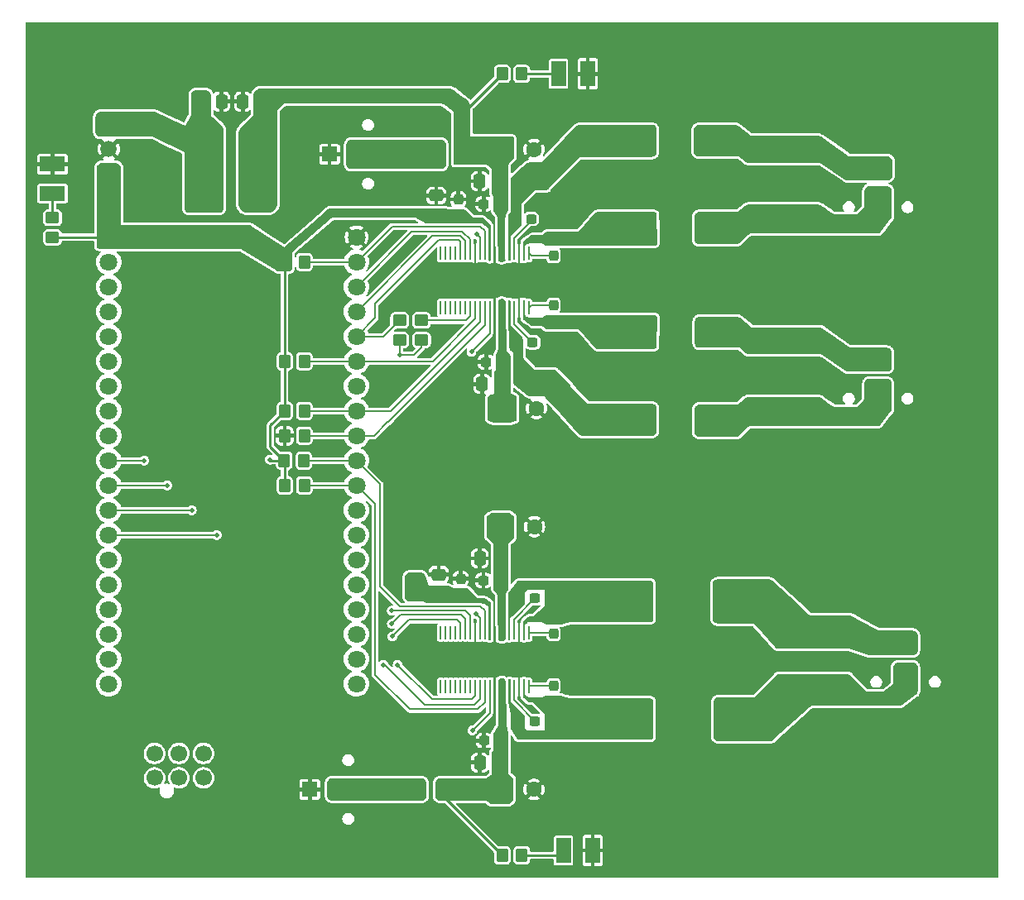
<source format=gtl>
G04 #@! TF.GenerationSoftware,KiCad,Pcbnew,8.0.7-8.0.7-0~ubuntu22.04.1*
G04 #@! TF.CreationDate,2025-01-27T17:28:36+02:00*
G04 #@! TF.ProjectId,speaker_amp2,73706561-6b65-4725-9f61-6d70322e6b69,rev?*
G04 #@! TF.SameCoordinates,Original*
G04 #@! TF.FileFunction,Copper,L1,Top*
G04 #@! TF.FilePolarity,Positive*
%FSLAX46Y46*%
G04 Gerber Fmt 4.6, Leading zero omitted, Abs format (unit mm)*
G04 Created by KiCad (PCBNEW 8.0.7-8.0.7-0~ubuntu22.04.1) date 2025-01-27 17:28:36*
%MOMM*%
%LPD*%
G01*
G04 APERTURE LIST*
G04 Aperture macros list*
%AMRoundRect*
0 Rectangle with rounded corners*
0 $1 Rounding radius*
0 $2 $3 $4 $5 $6 $7 $8 $9 X,Y pos of 4 corners*
0 Add a 4 corners polygon primitive as box body*
4,1,4,$2,$3,$4,$5,$6,$7,$8,$9,$2,$3,0*
0 Add four circle primitives for the rounded corners*
1,1,$1+$1,$2,$3*
1,1,$1+$1,$4,$5*
1,1,$1+$1,$6,$7*
1,1,$1+$1,$8,$9*
0 Add four rect primitives between the rounded corners*
20,1,$1+$1,$2,$3,$4,$5,0*
20,1,$1+$1,$4,$5,$6,$7,0*
20,1,$1+$1,$6,$7,$8,$9,0*
20,1,$1+$1,$8,$9,$2,$3,0*%
G04 Aperture macros list end*
G04 #@! TA.AperFunction,SMDPad,CuDef*
%ADD10RoundRect,0.237500X0.300000X0.237500X-0.300000X0.237500X-0.300000X-0.237500X0.300000X-0.237500X0*%
G04 #@! TD*
G04 #@! TA.AperFunction,SMDPad,CuDef*
%ADD11RoundRect,0.237500X0.237500X-0.300000X0.237500X0.300000X-0.237500X0.300000X-0.237500X-0.300000X0*%
G04 #@! TD*
G04 #@! TA.AperFunction,SMDPad,CuDef*
%ADD12R,4.400000X3.400000*%
G04 #@! TD*
G04 #@! TA.AperFunction,SMDPad,CuDef*
%ADD13RoundRect,0.250000X-0.337500X-0.475000X0.337500X-0.475000X0.337500X0.475000X-0.337500X0.475000X0*%
G04 #@! TD*
G04 #@! TA.AperFunction,SMDPad,CuDef*
%ADD14R,2.600000X1.500000*%
G04 #@! TD*
G04 #@! TA.AperFunction,SMDPad,CuDef*
%ADD15RoundRect,0.237500X-0.300000X-0.237500X0.300000X-0.237500X0.300000X0.237500X-0.300000X0.237500X0*%
G04 #@! TD*
G04 #@! TA.AperFunction,ComponentPad*
%ADD16C,3.600000*%
G04 #@! TD*
G04 #@! TA.AperFunction,ConnectorPad*
%ADD17C,5.600000*%
G04 #@! TD*
G04 #@! TA.AperFunction,ComponentPad*
%ADD18R,1.520000X1.520000*%
G04 #@! TD*
G04 #@! TA.AperFunction,ComponentPad*
%ADD19C,1.520000*%
G04 #@! TD*
G04 #@! TA.AperFunction,SMDPad,CuDef*
%ADD20RoundRect,0.250000X0.450000X-0.350000X0.450000X0.350000X-0.450000X0.350000X-0.450000X-0.350000X0*%
G04 #@! TD*
G04 #@! TA.AperFunction,SMDPad,CuDef*
%ADD21RoundRect,0.250000X0.350000X0.450000X-0.350000X0.450000X-0.350000X-0.450000X0.350000X-0.450000X0*%
G04 #@! TD*
G04 #@! TA.AperFunction,SMDPad,CuDef*
%ADD22R,0.212474X1.355433*%
G04 #@! TD*
G04 #@! TA.AperFunction,SMDPad,CuDef*
%ADD23R,4.700001X2.899999*%
G04 #@! TD*
G04 #@! TA.AperFunction,SMDPad,CuDef*
%ADD24R,3.600000X2.200000*%
G04 #@! TD*
G04 #@! TA.AperFunction,SMDPad,CuDef*
%ADD25R,2.500000X7.500000*%
G04 #@! TD*
G04 #@! TA.AperFunction,SMDPad,CuDef*
%ADD26R,1.500000X2.600000*%
G04 #@! TD*
G04 #@! TA.AperFunction,SMDPad,CuDef*
%ADD27RoundRect,0.250000X0.375000X0.625000X-0.375000X0.625000X-0.375000X-0.625000X0.375000X-0.625000X0*%
G04 #@! TD*
G04 #@! TA.AperFunction,ComponentPad*
%ADD28C,1.800000*%
G04 #@! TD*
G04 #@! TA.AperFunction,SMDPad,CuDef*
%ADD29RoundRect,0.250000X0.337500X0.475000X-0.337500X0.475000X-0.337500X-0.475000X0.337500X-0.475000X0*%
G04 #@! TD*
G04 #@! TA.AperFunction,SMDPad,CuDef*
%ADD30RoundRect,0.250000X-0.350000X-0.450000X0.350000X-0.450000X0.350000X0.450000X-0.350000X0.450000X0*%
G04 #@! TD*
G04 #@! TA.AperFunction,ComponentPad*
%ADD31C,1.700000*%
G04 #@! TD*
G04 #@! TA.AperFunction,SMDPad,CuDef*
%ADD32RoundRect,0.237500X-0.237500X0.300000X-0.237500X-0.300000X0.237500X-0.300000X0.237500X0.300000X0*%
G04 #@! TD*
G04 #@! TA.AperFunction,ComponentPad*
%ADD33R,1.665000X1.665000*%
G04 #@! TD*
G04 #@! TA.AperFunction,ComponentPad*
%ADD34C,1.665000*%
G04 #@! TD*
G04 #@! TA.AperFunction,SMDPad,CuDef*
%ADD35RoundRect,0.277778X-3.022222X0.722222X-3.022222X-0.722222X3.022222X-0.722222X3.022222X0.722222X0*%
G04 #@! TD*
G04 #@! TA.AperFunction,SMDPad,CuDef*
%ADD36RoundRect,0.249999X-2.450001X0.737501X-2.450001X-0.737501X2.450001X-0.737501X2.450001X0.737501X0*%
G04 #@! TD*
G04 #@! TA.AperFunction,SMDPad,CuDef*
%ADD37RoundRect,0.250000X-0.475000X0.337500X-0.475000X-0.337500X0.475000X-0.337500X0.475000X0.337500X0*%
G04 #@! TD*
G04 #@! TA.AperFunction,SMDPad,CuDef*
%ADD38RoundRect,0.250000X0.475000X-0.337500X0.475000X0.337500X-0.475000X0.337500X-0.475000X-0.337500X0*%
G04 #@! TD*
G04 #@! TA.AperFunction,ComponentPad*
%ADD39R,1.600000X1.600000*%
G04 #@! TD*
G04 #@! TA.AperFunction,ComponentPad*
%ADD40C,1.600000*%
G04 #@! TD*
G04 #@! TA.AperFunction,ViaPad*
%ADD41C,0.500000*%
G04 #@! TD*
G04 #@! TA.AperFunction,Conductor*
%ADD42C,0.200000*%
G04 #@! TD*
G04 #@! TA.AperFunction,Conductor*
%ADD43C,0.250000*%
G04 #@! TD*
G04 APERTURE END LIST*
D10*
X89462500Y-83350000D03*
X87737500Y-83350000D03*
X89612500Y-96000000D03*
X87887500Y-96000000D03*
D11*
X91750000Y-132862500D03*
X91750000Y-131137500D03*
D12*
X99300000Y-122500000D03*
X110700000Y-122500000D03*
D13*
X59962500Y-71350000D03*
X62037500Y-71350000D03*
D11*
X91750000Y-125812500D03*
X91750000Y-124087500D03*
D14*
X40500000Y-77750000D03*
X40500000Y-80750000D03*
D10*
X89862500Y-122200000D03*
X88137500Y-122200000D03*
D11*
X91750000Y-87112500D03*
X91750000Y-85387500D03*
X82250000Y-121912500D03*
X82250000Y-120187500D03*
D15*
X84600000Y-81825384D03*
X86325000Y-81825384D03*
D16*
X133500000Y-67000000D03*
D17*
X133500000Y-67000000D03*
D10*
X86312500Y-120350000D03*
X84587500Y-120350000D03*
D18*
X68835000Y-76739649D03*
D19*
X71834999Y-76739649D03*
D20*
X78250000Y-95750000D03*
X78250000Y-93750000D03*
D21*
X66250000Y-97930000D03*
X64250000Y-97930000D03*
D16*
X41500000Y-147000000D03*
D17*
X41500000Y-147000000D03*
D11*
X82000000Y-83092500D03*
X82000000Y-81367500D03*
D22*
X89212501Y-86875384D03*
X88712500Y-86875384D03*
X88212501Y-86875384D03*
X87712499Y-86875384D03*
X87212500Y-86875384D03*
X86712501Y-86875384D03*
X86212500Y-86875384D03*
X85712501Y-86875384D03*
X85212499Y-86875384D03*
X84712500Y-86875384D03*
X84212501Y-86875384D03*
X83712499Y-86875384D03*
X83212500Y-86875384D03*
X82712499Y-86875384D03*
X82212500Y-86875384D03*
X81712501Y-86875384D03*
X81212499Y-86875384D03*
X80712500Y-86875384D03*
X80212499Y-86875384D03*
X80212499Y-92426152D03*
X80712500Y-92426152D03*
X81212499Y-92426152D03*
X81712501Y-92426152D03*
X82212500Y-92426152D03*
X82712499Y-92426152D03*
X83212500Y-92426152D03*
X83712499Y-92426152D03*
X84212501Y-92426152D03*
X84712500Y-92426152D03*
X85212499Y-92426152D03*
X85712501Y-92426152D03*
X86212500Y-92426152D03*
X86712501Y-92426152D03*
X87212500Y-92426152D03*
X87712499Y-92426152D03*
X88212501Y-92426152D03*
X88712500Y-92426152D03*
X89212501Y-92426152D03*
D23*
X84712500Y-89650768D03*
D24*
X100050000Y-84350000D03*
X108450000Y-84350000D03*
D25*
X61500000Y-78250000D03*
X56000000Y-78250000D03*
D21*
X66250000Y-103010000D03*
X64250000Y-103010000D03*
D20*
X76000000Y-95750000D03*
X76000000Y-93750000D03*
D26*
X95750000Y-148000000D03*
X92750000Y-148000000D03*
D27*
X82400000Y-76750000D03*
X79600000Y-76750000D03*
D16*
X133500000Y-147000000D03*
D17*
X133500000Y-147000000D03*
D28*
X46250000Y-85230000D03*
X46250000Y-87770000D03*
X46250000Y-90310000D03*
X46250000Y-92850000D03*
X46250000Y-95390000D03*
X46250000Y-97930000D03*
X46250000Y-100470000D03*
X46250000Y-103010000D03*
X46250000Y-105550000D03*
X46250000Y-108090000D03*
X46250000Y-110630000D03*
X46250000Y-113170000D03*
X46250000Y-115710000D03*
X46250000Y-118250000D03*
X46250000Y-120790000D03*
X46250000Y-123330000D03*
X46250000Y-125870000D03*
X46250000Y-128410000D03*
X46250000Y-130950000D03*
X71590000Y-85230000D03*
X71590000Y-87770000D03*
X71590000Y-90310000D03*
X71590000Y-92850000D03*
X71590000Y-95390000D03*
X71590000Y-97930000D03*
X71590000Y-100470000D03*
X71590000Y-103010000D03*
X71590000Y-105550000D03*
X71590000Y-108090000D03*
X71590000Y-110630000D03*
X71590000Y-113170000D03*
X71590000Y-115710000D03*
X71590000Y-118250000D03*
X71590000Y-120790000D03*
X71590000Y-123330000D03*
X71590000Y-125870000D03*
X71590000Y-128410000D03*
X71590000Y-130950000D03*
D29*
X86287500Y-139000000D03*
X84212500Y-139000000D03*
D13*
X84425001Y-100250000D03*
X86500001Y-100250000D03*
D30*
X86500000Y-68500000D03*
X88500000Y-68500000D03*
D13*
X84175000Y-79500000D03*
X86250000Y-79500000D03*
D18*
X124950011Y-97810000D03*
D19*
X124950011Y-100809999D03*
D18*
X124950011Y-78210000D03*
D19*
X124950011Y-81209999D03*
D26*
X95250000Y-68500000D03*
X92250000Y-68500000D03*
D31*
X50936000Y-140569999D03*
X53436000Y-140569999D03*
X55936000Y-140569999D03*
X50936000Y-138069999D03*
X53436000Y-138069999D03*
X55936000Y-138069999D03*
D29*
X86287500Y-118100000D03*
X84212500Y-118100000D03*
D32*
X91750000Y-92187500D03*
X91750000Y-93912500D03*
D15*
X88137500Y-134750000D03*
X89862500Y-134750000D03*
D10*
X86362500Y-136750000D03*
X84637500Y-136750000D03*
D33*
X46250000Y-73670000D03*
D34*
X46250000Y-76210000D03*
X46250000Y-78750000D03*
D15*
X84850001Y-98000000D03*
X86575001Y-98000000D03*
D22*
X89212501Y-125687116D03*
X88712500Y-125687116D03*
X88212501Y-125687116D03*
X87712499Y-125687116D03*
X87212500Y-125687116D03*
X86712501Y-125687116D03*
X86212500Y-125687116D03*
X85712501Y-125687116D03*
X85212499Y-125687116D03*
X84712500Y-125687116D03*
X84212501Y-125687116D03*
X83712499Y-125687116D03*
X83212500Y-125687116D03*
X82712499Y-125687116D03*
X82212500Y-125687116D03*
X81712501Y-125687116D03*
X81212499Y-125687116D03*
X80712500Y-125687116D03*
X80212499Y-125687116D03*
X80212499Y-131237884D03*
X80712500Y-131237884D03*
X81212499Y-131237884D03*
X81712501Y-131237884D03*
X82212500Y-131237884D03*
X82712499Y-131237884D03*
X83212500Y-131237884D03*
X83712499Y-131237884D03*
X84212501Y-131237884D03*
X84712500Y-131237884D03*
X85212499Y-131237884D03*
X85712501Y-131237884D03*
X86212500Y-131237884D03*
X86712501Y-131237884D03*
X87212500Y-131237884D03*
X87712499Y-131237884D03*
X88212501Y-131237884D03*
X88712500Y-131237884D03*
X89212501Y-131237884D03*
D23*
X84712500Y-128462500D03*
D21*
X66250000Y-105550000D03*
X64250000Y-105550000D03*
D29*
X57787500Y-71350000D03*
X55712500Y-71350000D03*
D18*
X127750000Y-126800000D03*
D19*
X127750000Y-129799999D03*
D35*
X115450000Y-76250000D03*
X115450000Y-83450000D03*
D16*
X41250000Y-67000000D03*
D17*
X41250000Y-67000000D03*
D21*
X66250000Y-87770000D03*
X64250000Y-87770000D03*
D36*
X118250000Y-126112500D03*
X118250000Y-131387500D03*
D30*
X86500000Y-148500000D03*
X88500000Y-148500000D03*
D24*
X100050000Y-104000000D03*
X108450000Y-104000000D03*
D18*
X66810000Y-141750001D03*
D19*
X69809999Y-141750001D03*
D21*
X66200000Y-108090000D03*
X64200000Y-108090000D03*
D24*
X100000000Y-75350000D03*
X108400000Y-75350000D03*
D35*
X115450000Y-95900000D03*
X115450000Y-103100000D03*
D24*
X100050000Y-94950000D03*
X108450000Y-94950000D03*
D12*
X99300000Y-134550000D03*
X110700000Y-134550000D03*
D37*
X80000000Y-119762500D03*
X80000000Y-121837500D03*
D38*
X79750000Y-83037500D03*
X79750000Y-80962500D03*
D27*
X80650000Y-141750000D03*
X77850000Y-141750000D03*
D20*
X40500000Y-85250000D03*
X40500000Y-83250000D03*
D21*
X66250000Y-110630000D03*
X64250000Y-110630000D03*
D39*
X86297349Y-114850000D03*
D40*
X89797349Y-114850000D03*
D39*
X86250000Y-76250000D03*
D40*
X89750000Y-76250000D03*
D39*
X86250000Y-141750000D03*
D40*
X89750000Y-141750000D03*
D39*
X86500000Y-102750000D03*
D40*
X90000000Y-102750000D03*
D41*
X123500000Y-68750000D03*
X91500000Y-64750000D03*
X105000000Y-136250000D03*
X75500000Y-87625000D03*
X99500000Y-68750000D03*
X135500000Y-116750000D03*
X59500000Y-92750000D03*
X67500000Y-92750000D03*
X127500000Y-136750000D03*
X75500000Y-80750000D03*
X103500000Y-144750000D03*
X135500000Y-96750000D03*
X86550000Y-127260000D03*
X75500000Y-68750000D03*
X99500000Y-99500000D03*
X103500000Y-64750000D03*
X86550000Y-129660000D03*
X104250000Y-96750000D03*
X111500000Y-144750000D03*
X127500000Y-68750000D03*
X67500000Y-124750000D03*
X107500000Y-140750000D03*
X127500000Y-108750000D03*
X39500000Y-132750000D03*
X131500000Y-104750000D03*
X107500000Y-112750000D03*
X88950000Y-129660000D03*
X83500000Y-148750000D03*
X51500000Y-68750000D03*
X55500000Y-104750000D03*
X63500000Y-120750000D03*
X104750000Y-120500000D03*
X131500000Y-76750000D03*
X107500000Y-64750000D03*
X135500000Y-124750000D03*
X67500000Y-113750000D03*
X39500000Y-72750000D03*
X63500000Y-64750000D03*
X51500000Y-148750000D03*
X51500000Y-64750000D03*
X77350000Y-99150000D03*
X127500000Y-140750000D03*
X127500000Y-144750000D03*
X86550000Y-128460000D03*
X82860000Y-127260000D03*
X80460000Y-127260000D03*
X135500000Y-120750000D03*
X88950000Y-128460000D03*
X79500000Y-68750000D03*
X39500000Y-116750000D03*
X55500000Y-68750000D03*
X43500000Y-72750000D03*
X135500000Y-132750000D03*
X87500000Y-144750000D03*
X115500000Y-88750000D03*
X131500000Y-80750000D03*
X39500000Y-100750000D03*
X123500000Y-144750000D03*
X127500000Y-84750000D03*
X87760000Y-88440000D03*
X59500000Y-88750000D03*
X119500000Y-140750000D03*
X131500000Y-88750000D03*
X79500000Y-64750000D03*
X115500000Y-112750000D03*
X79500000Y-72750000D03*
X39500000Y-104750000D03*
X39500000Y-120750000D03*
X83500000Y-108750000D03*
X79500000Y-136750000D03*
X86560000Y-88440000D03*
X79500000Y-148750000D03*
X55500000Y-100750000D03*
X103500000Y-140750000D03*
X135500000Y-84750000D03*
X85350000Y-129660000D03*
X39500000Y-92750000D03*
X131500000Y-108750000D03*
X39500000Y-124750000D03*
X88950000Y-127260000D03*
X88960000Y-88440000D03*
X60750000Y-133250000D03*
X95500000Y-80750000D03*
X135500000Y-128750000D03*
X127500000Y-64750000D03*
X127500000Y-76750000D03*
X63500000Y-113750000D03*
X95500000Y-116750000D03*
X81660000Y-127260000D03*
X131500000Y-120750000D03*
X81670000Y-88440000D03*
X111500000Y-112750000D03*
X119500000Y-88750000D03*
X119500000Y-108750000D03*
X103500000Y-128750000D03*
X88960000Y-90840000D03*
X123500000Y-92750000D03*
X123500000Y-136750000D03*
X111500000Y-140750000D03*
X95500000Y-112750000D03*
X67500000Y-80750000D03*
X104250000Y-73250000D03*
X84060000Y-127260000D03*
X131500000Y-140750000D03*
X87500000Y-64750000D03*
X47500000Y-68750000D03*
X51500000Y-100750000D03*
X135500000Y-112750000D03*
X105000000Y-132250000D03*
X82870000Y-89640000D03*
X115500000Y-148750000D03*
X135500000Y-72750000D03*
X107500000Y-144750000D03*
X51500000Y-88750000D03*
X99500000Y-128750000D03*
X87760000Y-89640000D03*
X91500000Y-72750000D03*
X95500000Y-64750000D03*
X127500000Y-112750000D03*
X115500000Y-116750000D03*
X95500000Y-108750000D03*
X131500000Y-116750000D03*
X104000000Y-105750000D03*
X115500000Y-144750000D03*
X111500000Y-68750000D03*
X127500000Y-148750000D03*
X85360000Y-89640000D03*
X127500000Y-120750000D03*
X119500000Y-68750000D03*
X95500000Y-99500000D03*
X107500000Y-116750000D03*
X87750000Y-127260000D03*
X82870000Y-88440000D03*
X59500000Y-96750000D03*
X103500000Y-108750000D03*
X119500000Y-64750000D03*
X115500000Y-140750000D03*
X135500000Y-92750000D03*
X99500000Y-140750000D03*
X115500000Y-108750000D03*
X47500000Y-64750000D03*
X115500000Y-68750000D03*
X87750000Y-128460000D03*
X51500000Y-80750000D03*
X51500000Y-92750000D03*
X57750000Y-120750000D03*
X59500000Y-148750000D03*
X67500000Y-64750000D03*
X47500000Y-148750000D03*
X55500000Y-148750000D03*
X99500000Y-64750000D03*
X63500000Y-148750000D03*
X135500000Y-136750000D03*
X79500000Y-144750000D03*
X63500000Y-116750000D03*
X75500000Y-148750000D03*
X95500000Y-140750000D03*
X80460000Y-129660000D03*
X123500000Y-140750000D03*
X88960000Y-89640000D03*
X84070000Y-88440000D03*
X135500000Y-88750000D03*
X111500000Y-108750000D03*
X99500000Y-112750000D03*
X131500000Y-136750000D03*
X111500000Y-88750000D03*
X103500000Y-148750000D03*
X99500000Y-80750000D03*
X83500000Y-64750000D03*
X81660000Y-128460000D03*
X104250000Y-77250000D03*
X87500000Y-72750000D03*
X107500000Y-88750000D03*
X123500000Y-116750000D03*
X103500000Y-116750000D03*
X80470000Y-88440000D03*
X67500000Y-128750000D03*
X39500000Y-140750000D03*
X75500000Y-144750000D03*
X99500000Y-116750000D03*
X59500000Y-68750000D03*
X80250000Y-95250000D03*
X59500000Y-64750000D03*
X79500000Y-116750000D03*
X85350000Y-128460000D03*
X131500000Y-96750000D03*
X111500000Y-64750000D03*
X75500000Y-72750000D03*
X67500000Y-148750000D03*
X107500000Y-80750000D03*
X99500000Y-108750000D03*
X131500000Y-112750000D03*
X39500000Y-136750000D03*
X81670000Y-90840000D03*
X119500000Y-144750000D03*
X104250000Y-80750000D03*
X119500000Y-112750000D03*
X84060000Y-129660000D03*
X104000000Y-101750000D03*
X85350000Y-127260000D03*
X71500000Y-64750000D03*
X119500000Y-136750000D03*
X123500000Y-88750000D03*
X87500000Y-108750000D03*
X71500000Y-68750000D03*
X67500000Y-116750000D03*
X135500000Y-104750000D03*
X82860000Y-128460000D03*
X91500000Y-144750000D03*
X39500000Y-108750000D03*
X45750000Y-135600000D03*
X71500000Y-148750000D03*
X79500000Y-104750000D03*
X79500000Y-112750000D03*
X64750000Y-133250000D03*
X103500000Y-112750000D03*
X55500000Y-92750000D03*
X63500000Y-68750000D03*
X127500000Y-92750000D03*
X99500000Y-148750000D03*
X127500000Y-116750000D03*
X131500000Y-100750000D03*
X55500000Y-88750000D03*
X119500000Y-116750000D03*
X86560000Y-90840000D03*
X59500000Y-104750000D03*
X123500000Y-108750000D03*
X81670000Y-89640000D03*
X104750000Y-124500000D03*
X111500000Y-128750000D03*
X123500000Y-112750000D03*
X80460000Y-128460000D03*
X87760000Y-90840000D03*
X111500000Y-148750000D03*
X43500000Y-80750000D03*
X85360000Y-88440000D03*
X74425000Y-86225000D03*
X107500000Y-128750000D03*
X123500000Y-64750000D03*
X103500000Y-68750000D03*
X87750000Y-129660000D03*
X39500000Y-96750000D03*
X67500000Y-72750000D03*
X99500000Y-144750000D03*
X81660000Y-129660000D03*
X131500000Y-84750000D03*
X84070000Y-89640000D03*
X95500000Y-144750000D03*
X82860000Y-129660000D03*
X82870000Y-90840000D03*
X127500000Y-88750000D03*
X75500000Y-64750000D03*
X43500000Y-76750000D03*
X55500000Y-96750000D03*
X119500000Y-148750000D03*
X86560000Y-89640000D03*
X104250000Y-84750000D03*
X67500000Y-68750000D03*
X84060000Y-128460000D03*
X79500000Y-108750000D03*
X50250000Y-120750000D03*
X127500000Y-96750000D03*
X39500000Y-88750000D03*
X107500000Y-148750000D03*
X115500000Y-64750000D03*
X95500000Y-88750000D03*
X80470000Y-89640000D03*
X84070000Y-90840000D03*
X67500000Y-120750000D03*
X39500000Y-112750000D03*
X55250000Y-120750000D03*
X131500000Y-72750000D03*
X95500000Y-128750000D03*
X55500000Y-64750000D03*
X131500000Y-92750000D03*
X135500000Y-76750000D03*
X107500000Y-68750000D03*
X51500000Y-96750000D03*
X104250000Y-88750000D03*
X127500000Y-72750000D03*
X135500000Y-108750000D03*
X59500000Y-100750000D03*
X135500000Y-140750000D03*
X52750000Y-120750000D03*
X99500000Y-88750000D03*
X85360000Y-90840000D03*
X104250000Y-92750000D03*
X135500000Y-100750000D03*
X80470000Y-90840000D03*
X63500000Y-124750000D03*
X107500000Y-108750000D03*
X91500000Y-108750000D03*
X135500000Y-80750000D03*
X39500000Y-128750000D03*
X111500000Y-116750000D03*
X123500000Y-148750000D03*
X83350000Y-96950000D03*
X83900000Y-84950000D03*
X62750000Y-108000000D03*
X77500000Y-120350000D03*
X77500000Y-121750000D03*
X83450000Y-135700000D03*
X83850000Y-123800000D03*
X57300000Y-115710000D03*
X54750000Y-113170000D03*
X52250000Y-110630000D03*
X49900000Y-108090000D03*
X75800000Y-129000000D03*
X75200000Y-124800000D03*
X75200000Y-123450000D03*
X75250000Y-126100000D03*
X76000000Y-97250000D03*
X74350000Y-129000000D03*
D42*
X87712499Y-85312501D02*
X87712499Y-86875384D01*
X89462500Y-83562500D02*
X87712499Y-85312501D01*
X89462500Y-83350000D02*
X89462500Y-83562500D01*
X89449617Y-87112500D02*
X89212501Y-86875384D01*
X91750000Y-87112500D02*
X89449617Y-87112500D01*
X87712499Y-94099999D02*
X87712499Y-92426152D01*
X89612500Y-96000000D02*
X87712499Y-94099999D01*
X91750000Y-92187500D02*
X89451153Y-92187500D01*
X89451153Y-92187500D02*
X89212501Y-92426152D01*
X83350000Y-96950000D02*
X85212499Y-95087501D01*
X85212499Y-95087501D02*
X85212499Y-92426152D01*
X84212501Y-85262501D02*
X84212501Y-86875384D01*
X83900000Y-84950000D02*
X84212501Y-85262501D01*
D43*
X62750000Y-106640000D02*
X62750000Y-104510000D01*
X64250000Y-103010000D02*
X64250000Y-97930000D01*
X64200000Y-108090000D02*
X62840000Y-108090000D01*
X62840000Y-108090000D02*
X62750000Y-108000000D01*
X46250000Y-85230000D02*
X40520000Y-85230000D01*
X64250000Y-110630000D02*
X64250000Y-108140000D01*
X64250000Y-108140000D02*
X64200000Y-108090000D01*
X40520000Y-85230000D02*
X40500000Y-85250000D01*
X62750000Y-104510000D02*
X64250000Y-103010000D01*
X64200000Y-108090000D02*
X62750000Y-106640000D01*
X64250000Y-97930000D02*
X64250000Y-87770000D01*
X82400000Y-76750000D02*
X82400000Y-72600000D01*
X82400000Y-72600000D02*
X86500000Y-68500000D01*
D42*
X85212499Y-133937501D02*
X85212499Y-131237884D01*
X83450000Y-135700000D02*
X85212499Y-133937501D01*
X83850000Y-123800000D02*
X84212501Y-124162501D01*
X84212501Y-124162501D02*
X84212501Y-125687116D01*
X91624616Y-125687116D02*
X91750000Y-125812500D01*
X89212501Y-125687116D02*
X91624616Y-125687116D01*
X89862500Y-122200000D02*
X87712499Y-124350001D01*
X87712499Y-124350001D02*
X87712499Y-125687116D01*
X89312885Y-131137500D02*
X89212501Y-131237884D01*
X91750000Y-131137500D02*
X89312885Y-131137500D01*
X89862500Y-134750000D02*
X87712499Y-132599999D01*
X87712499Y-132599999D02*
X87712499Y-131237884D01*
X57300000Y-115710000D02*
X46250000Y-115710000D01*
X54750000Y-113170000D02*
X46250000Y-113170000D01*
X52250000Y-110630000D02*
X46250000Y-110630000D01*
X49900000Y-108090000D02*
X46250000Y-108090000D01*
X75800000Y-129000000D02*
X79300000Y-132500000D01*
X79300000Y-132500000D02*
X83400000Y-132500000D01*
X83400000Y-132500000D02*
X83712499Y-132187501D01*
X79370000Y-97930000D02*
X83712499Y-93587501D01*
X66250000Y-97930000D02*
X71590000Y-97930000D01*
X83712499Y-132187501D02*
X83712499Y-131237884D01*
X83712499Y-93587501D02*
X83712499Y-92426152D01*
X71590000Y-97930000D02*
X79370000Y-97930000D01*
X75200000Y-124800000D02*
X76100000Y-123900000D01*
X82712499Y-124312499D02*
X82712499Y-125687116D01*
X82712499Y-85612499D02*
X82200000Y-85100000D01*
X82300000Y-123900000D02*
X82712499Y-124312499D01*
X82200000Y-85100000D02*
X79340000Y-85100000D01*
X82712499Y-86875384D02*
X82712499Y-85612499D01*
X79340000Y-85100000D02*
X71590000Y-92850000D01*
X76100000Y-123900000D02*
X82300000Y-123900000D01*
X82400000Y-84650000D02*
X83212500Y-85462500D01*
X83212500Y-85462500D02*
X83212500Y-86875384D01*
X83212500Y-123962500D02*
X83212500Y-125687116D01*
X71590000Y-90310000D02*
X77250000Y-84650000D01*
X77250000Y-84650000D02*
X82400000Y-84650000D01*
X82700000Y-123450000D02*
X83212500Y-123962500D01*
X75050000Y-123450000D02*
X82700000Y-123450000D01*
X84712500Y-132837500D02*
X84712500Y-131237884D01*
X73500000Y-130000000D02*
X77050000Y-133550000D01*
X77050000Y-133550000D02*
X84000000Y-133550000D01*
X73500000Y-112540000D02*
X73500000Y-130000000D01*
X71590000Y-110630000D02*
X73500000Y-112540000D01*
X84000000Y-133550000D02*
X84712500Y-132837500D01*
X66250000Y-110630000D02*
X71590000Y-110630000D01*
X84225000Y-84125000D02*
X75235000Y-84125000D01*
X66250000Y-87770000D02*
X71590000Y-87770000D01*
X75235000Y-84125000D02*
X71590000Y-87770000D01*
X84712500Y-84612500D02*
X84225000Y-84125000D01*
X84712500Y-86875384D02*
X84712500Y-84612500D01*
X78250000Y-96500000D02*
X78250000Y-95750000D01*
X76000000Y-97250000D02*
X77500000Y-97250000D01*
X76000000Y-97250000D02*
X76000000Y-95750000D01*
X75250000Y-126100000D02*
X76950000Y-124400000D01*
X77500000Y-97250000D02*
X78250000Y-96500000D01*
X82212500Y-124712500D02*
X82212500Y-125687116D01*
X81900000Y-124400000D02*
X82212500Y-124712500D01*
X76950000Y-124400000D02*
X81900000Y-124400000D01*
X66250000Y-103010000D02*
X71590000Y-103010000D01*
X84212501Y-92426152D02*
X84212501Y-93862499D01*
X84212501Y-93862499D02*
X75065000Y-103010000D01*
X75065000Y-103010000D02*
X71590000Y-103010000D01*
X84212501Y-132487499D02*
X84212501Y-131237884D01*
X83650000Y-133050000D02*
X84212501Y-132487499D01*
X78550000Y-133050000D02*
X83650000Y-133050000D01*
X74350000Y-129000000D02*
X74500000Y-129000000D01*
X74500000Y-129000000D02*
X78550000Y-133050000D01*
X74360000Y-95390000D02*
X76000000Y-93750000D01*
X73500000Y-92000000D02*
X73500000Y-93480000D01*
X71590000Y-95390000D02*
X74360000Y-95390000D01*
X80000000Y-85500000D02*
X73500000Y-92000000D01*
X82000000Y-85500000D02*
X80000000Y-85500000D01*
X73500000Y-93480000D02*
X71590000Y-95390000D01*
X82212500Y-86875384D02*
X82212500Y-85712500D01*
X82212500Y-85712500D02*
X82000000Y-85500000D01*
X74775000Y-104150000D02*
X73375000Y-105550000D01*
X75150000Y-103775000D02*
X75150000Y-103800000D01*
X84712500Y-92426152D02*
X84712500Y-94212500D01*
X74800000Y-104150000D02*
X74775000Y-104150000D01*
X66250000Y-105550000D02*
X71590000Y-105550000D01*
X73375000Y-105550000D02*
X71590000Y-105550000D01*
X84712500Y-94212500D02*
X75150000Y-103775000D01*
X75150000Y-103800000D02*
X74800000Y-104150000D01*
X84250000Y-123000000D02*
X84712500Y-123462500D01*
X66200000Y-108090000D02*
X71590000Y-108090000D01*
X76000000Y-123000000D02*
X84250000Y-123000000D01*
X84712500Y-123462500D02*
X84712500Y-125687116D01*
X71590000Y-108090000D02*
X74000000Y-110500000D01*
X74000000Y-121000000D02*
X76000000Y-123000000D01*
X74000000Y-110500000D02*
X74000000Y-121000000D01*
X82766368Y-93750000D02*
X83212500Y-93303868D01*
X78250000Y-93750000D02*
X82766368Y-93750000D01*
X83212500Y-93303868D02*
X83212500Y-92426152D01*
D43*
X80650000Y-141750000D02*
X80650000Y-142650000D01*
X80650000Y-142650000D02*
X86500000Y-148500000D01*
X88500000Y-68500000D02*
X92250000Y-68500000D01*
X88500000Y-148500000D02*
X92250000Y-148500000D01*
X92250000Y-148500000D02*
X92750000Y-148000000D01*
X40500000Y-83250000D02*
X40500000Y-80750000D01*
G04 #@! TA.AperFunction,Conductor*
G36*
X86586980Y-130377383D02*
G01*
X86646480Y-130389218D01*
X86691175Y-130407730D01*
X86731272Y-130434522D01*
X86765477Y-130468727D01*
X86792267Y-130508822D01*
X86810781Y-130553517D01*
X86814542Y-130572427D01*
X86822617Y-130613019D01*
X86825000Y-130637210D01*
X86825000Y-132675000D01*
X86847406Y-132715330D01*
X86850123Y-132725592D01*
X86850516Y-132728437D01*
X86850525Y-132728505D01*
X86850863Y-132730951D01*
X86851698Y-132736521D01*
X86852242Y-132739900D01*
X86853249Y-132745711D01*
X86853255Y-132745741D01*
X86881178Y-132896523D01*
X86881178Y-132896524D01*
X86919877Y-133105500D01*
X86947927Y-133256967D01*
X86950000Y-133279546D01*
X86950000Y-135150000D01*
X86953803Y-135171553D01*
X86953805Y-135171565D01*
X87095722Y-135975762D01*
X87096546Y-135981111D01*
X87098338Y-135994710D01*
X87099283Y-136005491D01*
X87099882Y-136019184D01*
X87100000Y-136024603D01*
X87100000Y-140150000D01*
X87191690Y-140225019D01*
X87191691Y-140225020D01*
X87191692Y-140225021D01*
X87191694Y-140225023D01*
X87252781Y-140275003D01*
X87547649Y-140516258D01*
X87566796Y-140535830D01*
X87608732Y-140589444D01*
X87632037Y-140638624D01*
X87646976Y-140705029D01*
X87650000Y-140732245D01*
X87650000Y-142693658D01*
X87647959Y-142716061D01*
X87637795Y-142771392D01*
X87621873Y-142813272D01*
X87592706Y-142861384D01*
X87579348Y-142879482D01*
X87325160Y-143165443D01*
X87305848Y-143183029D01*
X87262641Y-143214739D01*
X87215251Y-143236021D01*
X87200828Y-143239111D01*
X87162839Y-143247249D01*
X87136866Y-143250000D01*
X87050000Y-143250000D01*
X85850000Y-143250000D01*
X85449893Y-143250000D01*
X85428742Y-143248182D01*
X85394764Y-143242299D01*
X85376347Y-143239111D01*
X85336503Y-143224888D01*
X85290206Y-143198729D01*
X85272684Y-143186741D01*
X84991298Y-142956516D01*
X84991293Y-142956512D01*
X84991291Y-142956511D01*
X84922222Y-142900000D01*
X87450000Y-142900000D01*
X87450000Y-140600000D01*
X84866665Y-140600000D01*
X84933327Y-140550003D01*
X84933332Y-140550001D01*
X84933332Y-140550000D01*
X84933334Y-140550000D01*
X85300000Y-140275000D01*
X85400000Y-140200000D01*
X85400000Y-138034827D01*
X85401337Y-138016667D01*
X85408037Y-137971412D01*
X85418563Y-137936646D01*
X85438091Y-137895271D01*
X85447045Y-137879431D01*
X85558013Y-137712981D01*
X85558013Y-137712979D01*
X85600000Y-137650000D01*
X85600000Y-136078299D01*
X85601147Y-136061475D01*
X85606913Y-136019406D01*
X85615970Y-135986987D01*
X85632843Y-135948021D01*
X85640583Y-135933038D01*
X86063799Y-135234731D01*
X86100000Y-135175000D01*
X86100000Y-132925000D01*
X86100000Y-132650000D01*
X86100000Y-130637210D01*
X86102383Y-130613019D01*
X86114218Y-130553517D01*
X86132729Y-130508826D01*
X86159524Y-130468724D01*
X86193724Y-130434524D01*
X86233826Y-130407729D01*
X86278514Y-130389219D01*
X86338028Y-130377381D01*
X86362211Y-130375000D01*
X86562789Y-130375000D01*
X86586980Y-130377383D01*
G37*
G04 #@! TD.AperFunction*
G04 #@! TA.AperFunction,Conductor*
G36*
X80678297Y-82300151D02*
G01*
X80683748Y-82300420D01*
X80693763Y-82300914D01*
X80705920Y-82302117D01*
X80721278Y-82304408D01*
X80727258Y-82305451D01*
X80950000Y-82350000D01*
X81200000Y-82400000D01*
X81300000Y-82400000D01*
X81300000Y-83774500D01*
X78800000Y-83774500D01*
X78800000Y-82300000D01*
X80672184Y-82300000D01*
X80678297Y-82300151D01*
G37*
G04 #@! TD.AperFunction*
G04 #@! TA.AperFunction,Conductor*
G36*
X87262099Y-91663290D02*
G01*
X87295269Y-91682441D01*
X87317558Y-91704730D01*
X87336710Y-91737903D01*
X87347478Y-91778088D01*
X87350000Y-91797241D01*
X87350000Y-94200000D01*
X87388822Y-94240375D01*
X87432029Y-94315211D01*
X88179041Y-95062223D01*
X88180057Y-95063259D01*
X88457142Y-95351427D01*
X88463234Y-95358630D01*
X88530587Y-95449442D01*
X88539790Y-95465876D01*
X88580249Y-95566327D01*
X88585006Y-95584554D01*
X88599398Y-95696696D01*
X88600000Y-95706116D01*
X88600000Y-97550000D01*
X88739304Y-97695108D01*
X88739306Y-97695111D01*
X89652415Y-98646266D01*
X89800000Y-98800000D01*
X91773671Y-98800000D01*
X91783911Y-98800712D01*
X91905627Y-98817719D01*
X91925324Y-98823333D01*
X92032965Y-98870950D01*
X92050368Y-98881748D01*
X92144829Y-98960372D01*
X92152245Y-98967470D01*
X93494380Y-100443819D01*
X93494412Y-100443854D01*
X93500000Y-100450000D01*
X93505749Y-100455913D01*
X93505787Y-100455953D01*
X94255380Y-101226962D01*
X95250000Y-102250000D01*
X101795149Y-102250000D01*
X101804808Y-102250633D01*
X101919753Y-102265765D01*
X101938408Y-102270764D01*
X102040999Y-102313258D01*
X102057728Y-102322917D01*
X102145824Y-102390516D01*
X102159483Y-102404175D01*
X102227082Y-102492271D01*
X102236741Y-102509001D01*
X102279234Y-102611588D01*
X102284234Y-102630248D01*
X102299367Y-102745191D01*
X102300000Y-102754850D01*
X102300000Y-105045149D01*
X102299367Y-105054808D01*
X102284234Y-105169751D01*
X102279234Y-105188411D01*
X102236741Y-105290998D01*
X102227082Y-105307728D01*
X102159483Y-105395824D01*
X102145824Y-105409483D01*
X102057728Y-105477082D01*
X102040998Y-105486741D01*
X101938411Y-105529234D01*
X101919751Y-105534234D01*
X101804808Y-105549367D01*
X101795149Y-105550000D01*
X94725580Y-105550000D01*
X94715370Y-105549292D01*
X94693184Y-105546201D01*
X94594003Y-105532384D01*
X94574360Y-105526803D01*
X94520665Y-105503129D01*
X94466969Y-105479453D01*
X94449604Y-105468718D01*
X94399842Y-105427472D01*
X94355255Y-105390514D01*
X94347846Y-105383453D01*
X91832572Y-102630248D01*
X90948692Y-101662757D01*
X90948690Y-101662755D01*
X90800000Y-101500000D01*
X90579551Y-101500000D01*
X89378305Y-101500000D01*
X89366093Y-101498985D01*
X89329349Y-101492836D01*
X89221592Y-101474804D01*
X89198498Y-101466852D01*
X89069741Y-101396946D01*
X89059491Y-101390227D01*
X87796596Y-100403590D01*
X87788329Y-100396059D01*
X87696506Y-100298736D01*
X87683821Y-100280393D01*
X87627652Y-100165233D01*
X87621007Y-100143944D01*
X87600845Y-100011670D01*
X87600000Y-100000519D01*
X87600000Y-97278314D01*
X87600000Y-97050000D01*
X87401531Y-96877993D01*
X87394072Y-96870533D01*
X87311319Y-96775016D01*
X87299938Y-96757303D01*
X87249668Y-96647213D01*
X87243735Y-96627006D01*
X87225753Y-96501923D01*
X87225000Y-96491393D01*
X87225000Y-95278970D01*
X87225000Y-95250000D01*
X87119787Y-94345167D01*
X87103167Y-94202233D01*
X87102975Y-94200364D01*
X87100872Y-94176880D01*
X87100629Y-94173022D01*
X87099772Y-94149467D01*
X87099728Y-94147522D01*
X87099714Y-94146145D01*
X87076458Y-91797298D01*
X87078820Y-91778005D01*
X87089141Y-91738173D01*
X87108190Y-91704670D01*
X87129997Y-91682646D01*
X87163307Y-91663268D01*
X87193294Y-91655179D01*
X87231712Y-91655148D01*
X87262099Y-91663290D01*
G37*
G04 #@! TD.AperFunction*
G04 #@! TA.AperFunction,Conductor*
G36*
X78800000Y-83774500D02*
G01*
X78621514Y-83774500D01*
X78558432Y-83757255D01*
X77758846Y-83284772D01*
X77758844Y-83284771D01*
X77758839Y-83284768D01*
X77758836Y-83284766D01*
X77700000Y-83250000D01*
X77631656Y-83250000D01*
X77631655Y-83250000D01*
X69193192Y-83250000D01*
X69100000Y-83250000D01*
X69029547Y-83311001D01*
X69029541Y-83311006D01*
X65086357Y-86725226D01*
X65086353Y-86725230D01*
X65000000Y-86800000D01*
X64208941Y-86278832D01*
X67021329Y-83814645D01*
X68670866Y-82369336D01*
X68688867Y-82356223D01*
X68736678Y-82327587D01*
X68778198Y-82311970D01*
X68833035Y-82301999D01*
X68855210Y-82300000D01*
X78800000Y-82300000D01*
X78800000Y-83774500D01*
G37*
G04 #@! TD.AperFunction*
G04 #@! TA.AperFunction,Conductor*
G36*
X113808782Y-120250572D02*
G01*
X113824392Y-120252524D01*
X113918162Y-120264250D01*
X113935952Y-120268770D01*
X114034268Y-120307269D01*
X114050402Y-120316034D01*
X114060002Y-120322917D01*
X114139993Y-120380271D01*
X114147100Y-120386068D01*
X116747791Y-122791707D01*
X117856264Y-123817045D01*
X117856267Y-123817047D01*
X118000000Y-123950000D01*
X114500000Y-123950000D01*
X114500000Y-127289691D01*
X114467720Y-127274937D01*
X114449994Y-127263535D01*
X114354449Y-127180656D01*
X114346984Y-127173181D01*
X112399554Y-124922817D01*
X112399548Y-124922811D01*
X112250000Y-124750000D01*
X112021464Y-124750000D01*
X112021459Y-124750000D01*
X108504851Y-124750000D01*
X108495192Y-124749367D01*
X108380248Y-124734234D01*
X108361588Y-124729234D01*
X108259001Y-124686741D01*
X108242271Y-124677082D01*
X108154175Y-124609483D01*
X108140516Y-124595824D01*
X108072917Y-124507728D01*
X108063258Y-124490998D01*
X108020765Y-124388411D01*
X108015765Y-124369751D01*
X108000633Y-124254808D01*
X108000000Y-124245149D01*
X108000000Y-120754850D01*
X108000633Y-120745191D01*
X108015766Y-120630244D01*
X108020763Y-120611593D01*
X108063260Y-120508996D01*
X108072914Y-120492274D01*
X108140520Y-120404170D01*
X108154170Y-120390520D01*
X108242274Y-120322914D01*
X108258996Y-120313260D01*
X108361593Y-120270763D01*
X108380244Y-120265766D01*
X108495192Y-120250633D01*
X108504851Y-120250000D01*
X113799600Y-120250000D01*
X113808782Y-120250572D01*
G37*
G04 #@! TD.AperFunction*
G04 #@! TA.AperFunction,Conductor*
G36*
X128504808Y-128750633D02*
G01*
X128619753Y-128765765D01*
X128638408Y-128770764D01*
X128740999Y-128813258D01*
X128757728Y-128822917D01*
X128845824Y-128890516D01*
X128859483Y-128904175D01*
X128927082Y-128992271D01*
X128936741Y-129009001D01*
X128979234Y-129111588D01*
X128984234Y-129130248D01*
X128999367Y-129245191D01*
X129000000Y-129254850D01*
X129000000Y-131642808D01*
X128999109Y-131654255D01*
X128977863Y-131789945D01*
X128970865Y-131811744D01*
X128911779Y-131929240D01*
X128898454Y-131947856D01*
X128802196Y-132045830D01*
X128793538Y-132053370D01*
X127387520Y-133097840D01*
X127377515Y-133104100D01*
X127252209Y-133169206D01*
X127229861Y-133176599D01*
X127090454Y-133199058D01*
X127078684Y-133200000D01*
X114600000Y-133200000D01*
X114600000Y-130002402D01*
X114671391Y-129971917D01*
X114690511Y-129966645D01*
X114808573Y-129950667D01*
X114818483Y-129950000D01*
X121783819Y-129950000D01*
X121793649Y-129950655D01*
X121910599Y-129966332D01*
X121929567Y-129971510D01*
X122033675Y-130015494D01*
X122050604Y-130025480D01*
X122143382Y-130098418D01*
X122150681Y-130104987D01*
X123750000Y-131750000D01*
X125333327Y-131750000D01*
X125333333Y-131750000D01*
X125500000Y-131750000D01*
X126500000Y-131000000D01*
X126500000Y-129254850D01*
X126500633Y-129245191D01*
X126515766Y-129130244D01*
X126520763Y-129111593D01*
X126563260Y-129008996D01*
X126572914Y-128992274D01*
X126640520Y-128904170D01*
X126654170Y-128890520D01*
X126742274Y-128822914D01*
X126758996Y-128813260D01*
X126861593Y-128770763D01*
X126880244Y-128765766D01*
X126995192Y-128750633D01*
X127004851Y-128750000D01*
X128495149Y-128750000D01*
X128504808Y-128750633D01*
G37*
G04 #@! TD.AperFunction*
G04 #@! TA.AperFunction,Conductor*
G36*
X87183334Y-113451337D02*
G01*
X87198236Y-113453543D01*
X87228591Y-113458037D01*
X87263356Y-113468564D01*
X87304726Y-113488091D01*
X87320576Y-113497051D01*
X87575937Y-113667291D01*
X87598963Y-113687116D01*
X87649518Y-113742807D01*
X87677982Y-113795991D01*
X87696276Y-113868945D01*
X87700000Y-113899106D01*
X87700000Y-115969271D01*
X87697038Y-115996214D01*
X87682393Y-116062005D01*
X87659539Y-116110797D01*
X87618374Y-116164164D01*
X87599573Y-116183688D01*
X87189957Y-116525034D01*
X87189951Y-116525040D01*
X87189949Y-116525042D01*
X87100000Y-116600000D01*
X87100000Y-116717094D01*
X87100000Y-121259563D01*
X87080315Y-121326602D01*
X87078292Y-121329651D01*
X86936134Y-121537126D01*
X86925903Y-121553331D01*
X86920336Y-121562927D01*
X86911347Y-121579860D01*
X86886063Y-121632126D01*
X86886062Y-121632131D01*
X86871999Y-121667808D01*
X86865454Y-121688944D01*
X86865452Y-121688950D01*
X86856894Y-121726303D01*
X86856891Y-121726315D01*
X86854363Y-121743017D01*
X86850000Y-121750000D01*
X86850000Y-121771861D01*
X86848209Y-121783699D01*
X86846054Y-121802740D01*
X86845220Y-121813819D01*
X86844500Y-121833008D01*
X86844500Y-126315439D01*
X86842117Y-126339633D01*
X86835781Y-126371483D01*
X86817266Y-126416179D01*
X86790482Y-126456267D01*
X86790481Y-126456268D01*
X86756269Y-126490479D01*
X86721975Y-126513394D01*
X86716179Y-126517267D01*
X86671482Y-126535781D01*
X86637857Y-126542469D01*
X86611978Y-126547617D01*
X86587789Y-126550000D01*
X86312211Y-126550000D01*
X86288020Y-126547617D01*
X86273189Y-126544667D01*
X86228518Y-126535781D01*
X86183822Y-126517267D01*
X86143727Y-126490477D01*
X86109522Y-126456272D01*
X86090133Y-126427254D01*
X86069258Y-126360579D01*
X86069238Y-126358368D01*
X86069238Y-124984722D01*
X86052383Y-124899989D01*
X86050000Y-124875797D01*
X86050000Y-121967479D01*
X86050000Y-121875000D01*
X85922556Y-121726315D01*
X85667352Y-121428577D01*
X85654605Y-121410723D01*
X85626780Y-121363394D01*
X85611616Y-121322402D01*
X85601941Y-121268359D01*
X85600000Y-121246507D01*
X85600000Y-116709019D01*
X85600000Y-116709017D01*
X85600000Y-116600000D01*
X85520112Y-116525818D01*
X85520109Y-116525814D01*
X84989263Y-116032887D01*
X84972490Y-116013748D01*
X84935798Y-115962005D01*
X84915560Y-115915598D01*
X84902610Y-115853499D01*
X84900000Y-115828192D01*
X84900000Y-113915980D01*
X84902105Y-113893230D01*
X84912585Y-113837079D01*
X84929000Y-113794638D01*
X84952896Y-113755974D01*
X84983509Y-113722318D01*
X85029058Y-113687823D01*
X85048449Y-113675775D01*
X85440796Y-113479601D01*
X85453960Y-113473947D01*
X85488014Y-113461604D01*
X85515914Y-113455018D01*
X85547535Y-113451337D01*
X85551873Y-113450832D01*
X85566213Y-113450000D01*
X87165173Y-113450000D01*
X87183334Y-113451337D01*
G37*
G04 #@! TD.AperFunction*
G04 #@! TA.AperFunction,Conductor*
G36*
X87450000Y-142900000D02*
G01*
X80154851Y-142900000D01*
X80145192Y-142899367D01*
X80030248Y-142884234D01*
X80011588Y-142879234D01*
X79909001Y-142836741D01*
X79892271Y-142827082D01*
X79804175Y-142759483D01*
X79790516Y-142745824D01*
X79722917Y-142657728D01*
X79713258Y-142640998D01*
X79670765Y-142538411D01*
X79665765Y-142519751D01*
X79650633Y-142404808D01*
X79650000Y-142395149D01*
X79650000Y-141104850D01*
X79650633Y-141095191D01*
X79665766Y-140980244D01*
X79670763Y-140961593D01*
X79713260Y-140858996D01*
X79722914Y-140842274D01*
X79790520Y-140754170D01*
X79804170Y-140740520D01*
X79892274Y-140672914D01*
X79908996Y-140663260D01*
X80011593Y-140620763D01*
X80030244Y-140615766D01*
X80145192Y-140600633D01*
X80154851Y-140600000D01*
X84699994Y-140600000D01*
X84700000Y-140600000D01*
X87450000Y-140600000D01*
X87450000Y-142900000D01*
G37*
G04 #@! TD.AperFunction*
G04 #@! TA.AperFunction,Conductor*
G36*
X46908058Y-77601061D02*
G01*
X46965772Y-77608659D01*
X47039107Y-77618314D01*
X47070370Y-77626691D01*
X47184919Y-77674138D01*
X47212950Y-77690322D01*
X47311314Y-77765799D01*
X47334202Y-77788687D01*
X47409677Y-77887049D01*
X47425862Y-77915082D01*
X47473307Y-78029625D01*
X47481685Y-78060892D01*
X47498939Y-78191941D01*
X47500000Y-78208127D01*
X47500000Y-84000000D01*
X45000000Y-84000000D01*
X45000000Y-78208127D01*
X45001061Y-78191942D01*
X45018314Y-78060893D01*
X45026690Y-78029631D01*
X45074140Y-77915076D01*
X45090320Y-77887052D01*
X45165802Y-77788681D01*
X45188681Y-77765802D01*
X45287052Y-77690320D01*
X45315076Y-77674140D01*
X45429631Y-77626690D01*
X45460890Y-77618314D01*
X45553513Y-77606120D01*
X45591942Y-77601061D01*
X45608127Y-77600000D01*
X46891873Y-77600000D01*
X46908058Y-77601061D01*
G37*
G04 #@! TD.AperFunction*
G04 #@! TA.AperFunction,Conductor*
G36*
X101683604Y-120401411D02*
G01*
X101727949Y-120410197D01*
X101757428Y-120416038D01*
X101784020Y-120427006D01*
X101840525Y-120464580D01*
X101860923Y-120484857D01*
X101898832Y-120541137D01*
X101909959Y-120567664D01*
X101925025Y-120641397D01*
X101926522Y-120655771D01*
X101948459Y-124341199D01*
X101947112Y-124355697D01*
X101932709Y-124430131D01*
X101921738Y-124456957D01*
X101883973Y-124513933D01*
X101863541Y-124534486D01*
X101806789Y-124572590D01*
X101780031Y-124583720D01*
X101705683Y-124598567D01*
X101691192Y-124600000D01*
X93550000Y-124600000D01*
X93521453Y-124606796D01*
X93521446Y-124606798D01*
X93073730Y-124713397D01*
X92530625Y-124842707D01*
X92526425Y-124843577D01*
X92523455Y-124844103D01*
X92504061Y-124847539D01*
X92495479Y-124848547D01*
X92475495Y-124849716D01*
X92472800Y-124849874D01*
X92468481Y-124850000D01*
X91063308Y-124850000D01*
X91054749Y-124849503D01*
X91048641Y-124848791D01*
X91010137Y-124844308D01*
X90993480Y-124840376D01*
X90951252Y-124825070D01*
X90943375Y-124821687D01*
X90652784Y-124676392D01*
X90600000Y-124650000D01*
X90540983Y-124650000D01*
X89187696Y-124650000D01*
X89187695Y-124650000D01*
X89100000Y-124650000D01*
X89031519Y-124704785D01*
X88943825Y-124774939D01*
X88943824Y-124774940D01*
X88943822Y-124774942D01*
X88850000Y-124850000D01*
X88850000Y-124970151D01*
X88850000Y-126365259D01*
X88847478Y-126384412D01*
X88838385Y-126418346D01*
X88819233Y-126451519D01*
X88801519Y-126469233D01*
X88768344Y-126488386D01*
X88744151Y-126494868D01*
X88705849Y-126494868D01*
X88687896Y-126490058D01*
X88681653Y-126488385D01*
X88648480Y-126469233D01*
X88630766Y-126451519D01*
X88611615Y-126418347D01*
X88602520Y-126384406D01*
X88600000Y-126365259D01*
X88600000Y-124675229D01*
X88601768Y-124659151D01*
X88620024Y-124577133D01*
X88633662Y-124548014D01*
X88684992Y-124481470D01*
X88696195Y-124469836D01*
X88841786Y-124348512D01*
X89125521Y-124112065D01*
X89136045Y-124104742D01*
X89194147Y-124071394D01*
X89218192Y-124062688D01*
X89284168Y-124051112D01*
X89296956Y-124050000D01*
X89553038Y-124050000D01*
X89650000Y-124050000D01*
X90800000Y-123000000D01*
X90800000Y-121300000D01*
X90550000Y-121300000D01*
X90549999Y-121300000D01*
X89217094Y-121300000D01*
X89100000Y-121300000D01*
X89025042Y-121389948D01*
X89025041Y-121389950D01*
X89025038Y-121389953D01*
X88907948Y-121530460D01*
X88907943Y-121530467D01*
X88850000Y-121600000D01*
X88850000Y-121690512D01*
X88850000Y-121690515D01*
X88850000Y-122686164D01*
X88828326Y-122738490D01*
X87531286Y-124035530D01*
X87529004Y-124037716D01*
X87405935Y-124150698D01*
X87405933Y-124150700D01*
X87325000Y-124225000D01*
X87325000Y-124334865D01*
X87325000Y-126377756D01*
X87322478Y-126396910D01*
X87315058Y-126424599D01*
X87295906Y-126457771D01*
X87282771Y-126470906D01*
X87249600Y-126490058D01*
X87231655Y-126494867D01*
X87193346Y-126494867D01*
X87175400Y-126490058D01*
X87142228Y-126470906D01*
X87129093Y-126457771D01*
X87109940Y-126424597D01*
X87102521Y-126396908D01*
X87100000Y-126377756D01*
X87100000Y-121832997D01*
X87100833Y-121821926D01*
X87109517Y-121764534D01*
X87116064Y-121743393D01*
X87141349Y-121691122D01*
X87146909Y-121681537D01*
X87945432Y-120516126D01*
X87957260Y-120502695D01*
X88026528Y-120441010D01*
X88057965Y-120424440D01*
X88148011Y-120402164D01*
X88165775Y-120400000D01*
X101669222Y-120400000D01*
X101683604Y-120401411D01*
G37*
G04 #@! TD.AperFunction*
G04 #@! TA.AperFunction,Conductor*
G36*
X50897748Y-72400712D02*
G01*
X50914677Y-72402533D01*
X50984242Y-72410019D01*
X51010165Y-72415663D01*
X51092706Y-72443162D01*
X51105047Y-72448022D01*
X52093750Y-72900000D01*
X52581255Y-73122859D01*
X53663799Y-73617737D01*
X53663800Y-73617737D01*
X54500000Y-74000000D01*
X57944820Y-74000000D01*
X57974310Y-74067356D01*
X57983549Y-74100085D01*
X57998829Y-74210457D01*
X58000000Y-74227461D01*
X58000000Y-82241874D01*
X57998939Y-82258060D01*
X57985093Y-82363224D01*
X57976715Y-82394491D01*
X57939259Y-82484918D01*
X57923074Y-82512951D01*
X57863491Y-82590601D01*
X57840601Y-82613491D01*
X57762951Y-82673074D01*
X57734918Y-82689259D01*
X57644491Y-82726715D01*
X57613224Y-82735093D01*
X57519398Y-82747446D01*
X57508058Y-82748939D01*
X57491874Y-82750000D01*
X54508126Y-82750000D01*
X54491941Y-82748939D01*
X54478917Y-82747224D01*
X54386775Y-82735093D01*
X54355508Y-82726715D01*
X54265081Y-82689259D01*
X54237048Y-82673074D01*
X54159398Y-82613491D01*
X54136508Y-82590601D01*
X54076925Y-82512951D01*
X54060740Y-82484918D01*
X54023284Y-82394491D01*
X54014906Y-82363223D01*
X54001061Y-82258059D01*
X54000000Y-82241874D01*
X54000000Y-76815496D01*
X54000000Y-76815491D01*
X54000000Y-76500000D01*
X50750000Y-74950000D01*
X50636873Y-74950000D01*
X50636865Y-74950000D01*
X45408126Y-74950000D01*
X45391941Y-74948939D01*
X45378917Y-74947224D01*
X45286775Y-74935093D01*
X45255508Y-74926715D01*
X45165081Y-74889259D01*
X45137048Y-74873074D01*
X45059398Y-74813491D01*
X45036508Y-74790601D01*
X44976925Y-74712951D01*
X44960740Y-74684918D01*
X44923284Y-74594491D01*
X44914906Y-74563223D01*
X44901061Y-74458059D01*
X44900000Y-74441874D01*
X44900000Y-72908125D01*
X44901061Y-72891940D01*
X44914906Y-72786776D01*
X44923284Y-72755508D01*
X44960740Y-72665081D01*
X44976923Y-72637050D01*
X45036513Y-72559392D01*
X45059392Y-72536513D01*
X45137050Y-72476923D01*
X45165079Y-72460740D01*
X45255509Y-72423283D01*
X45286775Y-72414906D01*
X45391941Y-72401061D01*
X45408126Y-72400000D01*
X50884482Y-72400000D01*
X50897748Y-72400712D01*
G37*
G04 #@! TD.AperFunction*
G04 #@! TA.AperFunction,Conductor*
G36*
X125858059Y-99701061D02*
G01*
X125963223Y-99714906D01*
X125994491Y-99723284D01*
X126084918Y-99760740D01*
X126112952Y-99776925D01*
X126190602Y-99836509D01*
X126213491Y-99859398D01*
X126273074Y-99937048D01*
X126289259Y-99965081D01*
X126326715Y-100055508D01*
X126335093Y-100086775D01*
X126348939Y-100191939D01*
X126350000Y-100208125D01*
X126350000Y-102721916D01*
X126348375Y-102741927D01*
X126327229Y-102871241D01*
X126314482Y-102909176D01*
X126253252Y-103025016D01*
X126242463Y-103041948D01*
X125255823Y-104344313D01*
X125243190Y-104358567D01*
X125153789Y-104445034D01*
X125122769Y-104466945D01*
X125020047Y-104517996D01*
X124983851Y-104529490D01*
X124860949Y-104548537D01*
X124841959Y-104550000D01*
X111800000Y-104550000D01*
X111656632Y-104681421D01*
X111656630Y-104681422D01*
X110749029Y-105513388D01*
X110737115Y-105523024D01*
X110655420Y-105581137D01*
X110628497Y-105595659D01*
X110542271Y-105629200D01*
X110512612Y-105636688D01*
X110413127Y-105649053D01*
X110397833Y-105650000D01*
X106658126Y-105650000D01*
X106641941Y-105648939D01*
X106628917Y-105647224D01*
X106536775Y-105635093D01*
X106505508Y-105626715D01*
X106415081Y-105589259D01*
X106387048Y-105573074D01*
X106309398Y-105513491D01*
X106286508Y-105490601D01*
X106226925Y-105412951D01*
X106210740Y-105384918D01*
X106173284Y-105294491D01*
X106164906Y-105263223D01*
X106151061Y-105158059D01*
X106150000Y-105141874D01*
X106150000Y-102858125D01*
X106151061Y-102841940D01*
X106164906Y-102736776D01*
X106173284Y-102705508D01*
X106210740Y-102615081D01*
X106226923Y-102587050D01*
X106286513Y-102509392D01*
X106309392Y-102486513D01*
X106387050Y-102426923D01*
X106415079Y-102410740D01*
X106505509Y-102373283D01*
X106536775Y-102364906D01*
X106641941Y-102351061D01*
X106658126Y-102350000D01*
X110368975Y-102350000D01*
X110550000Y-102350000D01*
X111302635Y-101722802D01*
X111320291Y-101710517D01*
X111349561Y-101693717D01*
X111441948Y-101640690D01*
X111482234Y-101626105D01*
X111620399Y-101601864D01*
X111641819Y-101600000D01*
X118834929Y-101600000D01*
X118853573Y-101601409D01*
X118859288Y-101602279D01*
X118974314Y-101619774D01*
X119009916Y-101630859D01*
X119119751Y-101684297D01*
X119135885Y-101693714D01*
X119499158Y-101944247D01*
X119919458Y-102234109D01*
X120285436Y-102486508D01*
X120450000Y-102600000D01*
X122583384Y-102600000D01*
X122800000Y-102600000D01*
X122948149Y-102441973D01*
X122948153Y-102441971D01*
X123414769Y-101944247D01*
X123414770Y-101944244D01*
X123550000Y-101800000D01*
X123550000Y-100208125D01*
X123551061Y-100191940D01*
X123564906Y-100086776D01*
X123573284Y-100055508D01*
X123610740Y-99965081D01*
X123626923Y-99937050D01*
X123686513Y-99859392D01*
X123709392Y-99836513D01*
X123787050Y-99776923D01*
X123815079Y-99760740D01*
X123905509Y-99723283D01*
X123936775Y-99714906D01*
X124041941Y-99701061D01*
X124058126Y-99700000D01*
X125841874Y-99700000D01*
X125858059Y-99701061D01*
G37*
G04 #@! TD.AperFunction*
G04 #@! TA.AperFunction,Conductor*
G36*
X88745000Y-91658708D02*
G01*
X88749600Y-91659941D01*
X88782771Y-91679093D01*
X88795906Y-91692228D01*
X88815058Y-91725400D01*
X88822478Y-91753089D01*
X88825000Y-91772243D01*
X88825000Y-93200000D01*
X88893209Y-93235899D01*
X88925663Y-93284470D01*
X89008524Y-93339835D01*
X89081590Y-93354369D01*
X89081592Y-93354369D01*
X89100015Y-93354369D01*
X89134480Y-93362885D01*
X89245336Y-93421230D01*
X89245339Y-93421231D01*
X89300000Y-93450000D01*
X90528296Y-93450000D01*
X90528301Y-93450000D01*
X90600000Y-93450000D01*
X90660794Y-93412002D01*
X90660798Y-93412001D01*
X90660798Y-93412000D01*
X90660801Y-93412000D01*
X90800000Y-93325000D01*
X90934814Y-93240740D01*
X90943930Y-93235893D01*
X90963803Y-93227042D01*
X90993276Y-93213919D01*
X91013072Y-93208240D01*
X91060260Y-93201608D01*
X91066578Y-93200720D01*
X91076878Y-93200000D01*
X102088994Y-93200000D01*
X102103561Y-93201448D01*
X102126241Y-93206001D01*
X102178291Y-93216453D01*
X102205164Y-93227698D01*
X102262095Y-93266187D01*
X102282546Y-93286937D01*
X102320204Y-93344417D01*
X102331060Y-93371455D01*
X102344980Y-93446389D01*
X102346217Y-93460976D01*
X102303675Y-96396402D01*
X102302072Y-96410686D01*
X102286538Y-96483912D01*
X102275303Y-96510224D01*
X102237296Y-96566005D01*
X102216919Y-96586088D01*
X102160597Y-96623280D01*
X102134126Y-96634133D01*
X102084757Y-96643860D01*
X102060681Y-96648604D01*
X102046377Y-96650000D01*
X96221354Y-96650000D01*
X96205711Y-96648328D01*
X96125779Y-96631040D01*
X96097291Y-96618113D01*
X96054185Y-96586088D01*
X96031646Y-96569342D01*
X96020088Y-96558672D01*
X94424703Y-94735375D01*
X94424702Y-94735374D01*
X94350000Y-94650000D01*
X94236559Y-94650000D01*
X91100599Y-94650000D01*
X91087372Y-94648808D01*
X91019231Y-94636429D01*
X90994468Y-94627125D01*
X90935027Y-94591565D01*
X90924291Y-94583754D01*
X90672614Y-94363537D01*
X90672615Y-94363537D01*
X90672612Y-94363535D01*
X90672610Y-94363533D01*
X90600000Y-94300000D01*
X90503530Y-94301718D01*
X90503525Y-94301718D01*
X90063129Y-94309566D01*
X89663752Y-94316682D01*
X89652386Y-94316007D01*
X89593340Y-94307901D01*
X89571556Y-94301384D01*
X89517758Y-94275731D01*
X89507875Y-94270045D01*
X88716460Y-93729538D01*
X88702988Y-93717706D01*
X88641135Y-93648408D01*
X88624514Y-93616930D01*
X88602172Y-93526764D01*
X88600000Y-93508966D01*
X88600000Y-91772243D01*
X88602521Y-91753091D01*
X88609940Y-91725402D01*
X88629091Y-91692230D01*
X88642230Y-91679091D01*
X88675400Y-91659941D01*
X88682871Y-91657938D01*
X88693347Y-91655132D01*
X88731653Y-91655132D01*
X88745000Y-91658708D01*
G37*
G04 #@! TD.AperFunction*
G04 #@! TA.AperFunction,Conductor*
G36*
X110382556Y-73751807D02*
G01*
X110518614Y-73775292D01*
X110558351Y-73789431D01*
X110678676Y-73857176D01*
X110696159Y-73869093D01*
X110729730Y-73896447D01*
X111900000Y-74850000D01*
X118830601Y-74850000D01*
X118849702Y-74851480D01*
X118868864Y-74854467D01*
X118973317Y-74870752D01*
X119009704Y-74882381D01*
X119121586Y-74938369D01*
X119137999Y-74948236D01*
X120128691Y-75653475D01*
X121819822Y-76857332D01*
X121819829Y-76857335D01*
X121950000Y-76950000D01*
X125891874Y-76950000D01*
X125908059Y-76951061D01*
X126013223Y-76964906D01*
X126044491Y-76973284D01*
X126134918Y-77010740D01*
X126162952Y-77026925D01*
X126240602Y-77086509D01*
X126263491Y-77109398D01*
X126323074Y-77187048D01*
X126339259Y-77215081D01*
X126376715Y-77305508D01*
X126385093Y-77336775D01*
X126398939Y-77441939D01*
X126400000Y-77458125D01*
X126400000Y-78891874D01*
X126398939Y-78908060D01*
X126385093Y-79013224D01*
X126376715Y-79044491D01*
X126339259Y-79134918D01*
X126323074Y-79162951D01*
X126263491Y-79240601D01*
X126240601Y-79263491D01*
X126162951Y-79323074D01*
X126134918Y-79339259D01*
X126044491Y-79376715D01*
X126013224Y-79385093D01*
X125919398Y-79397446D01*
X125908058Y-79398939D01*
X125891874Y-79400000D01*
X121813019Y-79400000D01*
X121794592Y-79398623D01*
X121704562Y-79385093D01*
X121675218Y-79380683D01*
X121639991Y-79369850D01*
X121531164Y-79317616D01*
X121515147Y-79308401D01*
X119127192Y-77686394D01*
X119127190Y-77686393D01*
X119127188Y-77686392D01*
X119000000Y-77600000D01*
X118846251Y-77600000D01*
X111643906Y-77600000D01*
X111629184Y-77599123D01*
X111595368Y-77595079D01*
X111533342Y-77587662D01*
X111504728Y-77580719D01*
X111421268Y-77549586D01*
X111395096Y-77536091D01*
X111315169Y-77481986D01*
X111303478Y-77473014D01*
X110988462Y-77200000D01*
X110840949Y-77072155D01*
X110840941Y-77072150D01*
X110700000Y-76950000D01*
X110513483Y-76950000D01*
X110513482Y-76950000D01*
X106608126Y-76950000D01*
X106591941Y-76948939D01*
X106578917Y-76947224D01*
X106486775Y-76935093D01*
X106455508Y-76926715D01*
X106365081Y-76889259D01*
X106337048Y-76873074D01*
X106259398Y-76813491D01*
X106236508Y-76790601D01*
X106176925Y-76712951D01*
X106160740Y-76684918D01*
X106123284Y-76594491D01*
X106114906Y-76563223D01*
X106101061Y-76458059D01*
X106100000Y-76441874D01*
X106100000Y-74258125D01*
X106101061Y-74241940D01*
X106114906Y-74136776D01*
X106123284Y-74105508D01*
X106160740Y-74015081D01*
X106176923Y-73987050D01*
X106236513Y-73909392D01*
X106259392Y-73886513D01*
X106337050Y-73826923D01*
X106365079Y-73810740D01*
X106455509Y-73773283D01*
X106486775Y-73764906D01*
X106591941Y-73751061D01*
X106608126Y-73750000D01*
X110361464Y-73750000D01*
X110382556Y-73751807D01*
G37*
G04 #@! TD.AperFunction*
G04 #@! TA.AperFunction,Conductor*
G36*
X122027406Y-123950573D02*
G01*
X122076311Y-123956694D01*
X122136884Y-123964277D01*
X122154699Y-123968808D01*
X122257421Y-124009074D01*
X122265769Y-124012962D01*
X123173961Y-124506890D01*
X125000000Y-125500000D01*
X128495149Y-125500000D01*
X128504808Y-125500633D01*
X128619753Y-125515765D01*
X128638408Y-125520764D01*
X128740999Y-125563258D01*
X128757728Y-125572917D01*
X128845824Y-125640516D01*
X128859483Y-125654175D01*
X128927082Y-125742271D01*
X128936741Y-125759001D01*
X128979234Y-125861588D01*
X128984234Y-125880248D01*
X128999367Y-125995191D01*
X129000000Y-126004850D01*
X129000000Y-127495149D01*
X128999367Y-127504808D01*
X128984234Y-127619751D01*
X128979234Y-127638411D01*
X128936741Y-127740998D01*
X128927082Y-127757728D01*
X128859483Y-127845824D01*
X128845824Y-127859483D01*
X128757728Y-127927082D01*
X128740998Y-127936741D01*
X128638411Y-127979234D01*
X128619751Y-127984234D01*
X128504808Y-127999367D01*
X128495149Y-128000000D01*
X124078393Y-128000000D01*
X124072845Y-127999792D01*
X124006398Y-127994796D01*
X123995427Y-127993137D01*
X123930473Y-127978262D01*
X123925111Y-127976820D01*
X121972235Y-127372358D01*
X121972231Y-127372357D01*
X121900000Y-127350000D01*
X121824389Y-127350000D01*
X121824387Y-127350000D01*
X114733835Y-127350000D01*
X114723296Y-127349246D01*
X114598105Y-127331232D01*
X114577882Y-127325289D01*
X114546939Y-127311145D01*
X114500000Y-127289691D01*
X114500000Y-123950000D01*
X118195789Y-123950000D01*
X122018215Y-123950000D01*
X122027406Y-123950573D01*
G37*
G04 #@! TD.AperFunction*
G04 #@! TA.AperFunction,Conductor*
G36*
X80946684Y-120900664D02*
G01*
X80956831Y-120901845D01*
X80986973Y-120905355D01*
X81009252Y-120910613D01*
X81047399Y-120924440D01*
X81057921Y-120928960D01*
X81500000Y-121150000D01*
X82882802Y-121150000D01*
X82902707Y-121152022D01*
X82971431Y-121166128D01*
X83008019Y-121181807D01*
X83065638Y-121221849D01*
X83080821Y-121234861D01*
X83500000Y-121675000D01*
X83926108Y-122122414D01*
X83926109Y-122122415D01*
X84000000Y-122200000D01*
X84673122Y-122200000D01*
X84686601Y-122200922D01*
X84733910Y-122207430D01*
X84759881Y-122214713D01*
X84803666Y-122233748D01*
X84815671Y-122239973D01*
X85197760Y-122472550D01*
X85211370Y-122482518D01*
X85256116Y-122521563D01*
X85277331Y-122547655D01*
X85302217Y-122591937D01*
X85313473Y-122623623D01*
X85323561Y-122682152D01*
X85325000Y-122698968D01*
X85325000Y-126360504D01*
X85321187Y-126387716D01*
X85315601Y-126407256D01*
X85286845Y-126453447D01*
X85282476Y-126457401D01*
X85233647Y-126481421D01*
X85226103Y-126482784D01*
X85175031Y-126478531D01*
X85159887Y-126473091D01*
X85119955Y-126446351D01*
X85109193Y-126434459D01*
X85107979Y-126433117D01*
X85085345Y-126390721D01*
X85077959Y-126361206D01*
X85075000Y-126337179D01*
X85075000Y-123125523D01*
X85075000Y-123125520D01*
X85075000Y-122975000D01*
X84941974Y-122904574D01*
X84941971Y-122904572D01*
X84842139Y-122851720D01*
X84704878Y-122779053D01*
X84704877Y-122779052D01*
X84650000Y-122750000D01*
X84587906Y-122750000D01*
X84587899Y-122750000D01*
X84536689Y-122750000D01*
X84478498Y-122731093D01*
X84466691Y-122721009D01*
X84465212Y-122719530D01*
X84385288Y-122673386D01*
X84296144Y-122649500D01*
X79000000Y-122649500D01*
X79000000Y-120900000D01*
X79174003Y-120900000D01*
X79174006Y-120900000D01*
X80935236Y-120900000D01*
X80946684Y-120900664D01*
G37*
G04 #@! TD.AperFunction*
G04 #@! TA.AperFunction,Conductor*
G36*
X125858059Y-80001061D02*
G01*
X125963223Y-80014906D01*
X125994491Y-80023284D01*
X126084918Y-80060740D01*
X126112952Y-80076925D01*
X126190602Y-80136509D01*
X126213491Y-80159398D01*
X126273074Y-80237048D01*
X126289259Y-80265081D01*
X126326715Y-80355508D01*
X126335093Y-80386775D01*
X126348939Y-80491939D01*
X126350000Y-80508125D01*
X126350000Y-83021916D01*
X126348375Y-83041927D01*
X126327229Y-83171241D01*
X126314482Y-83209176D01*
X126253252Y-83325016D01*
X126242463Y-83341948D01*
X125255823Y-84644313D01*
X125243190Y-84658567D01*
X125153789Y-84745034D01*
X125122769Y-84766945D01*
X125020047Y-84817996D01*
X124983851Y-84829490D01*
X124860949Y-84848537D01*
X124841959Y-84850000D01*
X111800000Y-84850000D01*
X111656632Y-84981421D01*
X111656630Y-84981422D01*
X110749029Y-85813388D01*
X110737115Y-85823024D01*
X110655420Y-85881137D01*
X110628497Y-85895659D01*
X110542271Y-85929200D01*
X110512612Y-85936688D01*
X110413127Y-85949053D01*
X110397833Y-85950000D01*
X106658126Y-85950000D01*
X106641941Y-85948939D01*
X106628917Y-85947224D01*
X106536775Y-85935093D01*
X106505508Y-85926715D01*
X106415081Y-85889259D01*
X106387048Y-85873074D01*
X106309398Y-85813491D01*
X106286508Y-85790601D01*
X106226925Y-85712951D01*
X106210740Y-85684918D01*
X106173284Y-85594491D01*
X106164906Y-85563223D01*
X106151061Y-85458059D01*
X106150000Y-85441874D01*
X106150000Y-83158125D01*
X106151061Y-83141940D01*
X106164906Y-83036776D01*
X106173284Y-83005508D01*
X106210740Y-82915081D01*
X106226923Y-82887050D01*
X106286513Y-82809392D01*
X106309392Y-82786513D01*
X106387050Y-82726923D01*
X106415079Y-82710740D01*
X106505509Y-82673283D01*
X106536775Y-82664906D01*
X106641941Y-82651061D01*
X106658126Y-82650000D01*
X110368975Y-82650000D01*
X110550000Y-82650000D01*
X111302635Y-82022802D01*
X111320291Y-82010517D01*
X111349561Y-81993717D01*
X111441948Y-81940690D01*
X111482234Y-81926105D01*
X111620399Y-81901864D01*
X111641819Y-81900000D01*
X118834929Y-81900000D01*
X118853573Y-81901409D01*
X118859288Y-81902279D01*
X118974314Y-81919774D01*
X119009916Y-81930859D01*
X119119751Y-81984297D01*
X119135885Y-81993714D01*
X119499158Y-82244247D01*
X119919458Y-82534109D01*
X120285436Y-82786508D01*
X120450000Y-82900000D01*
X122583384Y-82900000D01*
X122800000Y-82900000D01*
X122948149Y-82741973D01*
X122948153Y-82741971D01*
X123414769Y-82244247D01*
X123414770Y-82244244D01*
X123550000Y-82100000D01*
X123550000Y-80508125D01*
X123551061Y-80491940D01*
X123564906Y-80386776D01*
X123573284Y-80355508D01*
X123610740Y-80265081D01*
X123626923Y-80237050D01*
X123686513Y-80159392D01*
X123709392Y-80136513D01*
X123787050Y-80076923D01*
X123815079Y-80060740D01*
X123905509Y-80023283D01*
X123936775Y-80014906D01*
X124041941Y-80001061D01*
X124058126Y-80000000D01*
X125841874Y-80000000D01*
X125858059Y-80001061D01*
G37*
G04 #@! TD.AperFunction*
G04 #@! TA.AperFunction,Conductor*
G36*
X63500000Y-72664214D02*
G01*
X63500000Y-72664217D01*
X63500000Y-81743907D01*
X63499403Y-81756061D01*
X63481982Y-81932934D01*
X63477240Y-81956775D01*
X63427424Y-82120998D01*
X63418121Y-82143456D01*
X63337227Y-82294798D01*
X63323722Y-82315010D01*
X63214854Y-82447666D01*
X63197666Y-82464854D01*
X63065010Y-82573722D01*
X63044798Y-82587227D01*
X62893456Y-82668121D01*
X62870998Y-82677424D01*
X62706775Y-82727240D01*
X62682934Y-82731982D01*
X62506061Y-82749403D01*
X62493907Y-82750000D01*
X60506093Y-82750000D01*
X60493939Y-82749403D01*
X60317065Y-82731982D01*
X60293224Y-82727240D01*
X60129001Y-82677424D01*
X60106543Y-82668121D01*
X59955201Y-82587227D01*
X59934989Y-82573722D01*
X59802333Y-82464854D01*
X59785145Y-82447666D01*
X59676277Y-82315010D01*
X59662772Y-82294798D01*
X59581878Y-82143456D01*
X59572575Y-82120998D01*
X59522757Y-81956769D01*
X59518018Y-81932941D01*
X59500597Y-81756061D01*
X59500000Y-81743907D01*
X59500000Y-74680070D01*
X59500622Y-74667664D01*
X59518774Y-74487147D01*
X59523713Y-74462834D01*
X59575596Y-74295510D01*
X59585274Y-74272676D01*
X59669436Y-74119027D01*
X59683464Y-74098582D01*
X59800577Y-73959983D01*
X59809037Y-73950932D01*
X60275000Y-73500000D01*
X61050000Y-72750000D01*
X61050000Y-71006092D01*
X61050597Y-70993938D01*
X61068018Y-70817056D01*
X61072757Y-70793232D01*
X61122577Y-70628994D01*
X61131875Y-70606549D01*
X61212775Y-70455195D01*
X61226272Y-70434995D01*
X61335149Y-70302328D01*
X61352328Y-70285149D01*
X61484995Y-70176272D01*
X61505195Y-70162775D01*
X61656549Y-70081875D01*
X61678994Y-70072577D01*
X61843232Y-70022757D01*
X61867056Y-70018018D01*
X62043939Y-70000597D01*
X62056093Y-70000000D01*
X63500000Y-70000000D01*
X63500000Y-72664214D01*
G37*
G04 #@! TD.AperFunction*
G04 #@! TA.AperFunction,Conductor*
G36*
X87287099Y-130438290D02*
G01*
X87320269Y-130457441D01*
X87334854Y-130472026D01*
X87356528Y-130524352D01*
X87355799Y-130531846D01*
X87356118Y-130531878D01*
X87355762Y-130535490D01*
X87355762Y-131940274D01*
X87360577Y-131964480D01*
X87361999Y-131978917D01*
X87361999Y-132646145D01*
X87375000Y-132694666D01*
X87375000Y-132725000D01*
X87386982Y-132737189D01*
X87432029Y-132815211D01*
X88766155Y-134149337D01*
X88775617Y-134160942D01*
X88798368Y-134195468D01*
X88809186Y-134221902D01*
X88823609Y-134295230D01*
X88825000Y-134309512D01*
X88825000Y-135450000D01*
X88890708Y-135521681D01*
X88890711Y-135521685D01*
X88896836Y-135528366D01*
X89100000Y-135750000D01*
X90549999Y-135750000D01*
X90550000Y-135750000D01*
X90800000Y-135750000D01*
X90800000Y-134050000D01*
X89650000Y-132850000D01*
X89543321Y-132850000D01*
X89348087Y-132850000D01*
X89335162Y-132848862D01*
X89268514Y-132837039D01*
X89244241Y-132828148D01*
X89185722Y-132794120D01*
X89175120Y-132786640D01*
X88878987Y-132536066D01*
X88694668Y-132380104D01*
X88683622Y-132368481D01*
X88633102Y-132302217D01*
X88619688Y-132273293D01*
X88601738Y-132191927D01*
X88600000Y-132175985D01*
X88600000Y-130559740D01*
X88602520Y-130540594D01*
X88611615Y-130506650D01*
X88630764Y-130473482D01*
X88648482Y-130455764D01*
X88681650Y-130436615D01*
X88705851Y-130430131D01*
X88744149Y-130430131D01*
X88768347Y-130436615D01*
X88801519Y-130455766D01*
X88819233Y-130473480D01*
X88838385Y-130506653D01*
X88847478Y-130540587D01*
X88850000Y-130559740D01*
X88850000Y-132050000D01*
X89200000Y-132350000D01*
X90540983Y-132350000D01*
X90600000Y-132350000D01*
X90943382Y-132178308D01*
X90951246Y-132174931D01*
X90993484Y-132159621D01*
X91010136Y-132155691D01*
X91040527Y-132152153D01*
X91054750Y-132150497D01*
X91063308Y-132150000D01*
X92486526Y-132150000D01*
X92491786Y-132150187D01*
X92498535Y-132150667D01*
X92519380Y-132152154D01*
X92529782Y-132153644D01*
X92556831Y-132159510D01*
X92561908Y-132160802D01*
X93000726Y-132289237D01*
X93550000Y-132450000D01*
X101691192Y-132450000D01*
X101705682Y-132451433D01*
X101754292Y-132461139D01*
X101780030Y-132466279D01*
X101806789Y-132477409D01*
X101863541Y-132515513D01*
X101883973Y-132536066D01*
X101921739Y-132593046D01*
X101932709Y-132619868D01*
X101947112Y-132694302D01*
X101948459Y-132708800D01*
X101926522Y-136394228D01*
X101925025Y-136408602D01*
X101909959Y-136482335D01*
X101898832Y-136508862D01*
X101860924Y-136565141D01*
X101840524Y-136585420D01*
X101784021Y-136622992D01*
X101757429Y-136633961D01*
X101683605Y-136648589D01*
X101669222Y-136650000D01*
X88176187Y-136650000D01*
X88163310Y-136648871D01*
X88096899Y-136637136D01*
X88072707Y-136628311D01*
X88020042Y-136597829D01*
X88000338Y-136581247D01*
X87957083Y-136529508D01*
X87949690Y-136518905D01*
X87928682Y-136482335D01*
X87385623Y-135537011D01*
X87381385Y-135528376D01*
X87362144Y-135481709D01*
X87357188Y-135463129D01*
X87350628Y-135413090D01*
X87350000Y-135403472D01*
X87350000Y-134047968D01*
X87350000Y-134047953D01*
X87350000Y-134025000D01*
X87341199Y-133977475D01*
X87132407Y-132850000D01*
X87104483Y-132699216D01*
X87103945Y-132695879D01*
X87103656Y-132693790D01*
X87101508Y-132678243D01*
X87100893Y-132671549D01*
X87100076Y-132653710D01*
X87100000Y-132650363D01*
X87100000Y-130572241D01*
X87102520Y-130553094D01*
X87113290Y-130512898D01*
X87132439Y-130479732D01*
X87154732Y-130457439D01*
X87187898Y-130438290D01*
X87218351Y-130430131D01*
X87256649Y-130430131D01*
X87287099Y-130438290D01*
G37*
G04 #@! TD.AperFunction*
G04 #@! TA.AperFunction,Conductor*
G36*
X78161327Y-119551429D02*
G01*
X78282896Y-119570053D01*
X78318727Y-119581295D01*
X78420571Y-119631252D01*
X78451393Y-119652705D01*
X78533611Y-119730857D01*
X78556597Y-119760551D01*
X78616283Y-119868082D01*
X78624145Y-119885193D01*
X78643250Y-119936776D01*
X79000000Y-120900000D01*
X79000000Y-122649500D01*
X78828273Y-122649500D01*
X78772819Y-122636409D01*
X78605572Y-122552785D01*
X78605568Y-122552783D01*
X78500000Y-122500000D01*
X78381968Y-122500000D01*
X77058126Y-122500000D01*
X77041941Y-122498939D01*
X77028917Y-122497224D01*
X76936775Y-122485093D01*
X76905508Y-122476715D01*
X76815081Y-122439259D01*
X76787048Y-122423074D01*
X76709398Y-122363491D01*
X76686508Y-122340601D01*
X76626925Y-122262951D01*
X76610740Y-122234918D01*
X76573284Y-122144491D01*
X76564906Y-122113223D01*
X76551061Y-122008059D01*
X76550000Y-121991874D01*
X76550000Y-120058125D01*
X76551061Y-120041940D01*
X76564906Y-119936776D01*
X76573284Y-119905508D01*
X76581699Y-119885193D01*
X76610740Y-119815079D01*
X76626923Y-119787050D01*
X76686513Y-119709392D01*
X76709392Y-119686513D01*
X76787050Y-119626923D01*
X76815079Y-119610740D01*
X76905509Y-119573283D01*
X76936775Y-119564906D01*
X77041941Y-119551061D01*
X77058126Y-119550000D01*
X78142551Y-119550000D01*
X78161327Y-119551429D01*
G37*
G04 #@! TD.AperFunction*
G04 #@! TA.AperFunction,Conductor*
G36*
X114600000Y-133200000D02*
G01*
X118100000Y-133200000D01*
X117957390Y-133328348D01*
X117957386Y-133328352D01*
X117957381Y-133328357D01*
X114245978Y-136668618D01*
X114238909Y-136674239D01*
X114150242Y-136736300D01*
X114134320Y-136744763D01*
X114037539Y-136781902D01*
X114020043Y-136786263D01*
X113912621Y-136799449D01*
X113903605Y-136800000D01*
X108604851Y-136800000D01*
X108595192Y-136799367D01*
X108480248Y-136784234D01*
X108461588Y-136779234D01*
X108359001Y-136736741D01*
X108342271Y-136727082D01*
X108254175Y-136659483D01*
X108240516Y-136645824D01*
X108172917Y-136557728D01*
X108163258Y-136540998D01*
X108120765Y-136438411D01*
X108115765Y-136419751D01*
X108100633Y-136304808D01*
X108100000Y-136295149D01*
X108100000Y-132804850D01*
X108100633Y-132795191D01*
X108115766Y-132680244D01*
X108120763Y-132661593D01*
X108163260Y-132558996D01*
X108172914Y-132542274D01*
X108240520Y-132454170D01*
X108254170Y-132440520D01*
X108342274Y-132372914D01*
X108358996Y-132363260D01*
X108461593Y-132320763D01*
X108480244Y-132315766D01*
X108595192Y-132300633D01*
X108604851Y-132300000D01*
X112136492Y-132300000D01*
X112136498Y-132300000D01*
X112350000Y-132300000D01*
X112972341Y-131650000D01*
X113688415Y-130902100D01*
X114448909Y-130107805D01*
X114456237Y-130101115D01*
X114549426Y-130026889D01*
X114566459Y-130016724D01*
X114600000Y-130002401D01*
X114600000Y-133200000D01*
G37*
G04 #@! TD.AperFunction*
G04 #@! TA.AperFunction,Conductor*
G36*
X56208059Y-70201061D02*
G01*
X56313223Y-70214906D01*
X56344491Y-70223284D01*
X56434918Y-70260740D01*
X56462952Y-70276925D01*
X56540602Y-70336509D01*
X56563491Y-70359398D01*
X56623074Y-70437048D01*
X56639259Y-70465081D01*
X56676715Y-70555508D01*
X56685093Y-70586775D01*
X56698939Y-70691939D01*
X56700000Y-70708125D01*
X56700000Y-72800000D01*
X56860860Y-72948486D01*
X57475549Y-73515891D01*
X57832862Y-73845719D01*
X57844562Y-73858113D01*
X57915299Y-73944202D01*
X57933082Y-73973191D01*
X57974310Y-74067356D01*
X57983549Y-74100085D01*
X57998829Y-74210457D01*
X58000000Y-74227461D01*
X58000000Y-82241874D01*
X57998939Y-82258060D01*
X57985093Y-82363224D01*
X57976715Y-82394491D01*
X57939259Y-82484918D01*
X57923074Y-82512951D01*
X57863491Y-82590601D01*
X57840601Y-82613491D01*
X57762951Y-82673074D01*
X57734918Y-82689259D01*
X57644491Y-82726715D01*
X57613224Y-82735093D01*
X57519398Y-82747446D01*
X57508058Y-82748939D01*
X57491874Y-82750000D01*
X54508126Y-82750000D01*
X54491941Y-82748939D01*
X54478917Y-82747224D01*
X54386775Y-82735093D01*
X54355508Y-82726715D01*
X54265081Y-82689259D01*
X54237048Y-82673074D01*
X54159398Y-82613491D01*
X54136508Y-82590601D01*
X54076925Y-82512951D01*
X54060740Y-82484918D01*
X54023284Y-82394491D01*
X54014906Y-82363223D01*
X54001061Y-82258059D01*
X54000000Y-82241874D01*
X54000000Y-76815496D01*
X54000000Y-76815491D01*
X54000000Y-74000000D01*
X54650000Y-72750000D01*
X54650000Y-70708125D01*
X54651061Y-70691940D01*
X54664906Y-70586776D01*
X54673284Y-70555508D01*
X54710740Y-70465081D01*
X54726923Y-70437050D01*
X54786513Y-70359392D01*
X54809392Y-70336513D01*
X54887050Y-70276923D01*
X54915079Y-70260740D01*
X55005509Y-70223283D01*
X55036775Y-70214906D01*
X55141941Y-70201061D01*
X55158126Y-70200000D01*
X56191874Y-70200000D01*
X56208059Y-70201061D01*
G37*
G04 #@! TD.AperFunction*
G04 #@! TA.AperFunction,Conductor*
G36*
X110482556Y-93351807D02*
G01*
X110618614Y-93375292D01*
X110658351Y-93389431D01*
X110778676Y-93457176D01*
X110796159Y-93469093D01*
X110829730Y-93496447D01*
X112000000Y-94450000D01*
X118930601Y-94450000D01*
X118949702Y-94451480D01*
X118968864Y-94454467D01*
X119073317Y-94470752D01*
X119109704Y-94482381D01*
X119221586Y-94538369D01*
X119237999Y-94548236D01*
X120228691Y-95253475D01*
X121919822Y-96457332D01*
X121919829Y-96457335D01*
X122050000Y-96550000D01*
X125841874Y-96550000D01*
X125858059Y-96551061D01*
X125963223Y-96564906D01*
X125994491Y-96573284D01*
X126084918Y-96610740D01*
X126112952Y-96626925D01*
X126190602Y-96686509D01*
X126213491Y-96709398D01*
X126273074Y-96787048D01*
X126289259Y-96815081D01*
X126326715Y-96905508D01*
X126335093Y-96936775D01*
X126348939Y-97041939D01*
X126350000Y-97058125D01*
X126350000Y-98491874D01*
X126348939Y-98508060D01*
X126335093Y-98613224D01*
X126326715Y-98644491D01*
X126289259Y-98734918D01*
X126273074Y-98762951D01*
X126213491Y-98840601D01*
X126190601Y-98863491D01*
X126112951Y-98923074D01*
X126084918Y-98939259D01*
X125994491Y-98976715D01*
X125963224Y-98985093D01*
X125869398Y-98997446D01*
X125858058Y-98998939D01*
X125841874Y-99000000D01*
X121913019Y-99000000D01*
X121894592Y-98998623D01*
X121804562Y-98985093D01*
X121775218Y-98980683D01*
X121739991Y-98969850D01*
X121631164Y-98917616D01*
X121615147Y-98908401D01*
X119227192Y-97286394D01*
X119227190Y-97286393D01*
X119227188Y-97286392D01*
X119100000Y-97200000D01*
X118946251Y-97200000D01*
X111743906Y-97200000D01*
X111729184Y-97199123D01*
X111695368Y-97195079D01*
X111633342Y-97187662D01*
X111604728Y-97180719D01*
X111521268Y-97149586D01*
X111495096Y-97136091D01*
X111415169Y-97081986D01*
X111403478Y-97073014D01*
X111088462Y-96800000D01*
X110940949Y-96672155D01*
X110940941Y-96672150D01*
X110800000Y-96550000D01*
X110613483Y-96550000D01*
X110613482Y-96550000D01*
X106708126Y-96550000D01*
X106691941Y-96548939D01*
X106678917Y-96547224D01*
X106586775Y-96535093D01*
X106555508Y-96526715D01*
X106465081Y-96489259D01*
X106437048Y-96473074D01*
X106359398Y-96413491D01*
X106336508Y-96390601D01*
X106276925Y-96312951D01*
X106260740Y-96284918D01*
X106223284Y-96194491D01*
X106214906Y-96163223D01*
X106201061Y-96058059D01*
X106200000Y-96041874D01*
X106200000Y-93858125D01*
X106201061Y-93841940D01*
X106214906Y-93736776D01*
X106223284Y-93705508D01*
X106260740Y-93615081D01*
X106276923Y-93587050D01*
X106336513Y-93509392D01*
X106359392Y-93486513D01*
X106437050Y-93426923D01*
X106465079Y-93410740D01*
X106555509Y-93373283D01*
X106586775Y-93364906D01*
X106691941Y-93351061D01*
X106708126Y-93350000D01*
X110461464Y-93350000D01*
X110482556Y-93351807D01*
G37*
G04 #@! TD.AperFunction*
G04 #@! TA.AperFunction,Conductor*
G36*
X82606008Y-82401901D02*
G01*
X82672803Y-82415188D01*
X82708490Y-82429970D01*
X82765113Y-82467804D01*
X82780116Y-82480116D01*
X83500000Y-83200000D01*
X84302934Y-83200000D01*
X84319714Y-83201433D01*
X84331575Y-83203473D01*
X84378127Y-83211479D01*
X84409756Y-83222690D01*
X84461462Y-83251678D01*
X84475399Y-83261134D01*
X85194922Y-83844532D01*
X85223864Y-83867998D01*
X85239288Y-83883642D01*
X85286829Y-83944004D01*
X85305617Y-83983425D01*
X85322562Y-84058366D01*
X85325000Y-84080200D01*
X85325000Y-87574465D01*
X85321626Y-87600092D01*
X85316792Y-87618130D01*
X85291170Y-87662507D01*
X85287507Y-87666170D01*
X85243134Y-87691791D01*
X85238131Y-87693132D01*
X85186874Y-87693133D01*
X85181870Y-87691792D01*
X85137492Y-87666170D01*
X85133829Y-87662507D01*
X85108206Y-87618125D01*
X85103373Y-87600087D01*
X85100000Y-87574465D01*
X85100000Y-84473100D01*
X85100000Y-84350000D01*
X85002429Y-84274945D01*
X85002428Y-84274944D01*
X84890498Y-84188844D01*
X84517398Y-83901844D01*
X84517397Y-83901843D01*
X84517392Y-83901840D01*
X84450000Y-83850000D01*
X84445682Y-83850000D01*
X84440214Y-83844532D01*
X84440212Y-83844530D01*
X84360288Y-83798386D01*
X84271144Y-83774500D01*
X81300000Y-83774500D01*
X81300000Y-82400000D01*
X82586695Y-82400000D01*
X82606008Y-82401901D01*
G37*
G04 #@! TD.AperFunction*
G04 #@! TA.AperFunction,Conductor*
G36*
X81058284Y-70000702D02*
G01*
X81197169Y-70015559D01*
X81222946Y-70021139D01*
X81349217Y-70062940D01*
X81373234Y-70073845D01*
X81430202Y-70107439D01*
X81493549Y-70144796D01*
X81504549Y-70152100D01*
X82308621Y-70750000D01*
X82941736Y-71220777D01*
X82952772Y-71230028D01*
X83063776Y-71334651D01*
X83082300Y-71356708D01*
X83162154Y-71478026D01*
X83175091Y-71503766D01*
X83224795Y-71640235D01*
X83231442Y-71668266D01*
X83249160Y-71819756D01*
X83250000Y-71834161D01*
X83250000Y-77825000D01*
X81624000Y-77825000D01*
X81556961Y-77805315D01*
X81511206Y-77752511D01*
X81500000Y-77701000D01*
X81500000Y-72774997D01*
X81500000Y-72400000D01*
X80735908Y-71826931D01*
X80500003Y-71650002D01*
X80500000Y-71650000D01*
X80300000Y-71500000D01*
X80050000Y-71500000D01*
X80049991Y-71500000D01*
X64560652Y-71500000D01*
X64250000Y-71500000D01*
X64030335Y-71719664D01*
X64030331Y-71719668D01*
X64030324Y-71719674D01*
X63719674Y-72030324D01*
X63719668Y-72030331D01*
X63719664Y-72030335D01*
X63000000Y-72750000D01*
X61050000Y-72750000D01*
X61050000Y-70756961D01*
X61050780Y-70743078D01*
X61067239Y-70596995D01*
X61073415Y-70569929D01*
X61119660Y-70437768D01*
X61131702Y-70412762D01*
X61206197Y-70294205D01*
X61223502Y-70272506D01*
X61322506Y-70173502D01*
X61344205Y-70156197D01*
X61462762Y-70081702D01*
X61487768Y-70069660D01*
X61619929Y-70023415D01*
X61646991Y-70017239D01*
X61769755Y-70003407D01*
X61793078Y-70000780D01*
X61806961Y-70000000D01*
X81045096Y-70000000D01*
X81058284Y-70000702D01*
G37*
G04 #@! TD.AperFunction*
G04 #@! TA.AperFunction,Conductor*
G36*
X60683989Y-84001311D02*
G01*
X60728851Y-84007891D01*
X60763322Y-84018226D01*
X60804388Y-84037405D01*
X60820137Y-84046208D01*
X64049898Y-86174051D01*
X64049900Y-86174051D01*
X65000000Y-86800000D01*
X65000000Y-86914226D01*
X65000000Y-88437789D01*
X64997617Y-88461982D01*
X64985781Y-88521482D01*
X64967267Y-88566179D01*
X64940481Y-88606268D01*
X64906269Y-88640479D01*
X64872402Y-88663109D01*
X64866179Y-88667267D01*
X64821482Y-88685781D01*
X64797252Y-88690601D01*
X64761978Y-88697617D01*
X64737789Y-88700000D01*
X63579101Y-88700000D01*
X63562100Y-88698829D01*
X63553343Y-88697617D01*
X63519656Y-88692954D01*
X63486930Y-88683717D01*
X63447670Y-88666530D01*
X63432567Y-88658640D01*
X59810150Y-86436892D01*
X59750000Y-86400000D01*
X59679442Y-86400000D01*
X45262211Y-86400000D01*
X45238020Y-86397617D01*
X45223189Y-86394667D01*
X45178518Y-86385781D01*
X45133822Y-86367267D01*
X45093727Y-86340477D01*
X45059522Y-86306272D01*
X45032730Y-86266175D01*
X45014218Y-86221480D01*
X45002383Y-86161980D01*
X45000000Y-86137789D01*
X45000000Y-84000000D01*
X47749999Y-84000000D01*
X60666006Y-84000000D01*
X60683989Y-84001311D01*
G37*
G04 #@! TD.AperFunction*
G04 #@! TA.AperFunction,Conductor*
G36*
X87461980Y-74902383D02*
G01*
X87521480Y-74914218D01*
X87566175Y-74932730D01*
X87606272Y-74959522D01*
X87640477Y-74993727D01*
X87667267Y-75033822D01*
X87685781Y-75078517D01*
X87697617Y-75138022D01*
X87700000Y-75162210D01*
X87700000Y-77040666D01*
X87697853Y-77063642D01*
X87687167Y-77120316D01*
X87670435Y-77163108D01*
X87639848Y-77211997D01*
X87625843Y-77230336D01*
X87166298Y-77728176D01*
X87166295Y-77728179D01*
X87100000Y-77800000D01*
X87100000Y-77897744D01*
X87100000Y-79268188D01*
X87098689Y-79286171D01*
X87097985Y-79290972D01*
X87095960Y-79309449D01*
X87095176Y-79320183D01*
X87094500Y-79338773D01*
X87094500Y-82493221D01*
X87076308Y-82557878D01*
X87072846Y-82563546D01*
X87058629Y-82586810D01*
X87058628Y-82586811D01*
X86932991Y-82792397D01*
X86924362Y-82807670D01*
X86919687Y-82816652D01*
X86912157Y-82832415D01*
X86885948Y-82892480D01*
X86850000Y-82950000D01*
X86850000Y-82983166D01*
X86846344Y-82996161D01*
X86846339Y-82996183D01*
X86839196Y-83030419D01*
X86839191Y-83030450D01*
X86822593Y-83150724D01*
X86820796Y-83168120D01*
X86820100Y-83178258D01*
X86819500Y-83195762D01*
X86819500Y-87502758D01*
X86820592Y-87519427D01*
X86821684Y-87536104D01*
X86823673Y-87551211D01*
X86812904Y-87620246D01*
X86803835Y-87636282D01*
X86790480Y-87656269D01*
X86756269Y-87690479D01*
X86721975Y-87713394D01*
X86716179Y-87717267D01*
X86671482Y-87735781D01*
X86637857Y-87742469D01*
X86611978Y-87747617D01*
X86587789Y-87750000D01*
X86312211Y-87750000D01*
X86288020Y-87747617D01*
X86273189Y-87744667D01*
X86228518Y-87735781D01*
X86183822Y-87717267D01*
X86143727Y-87690477D01*
X86109522Y-87656272D01*
X86090133Y-87627254D01*
X86069258Y-87560579D01*
X86069238Y-87558368D01*
X86069238Y-86172990D01*
X86052383Y-86088257D01*
X86050000Y-86064065D01*
X86050000Y-83233334D01*
X86050000Y-83233333D01*
X86050000Y-83150000D01*
X85960314Y-83030419D01*
X85655998Y-82624664D01*
X85645362Y-82607815D01*
X85634356Y-82586810D01*
X85622167Y-82563546D01*
X85609605Y-82525859D01*
X85601601Y-82476531D01*
X85600000Y-82456670D01*
X85600000Y-81159015D01*
X85600000Y-81100000D01*
X85429605Y-80759211D01*
X85423947Y-80746037D01*
X85411605Y-80711987D01*
X85405018Y-80684081D01*
X85400832Y-80648127D01*
X85400000Y-80633787D01*
X85400000Y-78361778D01*
X85400000Y-78250000D01*
X85316700Y-78175468D01*
X85316699Y-78175467D01*
X85316695Y-78175462D01*
X84996186Y-77888691D01*
X84996182Y-77888689D01*
X84925000Y-77825000D01*
X84829485Y-77825000D01*
X83250000Y-77825000D01*
X83250000Y-74900000D01*
X83499999Y-74900000D01*
X87437789Y-74900000D01*
X87461980Y-74902383D01*
G37*
G04 #@! TD.AperFunction*
G04 #@! TA.AperFunction,Conductor*
G36*
X78254808Y-140600633D02*
G01*
X78369753Y-140615765D01*
X78388408Y-140620764D01*
X78490999Y-140663258D01*
X78507728Y-140672917D01*
X78595824Y-140740516D01*
X78609483Y-140754175D01*
X78677082Y-140842271D01*
X78686741Y-140859001D01*
X78729234Y-140961588D01*
X78734234Y-140980248D01*
X78749367Y-141095191D01*
X78750000Y-141104850D01*
X78750000Y-142395149D01*
X78749367Y-142404808D01*
X78734234Y-142519751D01*
X78729234Y-142538411D01*
X78686741Y-142640998D01*
X78677082Y-142657728D01*
X78609483Y-142745824D01*
X78595824Y-142759483D01*
X78507728Y-142827082D01*
X78490998Y-142836741D01*
X78388411Y-142879234D01*
X78369751Y-142884234D01*
X78254808Y-142899367D01*
X78245149Y-142900000D01*
X69104851Y-142900000D01*
X69095192Y-142899367D01*
X68980248Y-142884234D01*
X68961588Y-142879234D01*
X68859001Y-142836741D01*
X68842271Y-142827082D01*
X68754175Y-142759483D01*
X68740516Y-142745824D01*
X68672917Y-142657728D01*
X68663258Y-142640998D01*
X68620765Y-142538411D01*
X68615765Y-142519751D01*
X68600633Y-142404808D01*
X68600000Y-142395149D01*
X68600000Y-141104850D01*
X68600633Y-141095191D01*
X68615766Y-140980244D01*
X68620763Y-140961593D01*
X68663260Y-140858996D01*
X68672914Y-140842274D01*
X68740520Y-140754170D01*
X68754170Y-140740520D01*
X68842274Y-140672914D01*
X68858996Y-140663260D01*
X68961593Y-140620763D01*
X68980244Y-140615766D01*
X69095192Y-140600633D01*
X69104851Y-140600000D01*
X78245149Y-140600000D01*
X78254808Y-140600633D01*
G37*
G04 #@! TD.AperFunction*
G04 #@! TA.AperFunction,Conductor*
G36*
X102060682Y-82651396D02*
G01*
X102134127Y-82665866D01*
X102160595Y-82676718D01*
X102216919Y-82713911D01*
X102237296Y-82733994D01*
X102275303Y-82789775D01*
X102286538Y-82816087D01*
X102302072Y-82889313D01*
X102303675Y-82903597D01*
X102346217Y-85839023D01*
X102344980Y-85853610D01*
X102331060Y-85928544D01*
X102320204Y-85955582D01*
X102282546Y-86013062D01*
X102262094Y-86033813D01*
X102205169Y-86072299D01*
X102178290Y-86083547D01*
X102103562Y-86098552D01*
X102088994Y-86100000D01*
X94850000Y-86100000D01*
X94500000Y-86100000D01*
X91076878Y-86100000D01*
X91066577Y-86099280D01*
X91013075Y-86091759D01*
X90993273Y-86086079D01*
X90943930Y-86064106D01*
X90934813Y-86059258D01*
X90660798Y-85887998D01*
X90660794Y-85887996D01*
X90600000Y-85850000D01*
X90528301Y-85850000D01*
X90528296Y-85850000D01*
X89361767Y-85850000D01*
X89300000Y-85850000D01*
X89245339Y-85878768D01*
X89245336Y-85878769D01*
X89245330Y-85878772D01*
X89131562Y-85938651D01*
X89097097Y-85947167D01*
X89081590Y-85947167D01*
X89039286Y-85955582D01*
X89008523Y-85961701D01*
X88925663Y-86017065D01*
X88925662Y-86017066D01*
X88894791Y-86063267D01*
X88825000Y-86100000D01*
X88825000Y-86250928D01*
X88825000Y-87527756D01*
X88822478Y-87546910D01*
X88815058Y-87574599D01*
X88795906Y-87607771D01*
X88782771Y-87620906D01*
X88749600Y-87640058D01*
X88731655Y-87644867D01*
X88693346Y-87644867D01*
X88675400Y-87640058D01*
X88642228Y-87620906D01*
X88629093Y-87607771D01*
X88609940Y-87574597D01*
X88602521Y-87546908D01*
X88600000Y-87527756D01*
X88600000Y-85791033D01*
X88602172Y-85773235D01*
X88624514Y-85683069D01*
X88641135Y-85651591D01*
X88702992Y-85582289D01*
X88716455Y-85570464D01*
X89507880Y-85029950D01*
X89517748Y-85024273D01*
X89571562Y-84998612D01*
X89593335Y-84992099D01*
X89652387Y-84983991D01*
X89663752Y-84983316D01*
X90436666Y-84997089D01*
X90503527Y-84998281D01*
X90503527Y-84998280D01*
X90600000Y-85000000D01*
X90672610Y-84936466D01*
X90672612Y-84936465D01*
X90924298Y-84716239D01*
X90935022Y-84708437D01*
X90994468Y-84672873D01*
X91019228Y-84663571D01*
X91076905Y-84653093D01*
X91087373Y-84651192D01*
X91100599Y-84650000D01*
X94236559Y-84650000D01*
X94350000Y-84650000D01*
X96020093Y-82741321D01*
X96031641Y-82730661D01*
X96097293Y-82681884D01*
X96125780Y-82668959D01*
X96205712Y-82651672D01*
X96221354Y-82650000D01*
X102046377Y-82650000D01*
X102060682Y-82651396D01*
G37*
G04 #@! TD.AperFunction*
G04 #@! TA.AperFunction,Conductor*
G36*
X86586980Y-91552383D02*
G01*
X86646480Y-91564218D01*
X86691175Y-91582730D01*
X86731272Y-91609522D01*
X86765477Y-91643727D01*
X86792267Y-91683821D01*
X86810781Y-91728518D01*
X86818781Y-91768738D01*
X86820826Y-91797787D01*
X86820876Y-91797788D01*
X86820951Y-91797788D01*
X86820951Y-91797790D01*
X86821018Y-91797792D01*
X86820971Y-91799824D01*
X86824994Y-92206148D01*
X86825000Y-92207376D01*
X86825000Y-93100000D01*
X86827906Y-93118894D01*
X86827907Y-93118902D01*
X86833103Y-93152677D01*
X86834539Y-93170302D01*
X86844221Y-94148069D01*
X86844221Y-94148128D01*
X86844241Y-94150197D01*
X86844291Y-94153222D01*
X86844337Y-94155240D01*
X86844442Y-94158785D01*
X86845298Y-94182316D01*
X86845632Y-94189067D01*
X86845875Y-94192917D01*
X86846389Y-94199663D01*
X86846390Y-94199669D01*
X86848493Y-94223153D01*
X86848505Y-94223277D01*
X86848805Y-94226404D01*
X86849012Y-94228410D01*
X86849375Y-94231731D01*
X86865997Y-94374677D01*
X86924170Y-94874964D01*
X86925000Y-94889286D01*
X86925000Y-96900000D01*
X87003659Y-96974032D01*
X87262100Y-97217271D01*
X87278625Y-97236351D01*
X87314767Y-97287868D01*
X87334686Y-97333969D01*
X87341931Y-97368999D01*
X87344500Y-97394111D01*
X87344500Y-100000533D01*
X87345228Y-100019814D01*
X87346074Y-100030964D01*
X87346075Y-100030976D01*
X87348262Y-100050170D01*
X87348584Y-100052285D01*
X87350000Y-100070966D01*
X87350000Y-101200000D01*
X87495233Y-101267030D01*
X87495235Y-101267032D01*
X87591880Y-101311637D01*
X87844056Y-101428025D01*
X87864354Y-101439845D01*
X87912043Y-101474046D01*
X87944225Y-101507978D01*
X87969380Y-101547291D01*
X87986707Y-101590738D01*
X87997775Y-101648371D01*
X88000000Y-101671757D01*
X88000000Y-103806856D01*
X87997323Y-103832484D01*
X87984056Y-103895289D01*
X87963326Y-103942166D01*
X87933535Y-103983498D01*
X87895621Y-104017985D01*
X87840234Y-104050432D01*
X87816767Y-104061077D01*
X87557803Y-104147398D01*
X87293202Y-104235598D01*
X87283650Y-104238360D01*
X87259180Y-104244383D01*
X87239513Y-104247575D01*
X87227036Y-104248580D01*
X87214404Y-104249599D01*
X87204443Y-104250000D01*
X87000000Y-104250000D01*
X86000000Y-104250000D01*
X85795557Y-104250000D01*
X85785595Y-104249599D01*
X85760486Y-104247575D01*
X85740820Y-104244383D01*
X85716347Y-104238360D01*
X85706796Y-104235598D01*
X85353385Y-104117795D01*
X85183232Y-104061077D01*
X85159765Y-104050432D01*
X85104378Y-104017985D01*
X85066464Y-103983498D01*
X85036673Y-103942166D01*
X85015943Y-103895287D01*
X85002677Y-103832482D01*
X85000000Y-103806856D01*
X85000000Y-101684176D01*
X85002485Y-101659478D01*
X85014828Y-101598771D01*
X85034126Y-101553284D01*
X85061982Y-101512725D01*
X85097510Y-101478384D01*
X85149738Y-101445070D01*
X85171896Y-101433885D01*
X85325000Y-101375000D01*
X85357529Y-101362488D01*
X85489741Y-101311639D01*
X85489742Y-101311637D01*
X85489745Y-101311637D01*
X85489745Y-101311636D01*
X85489749Y-101311633D01*
X85650000Y-101250000D01*
X85650000Y-99084827D01*
X85651337Y-99066667D01*
X85658037Y-99021412D01*
X85668563Y-98986646D01*
X85688091Y-98945271D01*
X85697045Y-98929431D01*
X85808013Y-98762981D01*
X85808013Y-98762979D01*
X85850000Y-98700000D01*
X85850000Y-97377114D01*
X85850522Y-97365752D01*
X85851624Y-97353766D01*
X85853154Y-97337143D01*
X85857302Y-97314803D01*
X85865120Y-97287138D01*
X85868701Y-97276377D01*
X85984988Y-96974032D01*
X86100000Y-96675000D01*
X86100000Y-93675000D01*
X86100000Y-93400000D01*
X86100000Y-91812210D01*
X86102383Y-91788019D01*
X86114218Y-91728519D01*
X86114219Y-91728518D01*
X86114218Y-91728517D01*
X86132729Y-91683826D01*
X86159524Y-91643724D01*
X86193724Y-91609524D01*
X86233826Y-91582729D01*
X86278514Y-91564219D01*
X86338028Y-91552381D01*
X86362211Y-91550000D01*
X86562789Y-91550000D01*
X86586980Y-91552383D01*
G37*
G04 #@! TD.AperFunction*
G04 #@! TA.AperFunction,Conductor*
G36*
X101804808Y-73700633D02*
G01*
X101919753Y-73715765D01*
X101938408Y-73720764D01*
X102040999Y-73763258D01*
X102057728Y-73772917D01*
X102145824Y-73840516D01*
X102159483Y-73854175D01*
X102227082Y-73942271D01*
X102236741Y-73959001D01*
X102279234Y-74061588D01*
X102284234Y-74080248D01*
X102299367Y-74195191D01*
X102300000Y-74204850D01*
X102300000Y-76495149D01*
X102299367Y-76504808D01*
X102284234Y-76619751D01*
X102279234Y-76638411D01*
X102236741Y-76740998D01*
X102227082Y-76757728D01*
X102159483Y-76845824D01*
X102145824Y-76859483D01*
X102057728Y-76927082D01*
X102040998Y-76936741D01*
X101938411Y-76979234D01*
X101919751Y-76984234D01*
X101804808Y-76999367D01*
X101795149Y-77000000D01*
X94450000Y-77000000D01*
X94303552Y-77146447D01*
X94303548Y-77146451D01*
X92655536Y-78794463D01*
X92655472Y-78794527D01*
X92650000Y-78800000D01*
X92644653Y-78805690D01*
X92644652Y-78805691D01*
X91251560Y-80288662D01*
X91244186Y-80295512D01*
X91150523Y-80371335D01*
X91133345Y-80381735D01*
X91027415Y-80427564D01*
X91008073Y-80432964D01*
X90888677Y-80449316D01*
X90878636Y-80450000D01*
X89800000Y-80450000D01*
X89654780Y-80589840D01*
X89654775Y-80589845D01*
X88603184Y-81602488D01*
X88603174Y-81602498D01*
X88450000Y-81750000D01*
X88450000Y-81962651D01*
X88450000Y-83838042D01*
X88449367Y-83847701D01*
X88434234Y-83962644D01*
X88429234Y-83981303D01*
X88386740Y-84083893D01*
X88377081Y-84100624D01*
X88306507Y-84192597D01*
X88300125Y-84199874D01*
X87496451Y-85003548D01*
X87496447Y-85003552D01*
X87350000Y-85150000D01*
X87350000Y-85357107D01*
X87350000Y-85357108D01*
X87350000Y-87502758D01*
X87347478Y-87521911D01*
X87336710Y-87562096D01*
X87317558Y-87595269D01*
X87295269Y-87617558D01*
X87262095Y-87636710D01*
X87231652Y-87644868D01*
X87193348Y-87644868D01*
X87162902Y-87636709D01*
X87129730Y-87617558D01*
X87107441Y-87595269D01*
X87088290Y-87562099D01*
X87077520Y-87521906D01*
X87075000Y-87502758D01*
X87075000Y-83195762D01*
X87075695Y-83185646D01*
X87092293Y-83065369D01*
X87097770Y-83045903D01*
X87146330Y-82934608D01*
X87151003Y-82925630D01*
X87276641Y-82720042D01*
X87350000Y-82600000D01*
X87350000Y-79338772D01*
X87350783Y-79328038D01*
X87369467Y-79200594D01*
X87375629Y-79180029D01*
X87427803Y-79068250D01*
X87439608Y-79050320D01*
X87525307Y-78954139D01*
X87533020Y-78946658D01*
X87701270Y-78805693D01*
X88591476Y-78059843D01*
X89055709Y-77670892D01*
X89066268Y-77663509D01*
X89121067Y-77631910D01*
X89199651Y-77586598D01*
X89223770Y-77577829D01*
X89375405Y-77551122D01*
X89388241Y-77550000D01*
X90337046Y-77550000D01*
X90337051Y-77550000D01*
X90550000Y-77550000D01*
X94099002Y-73857118D01*
X94106324Y-73850456D01*
X94199419Y-73776542D01*
X94216420Y-73766424D01*
X94321153Y-73721819D01*
X94340245Y-73716568D01*
X94458024Y-73700664D01*
X94467926Y-73700000D01*
X101795149Y-73700000D01*
X101804808Y-73700633D01*
G37*
G04 #@! TD.AperFunction*
G04 #@! TA.AperFunction,Conductor*
G36*
X80258059Y-75251061D02*
G01*
X80363223Y-75264906D01*
X80394491Y-75273284D01*
X80484918Y-75310740D01*
X80512952Y-75326925D01*
X80590602Y-75386509D01*
X80613491Y-75409398D01*
X80673074Y-75487048D01*
X80689259Y-75515081D01*
X80726715Y-75605508D01*
X80735093Y-75636775D01*
X80748939Y-75741939D01*
X80750000Y-75758125D01*
X80750000Y-77741874D01*
X80748939Y-77758060D01*
X80735093Y-77863224D01*
X80726715Y-77894491D01*
X80689259Y-77984918D01*
X80673074Y-78012951D01*
X80613491Y-78090601D01*
X80590601Y-78113491D01*
X80512951Y-78173074D01*
X80484918Y-78189259D01*
X80394491Y-78226715D01*
X80363224Y-78235093D01*
X80269398Y-78247446D01*
X80258058Y-78248939D01*
X80241874Y-78250000D01*
X71058126Y-78250000D01*
X71041941Y-78248939D01*
X71028917Y-78247224D01*
X70936775Y-78235093D01*
X70905508Y-78226715D01*
X70815081Y-78189259D01*
X70787048Y-78173074D01*
X70709398Y-78113491D01*
X70686508Y-78090601D01*
X70626925Y-78012951D01*
X70610740Y-77984918D01*
X70573284Y-77894491D01*
X70564906Y-77863223D01*
X70551061Y-77758059D01*
X70550000Y-77741874D01*
X70550000Y-75758125D01*
X70551061Y-75741940D01*
X70564906Y-75636776D01*
X70573284Y-75605508D01*
X70610740Y-75515081D01*
X70626923Y-75487050D01*
X70686513Y-75409392D01*
X70709392Y-75386513D01*
X70787050Y-75326923D01*
X70815079Y-75310740D01*
X70905509Y-75273283D01*
X70936775Y-75264906D01*
X71041941Y-75251061D01*
X71058126Y-75250000D01*
X80241874Y-75250000D01*
X80258059Y-75251061D01*
G37*
G04 #@! TD.AperFunction*
G04 #@! TA.AperFunction,Conductor*
G36*
X79172492Y-98302174D02*
G01*
X79194166Y-98354500D01*
X79172492Y-98406826D01*
X74941492Y-102637826D01*
X74889166Y-102659500D01*
X72899243Y-102659500D01*
X72846917Y-102637826D01*
X72827765Y-102604653D01*
X72816741Y-102563511D01*
X72816740Y-102563510D01*
X72816739Y-102563504D01*
X72720568Y-102357266D01*
X72716136Y-102350937D01*
X72638902Y-102240634D01*
X72590047Y-102170861D01*
X72429139Y-102009953D01*
X72375056Y-101972084D01*
X72242739Y-101879435D01*
X72242736Y-101879434D01*
X72242734Y-101879432D01*
X72087544Y-101807065D01*
X72049283Y-101765309D01*
X72051753Y-101708726D01*
X72087544Y-101672934D01*
X72242734Y-101600568D01*
X72429139Y-101470047D01*
X72590047Y-101309139D01*
X72720568Y-101122734D01*
X72816739Y-100916496D01*
X72875635Y-100696692D01*
X72895468Y-100470000D01*
X72895468Y-100469994D01*
X72882246Y-100318872D01*
X72875635Y-100243308D01*
X72861730Y-100191415D01*
X72816741Y-100023511D01*
X72816740Y-100023510D01*
X72816739Y-100023504D01*
X72720568Y-99817266D01*
X72714994Y-99809306D01*
X72641160Y-99703859D01*
X72590047Y-99630861D01*
X72429139Y-99469953D01*
X72392788Y-99444500D01*
X72242739Y-99339435D01*
X72242736Y-99339434D01*
X72242734Y-99339432D01*
X72087544Y-99267065D01*
X72049283Y-99225309D01*
X72051753Y-99168726D01*
X72087544Y-99132934D01*
X72242734Y-99060568D01*
X72429139Y-98930047D01*
X72590047Y-98769139D01*
X72720568Y-98582734D01*
X72816739Y-98376496D01*
X72827765Y-98335347D01*
X72862243Y-98290414D01*
X72899243Y-98280500D01*
X79120166Y-98280500D01*
X79172492Y-98302174D01*
G37*
G04 #@! TD.AperFunction*
G04 #@! TA.AperFunction,Conductor*
G36*
X78817492Y-85022174D02*
G01*
X78839166Y-85074500D01*
X78817492Y-85126826D01*
X72709021Y-91235295D01*
X72656695Y-91256969D01*
X72604369Y-91235295D01*
X72582695Y-91182969D01*
X72596076Y-91140527D01*
X72684599Y-91014102D01*
X72720565Y-90962739D01*
X72720565Y-90962736D01*
X72720568Y-90962734D01*
X72816739Y-90756496D01*
X72875635Y-90536692D01*
X72895468Y-90310000D01*
X72895468Y-90309994D01*
X72875635Y-90083311D01*
X72875634Y-90083303D01*
X72816741Y-89863511D01*
X72816740Y-89863509D01*
X72816739Y-89863504D01*
X72748140Y-89716397D01*
X72745671Y-89659815D01*
X72762880Y-89632800D01*
X77373508Y-85022174D01*
X77425834Y-85000500D01*
X78765166Y-85000500D01*
X78817492Y-85022174D01*
G37*
G04 #@! TD.AperFunction*
G04 #@! TA.AperFunction,Conductor*
G36*
X76802492Y-84497174D02*
G01*
X76824166Y-84549500D01*
X76802492Y-84601826D01*
X72709021Y-88695295D01*
X72656695Y-88716969D01*
X72604369Y-88695295D01*
X72582695Y-88642969D01*
X72596076Y-88600527D01*
X72692844Y-88462329D01*
X72720565Y-88422739D01*
X72720565Y-88422736D01*
X72720568Y-88422734D01*
X72816739Y-88216496D01*
X72875635Y-87996692D01*
X72886619Y-87871143D01*
X72895468Y-87770005D01*
X72895468Y-87769994D01*
X72881279Y-87607816D01*
X72875635Y-87543308D01*
X72853091Y-87459174D01*
X72816741Y-87323511D01*
X72816740Y-87323510D01*
X72816739Y-87323504D01*
X72748140Y-87176396D01*
X72745671Y-87119814D01*
X72762880Y-87092799D01*
X75358507Y-84497174D01*
X75410833Y-84475500D01*
X76750166Y-84475500D01*
X76802492Y-84497174D01*
G37*
G04 #@! TD.AperFunction*
G04 #@! TA.AperFunction,Conductor*
G36*
X77647570Y-83515792D02*
G01*
X77852338Y-83636792D01*
X77886361Y-83682071D01*
X77878400Y-83738146D01*
X77833121Y-83772169D01*
X77814692Y-83774500D01*
X75188854Y-83774500D01*
X75099715Y-83798384D01*
X75099710Y-83798386D01*
X75019791Y-83844528D01*
X72267201Y-86597116D01*
X72214875Y-86618790D01*
X72183601Y-86611857D01*
X72107181Y-86576222D01*
X72036496Y-86543261D01*
X72036492Y-86543260D01*
X72036488Y-86543258D01*
X71951175Y-86520399D01*
X71906242Y-86485921D01*
X71898850Y-86429768D01*
X71933328Y-86384835D01*
X71943596Y-86379918D01*
X72127172Y-86308799D01*
X72127182Y-86308794D01*
X72286997Y-86209840D01*
X71775177Y-85698019D01*
X71782993Y-85695925D01*
X71897007Y-85630099D01*
X71990099Y-85537007D01*
X72055925Y-85422993D01*
X72058019Y-85415176D01*
X72568438Y-85925595D01*
X72614629Y-85864428D01*
X72614631Y-85864426D01*
X72713760Y-85665346D01*
X72713762Y-85665342D01*
X72774620Y-85451445D01*
X72774622Y-85451432D01*
X72795141Y-85230003D01*
X72795141Y-85229996D01*
X72774622Y-85008567D01*
X72774620Y-85008554D01*
X72713762Y-84794657D01*
X72713760Y-84794653D01*
X72614631Y-84595573D01*
X72614629Y-84595570D01*
X72568437Y-84534403D01*
X72058018Y-85044821D01*
X72055925Y-85037007D01*
X71990099Y-84922993D01*
X71897007Y-84829901D01*
X71782993Y-84764075D01*
X71775174Y-84761980D01*
X72286998Y-84250157D01*
X72127182Y-84151205D01*
X72127172Y-84151200D01*
X71919805Y-84070865D01*
X71701199Y-84030000D01*
X71478800Y-84030000D01*
X71260194Y-84070865D01*
X71052827Y-84151200D01*
X71052817Y-84151205D01*
X70893000Y-84250157D01*
X71404823Y-84761980D01*
X71397007Y-84764075D01*
X71282993Y-84829901D01*
X71189901Y-84922993D01*
X71124075Y-85037007D01*
X71121980Y-85044823D01*
X70611560Y-84534403D01*
X70565368Y-84595574D01*
X70565367Y-84595577D01*
X70466239Y-84794653D01*
X70466237Y-84794657D01*
X70405379Y-85008554D01*
X70405377Y-85008567D01*
X70384859Y-85229996D01*
X70384859Y-85230003D01*
X70405377Y-85451432D01*
X70405379Y-85451445D01*
X70466237Y-85665342D01*
X70466239Y-85665346D01*
X70565368Y-85864426D01*
X70565370Y-85864429D01*
X70611560Y-85925594D01*
X71121980Y-85415174D01*
X71124075Y-85422993D01*
X71189901Y-85537007D01*
X71282993Y-85630099D01*
X71397007Y-85695925D01*
X71404822Y-85698019D01*
X70893000Y-86209841D01*
X71052817Y-86308794D01*
X71052827Y-86308799D01*
X71236403Y-86379918D01*
X71277366Y-86419031D01*
X71278674Y-86475653D01*
X71239561Y-86516616D01*
X71228824Y-86520399D01*
X71143511Y-86543258D01*
X71143504Y-86543260D01*
X71143504Y-86543261D01*
X70943831Y-86636371D01*
X70937260Y-86639435D01*
X70750860Y-86769953D01*
X70589953Y-86930860D01*
X70459435Y-87117260D01*
X70459432Y-87117265D01*
X70459432Y-87117266D01*
X70379548Y-87288576D01*
X70363263Y-87323500D01*
X70363258Y-87323511D01*
X70352235Y-87364653D01*
X70317757Y-87409586D01*
X70280757Y-87419500D01*
X67174499Y-87419500D01*
X67122173Y-87397826D01*
X67100499Y-87345500D01*
X67100499Y-87272126D01*
X67098955Y-87257766D01*
X67094091Y-87212517D01*
X67080619Y-87176397D01*
X67043797Y-87077670D01*
X67043796Y-87077669D01*
X66957546Y-86962454D01*
X66842331Y-86876204D01*
X66842330Y-86876203D01*
X66842329Y-86876202D01*
X66707487Y-86825910D01*
X66707484Y-86825909D01*
X66707483Y-86825909D01*
X66647873Y-86819500D01*
X65852126Y-86819500D01*
X65792514Y-86825909D01*
X65657670Y-86876202D01*
X65657669Y-86876203D01*
X65542454Y-86962454D01*
X65456203Y-87077669D01*
X65456202Y-87077670D01*
X65405910Y-87212512D01*
X65405909Y-87212517D01*
X65403076Y-87238867D01*
X65375932Y-87288576D01*
X65321589Y-87304532D01*
X65271880Y-87277388D01*
X65255500Y-87230956D01*
X65255500Y-86950549D01*
X65277174Y-86898223D01*
X65281046Y-86894618D01*
X68168698Y-84394336D01*
X69174388Y-83523556D01*
X69222827Y-83505500D01*
X77609924Y-83505500D01*
X77647570Y-83515792D01*
G37*
G04 #@! TD.AperFunction*
G04 #@! TA.AperFunction,Conductor*
G36*
X137227826Y-63272174D02*
G01*
X137249500Y-63324500D01*
X137249500Y-150675500D01*
X137227826Y-150727826D01*
X137175500Y-150749500D01*
X37824500Y-150749500D01*
X37772174Y-150727826D01*
X37750500Y-150675500D01*
X37750500Y-146999992D01*
X39395093Y-146999992D01*
X39395093Y-147000007D01*
X39414696Y-147286609D01*
X39414699Y-147286629D01*
X39473146Y-147567888D01*
X39473151Y-147567906D01*
X39569353Y-147838591D01*
X39701528Y-148093679D01*
X39867195Y-148328375D01*
X39877619Y-148339536D01*
X40235502Y-147981652D01*
X40279588Y-148042330D01*
X40457670Y-148220412D01*
X40518345Y-148264495D01*
X40163208Y-148619633D01*
X40286146Y-148719648D01*
X40286146Y-148719649D01*
X40531606Y-148868915D01*
X40531609Y-148868917D01*
X40795111Y-148983372D01*
X41071745Y-149060881D01*
X41356351Y-149099999D01*
X41356363Y-149100000D01*
X41643637Y-149100000D01*
X41643648Y-149099999D01*
X41928254Y-149060881D01*
X42204888Y-148983372D01*
X42468390Y-148868917D01*
X42468393Y-148868915D01*
X42713849Y-148719651D01*
X42713857Y-148719645D01*
X42836789Y-148619632D01*
X42481653Y-148264496D01*
X42542330Y-148220412D01*
X42720412Y-148042330D01*
X42764496Y-147981652D01*
X43122380Y-148339536D01*
X43132791Y-148328390D01*
X43298473Y-148093675D01*
X43430646Y-147838591D01*
X43526848Y-147567906D01*
X43526853Y-147567888D01*
X43585300Y-147286629D01*
X43585303Y-147286609D01*
X43604907Y-147000007D01*
X43604907Y-146999992D01*
X43585303Y-146713390D01*
X43585300Y-146713370D01*
X43526853Y-146432111D01*
X43526848Y-146432093D01*
X43430646Y-146161408D01*
X43298471Y-145906320D01*
X43132801Y-145671620D01*
X43122379Y-145660462D01*
X42764495Y-146018345D01*
X42720412Y-145957670D01*
X42542330Y-145779588D01*
X42481652Y-145735502D01*
X42836790Y-145380365D01*
X42713853Y-145280351D01*
X42713853Y-145280350D01*
X42468393Y-145131084D01*
X42468390Y-145131082D01*
X42204888Y-145016627D01*
X41928254Y-144939118D01*
X41643648Y-144900000D01*
X41356351Y-144900000D01*
X41071745Y-144939118D01*
X40795111Y-145016627D01*
X40531609Y-145131082D01*
X40531606Y-145131084D01*
X40286146Y-145280350D01*
X40286145Y-145280351D01*
X40163209Y-145380365D01*
X40518347Y-145735503D01*
X40457670Y-145779588D01*
X40279588Y-145957670D01*
X40235503Y-146018346D01*
X39877619Y-145660462D01*
X39877618Y-145660462D01*
X39867210Y-145671606D01*
X39867200Y-145671619D01*
X39701528Y-145906320D01*
X39569353Y-146161408D01*
X39473151Y-146432093D01*
X39473146Y-146432111D01*
X39414699Y-146713370D01*
X39414696Y-146713390D01*
X39395093Y-146999992D01*
X37750500Y-146999992D01*
X37750500Y-144689871D01*
X70139500Y-144689871D01*
X70139500Y-144810128D01*
X70162959Y-144928069D01*
X70162961Y-144928076D01*
X70208981Y-145039179D01*
X70208982Y-145039180D01*
X70275794Y-145139171D01*
X70360829Y-145224206D01*
X70460820Y-145291018D01*
X70571924Y-145337039D01*
X70689871Y-145360500D01*
X70689872Y-145360500D01*
X70810128Y-145360500D01*
X70810129Y-145360500D01*
X70928076Y-145337039D01*
X71039180Y-145291018D01*
X71139171Y-145224206D01*
X71224206Y-145139171D01*
X71291018Y-145039180D01*
X71337039Y-144928076D01*
X71360500Y-144810129D01*
X71360500Y-144689871D01*
X71337039Y-144571924D01*
X71291018Y-144460820D01*
X71224206Y-144360829D01*
X71139171Y-144275794D01*
X71039180Y-144208982D01*
X71039181Y-144208982D01*
X71039179Y-144208981D01*
X70928076Y-144162961D01*
X70928069Y-144162959D01*
X70839215Y-144145285D01*
X70810129Y-144139500D01*
X70689871Y-144139500D01*
X70666538Y-144144141D01*
X70571930Y-144162959D01*
X70571923Y-144162961D01*
X70460820Y-144208981D01*
X70360832Y-144275791D01*
X70275791Y-144360832D01*
X70208981Y-144460820D01*
X70162961Y-144571923D01*
X70162959Y-144571930D01*
X70139500Y-144689871D01*
X37750500Y-144689871D01*
X37750500Y-140569995D01*
X49830785Y-140569995D01*
X49830785Y-140570002D01*
X49849601Y-140773075D01*
X49849602Y-140773081D01*
X49899061Y-140946908D01*
X49905418Y-140969249D01*
X49996327Y-141151820D01*
X49996328Y-141151821D01*
X49996329Y-141151824D01*
X50119234Y-141314577D01*
X50119235Y-141314578D01*
X50245760Y-141429920D01*
X50269959Y-141451980D01*
X50443363Y-141559347D01*
X50633544Y-141633023D01*
X50834024Y-141670499D01*
X50834026Y-141670499D01*
X51037974Y-141670499D01*
X51037976Y-141670499D01*
X51238456Y-141633023D01*
X51374870Y-141580176D01*
X51431491Y-141581484D01*
X51470604Y-141622447D01*
X51469969Y-141677495D01*
X51464341Y-141691081D01*
X51464338Y-141691091D01*
X51435498Y-141836082D01*
X51435498Y-141983915D01*
X51464338Y-142128906D01*
X51464341Y-142128916D01*
X51520913Y-142265493D01*
X51565058Y-142331560D01*
X51603047Y-142388415D01*
X51707582Y-142492950D01*
X51830503Y-142575083D01*
X51967085Y-142631657D01*
X52112080Y-142660499D01*
X52112082Y-142660499D01*
X52259914Y-142660499D01*
X52259916Y-142660499D01*
X52404911Y-142631657D01*
X52541493Y-142575083D01*
X52664414Y-142492950D01*
X52768949Y-142388415D01*
X52851082Y-142265494D01*
X52907656Y-142128912D01*
X52936498Y-141983917D01*
X52936498Y-141836081D01*
X52907656Y-141691086D01*
X52902026Y-141677496D01*
X52902025Y-141620860D01*
X52942073Y-141580811D01*
X52997124Y-141580174D01*
X53133544Y-141633023D01*
X53334024Y-141670499D01*
X53334026Y-141670499D01*
X53537974Y-141670499D01*
X53537976Y-141670499D01*
X53738456Y-141633023D01*
X53928637Y-141559347D01*
X54102041Y-141451980D01*
X54252764Y-141314578D01*
X54375673Y-141151820D01*
X54466582Y-140969249D01*
X54522397Y-140773082D01*
X54523495Y-140761238D01*
X54541215Y-140570002D01*
X54541215Y-140569995D01*
X54830785Y-140569995D01*
X54830785Y-140570002D01*
X54849601Y-140773075D01*
X54849602Y-140773081D01*
X54899061Y-140946908D01*
X54905418Y-140969249D01*
X54996327Y-141151820D01*
X54996328Y-141151821D01*
X54996329Y-141151824D01*
X55119234Y-141314577D01*
X55119235Y-141314578D01*
X55245760Y-141429920D01*
X55269959Y-141451980D01*
X55443363Y-141559347D01*
X55633544Y-141633023D01*
X55834024Y-141670499D01*
X55834026Y-141670499D01*
X56037974Y-141670499D01*
X56037976Y-141670499D01*
X56238456Y-141633023D01*
X56428637Y-141559347D01*
X56602041Y-141451980D01*
X56752764Y-141314578D01*
X56875673Y-141151820D01*
X56966582Y-140969249D01*
X56973421Y-140945211D01*
X65750000Y-140945211D01*
X65750000Y-141550001D01*
X66336572Y-141550001D01*
X66334755Y-141553148D01*
X66300000Y-141682858D01*
X66300000Y-141817144D01*
X66334755Y-141946854D01*
X66336572Y-141950001D01*
X65750001Y-141950001D01*
X65750001Y-142554793D01*
X65752908Y-142579869D01*
X65752910Y-142579875D01*
X65798213Y-142682479D01*
X65877521Y-142761787D01*
X65980124Y-142807090D01*
X65980123Y-142807090D01*
X66005210Y-142810000D01*
X66610000Y-142810000D01*
X66610000Y-142223429D01*
X66613147Y-142225246D01*
X66742857Y-142260001D01*
X66877143Y-142260001D01*
X67006853Y-142225246D01*
X67010000Y-142223429D01*
X67010000Y-142810000D01*
X67614792Y-142810000D01*
X67639868Y-142807092D01*
X67639874Y-142807090D01*
X67742478Y-142761787D01*
X67821786Y-142682479D01*
X67867089Y-142579876D01*
X67870000Y-142554790D01*
X67870000Y-141950001D01*
X67283428Y-141950001D01*
X67285245Y-141946854D01*
X67320000Y-141817144D01*
X67320000Y-141682858D01*
X67285245Y-141553148D01*
X67283428Y-141550001D01*
X67869999Y-141550001D01*
X67869999Y-141104836D01*
X68344500Y-141104836D01*
X68344500Y-142395162D01*
X68345046Y-142411853D01*
X68345678Y-142421497D01*
X68347319Y-142438159D01*
X68362450Y-142553096D01*
X68362454Y-142553122D01*
X68368970Y-142585881D01*
X68368971Y-142585884D01*
X68373969Y-142604536D01*
X68384707Y-142636169D01*
X68384720Y-142636201D01*
X68427200Y-142738760D01*
X68441984Y-142768739D01*
X68441997Y-142768763D01*
X68451640Y-142785465D01*
X68451653Y-142785486D01*
X68466088Y-142807090D01*
X68470216Y-142813267D01*
X68537815Y-142901363D01*
X68559850Y-142926490D01*
X68573509Y-142940149D01*
X68598636Y-142962184D01*
X68686732Y-143029783D01*
X68714522Y-143048352D01*
X68731252Y-143058011D01*
X68761225Y-143072792D01*
X68761230Y-143072794D01*
X68761238Y-143072798D01*
X68806242Y-143091438D01*
X68863812Y-143115285D01*
X68863825Y-143115289D01*
X68863829Y-143115291D01*
X68876177Y-143119482D01*
X68895459Y-143126028D01*
X68895463Y-143126029D01*
X68895460Y-143126029D01*
X68910173Y-143129970D01*
X68914119Y-143131028D01*
X68946898Y-143137548D01*
X69061842Y-143152681D01*
X69078484Y-143154320D01*
X69088143Y-143154953D01*
X69091275Y-143155055D01*
X69104838Y-143155500D01*
X69104851Y-143155500D01*
X78245162Y-143155500D01*
X78257925Y-143155081D01*
X78261857Y-143154953D01*
X78271516Y-143154320D01*
X78288158Y-143152681D01*
X78403101Y-143137548D01*
X78435880Y-143131028D01*
X78454540Y-143126028D01*
X78486187Y-143115285D01*
X78588774Y-143072792D01*
X78618747Y-143058011D01*
X78635477Y-143048352D01*
X78663267Y-143029783D01*
X78751363Y-142962184D01*
X78776490Y-142940149D01*
X78790149Y-142926490D01*
X78812184Y-142901363D01*
X78879783Y-142813267D01*
X78898352Y-142785477D01*
X78908011Y-142768747D01*
X78922792Y-142738774D01*
X78965285Y-142636187D01*
X78976028Y-142604540D01*
X78981028Y-142585880D01*
X78987548Y-142553101D01*
X79002681Y-142438158D01*
X79004320Y-142421516D01*
X79004953Y-142411857D01*
X79005500Y-142395149D01*
X79005500Y-141104850D01*
X79005500Y-141104836D01*
X79394500Y-141104836D01*
X79394500Y-142395162D01*
X79395046Y-142411853D01*
X79395678Y-142421497D01*
X79397319Y-142438159D01*
X79412450Y-142553096D01*
X79412454Y-142553122D01*
X79418970Y-142585881D01*
X79418971Y-142585884D01*
X79423969Y-142604536D01*
X79434707Y-142636169D01*
X79434720Y-142636201D01*
X79477200Y-142738760D01*
X79491984Y-142768739D01*
X79491997Y-142768763D01*
X79501640Y-142785465D01*
X79501653Y-142785486D01*
X79516088Y-142807090D01*
X79520216Y-142813267D01*
X79587815Y-142901363D01*
X79609850Y-142926490D01*
X79623509Y-142940149D01*
X79648636Y-142962184D01*
X79736732Y-143029783D01*
X79764522Y-143048352D01*
X79781252Y-143058011D01*
X79811225Y-143072792D01*
X79811230Y-143072794D01*
X79811238Y-143072798D01*
X79856242Y-143091438D01*
X79913812Y-143115285D01*
X79913825Y-143115289D01*
X79913829Y-143115291D01*
X79926177Y-143119482D01*
X79945459Y-143126028D01*
X79945463Y-143126029D01*
X79945460Y-143126029D01*
X79960173Y-143129970D01*
X79964119Y-143131028D01*
X79996898Y-143137548D01*
X80111842Y-143152681D01*
X80128484Y-143154320D01*
X80138143Y-143154953D01*
X80141275Y-143155055D01*
X80154838Y-143155500D01*
X80154851Y-143155500D01*
X80593811Y-143155500D01*
X80646137Y-143177174D01*
X85627826Y-148158863D01*
X85649500Y-148211189D01*
X85649500Y-148997873D01*
X85655909Y-149057485D01*
X85706202Y-149192329D01*
X85706203Y-149192330D01*
X85706204Y-149192331D01*
X85792454Y-149307546D01*
X85875715Y-149369875D01*
X85907669Y-149393796D01*
X85907670Y-149393797D01*
X86018605Y-149435172D01*
X86042517Y-149444091D01*
X86102127Y-149450500D01*
X86897872Y-149450499D01*
X86957483Y-149444091D01*
X87081757Y-149397740D01*
X87092329Y-149393797D01*
X87092329Y-149393796D01*
X87092331Y-149393796D01*
X87207546Y-149307546D01*
X87293796Y-149192331D01*
X87344091Y-149057483D01*
X87350500Y-148997873D01*
X87350499Y-148002128D01*
X87350499Y-148002126D01*
X87649500Y-148002126D01*
X87649500Y-148997873D01*
X87655909Y-149057485D01*
X87706202Y-149192329D01*
X87706203Y-149192330D01*
X87706204Y-149192331D01*
X87792454Y-149307546D01*
X87875715Y-149369875D01*
X87907669Y-149393796D01*
X87907670Y-149393797D01*
X88018605Y-149435172D01*
X88042517Y-149444091D01*
X88102127Y-149450500D01*
X88897872Y-149450499D01*
X88957483Y-149444091D01*
X89081757Y-149397740D01*
X89092329Y-149393797D01*
X89092329Y-149393796D01*
X89092331Y-149393796D01*
X89207546Y-149307546D01*
X89293796Y-149192331D01*
X89344091Y-149057483D01*
X89350500Y-148997873D01*
X89350500Y-148949500D01*
X89372174Y-148897174D01*
X89424500Y-148875500D01*
X91675500Y-148875500D01*
X91727826Y-148897174D01*
X91749500Y-148949500D01*
X91749500Y-149324672D01*
X91764034Y-149397740D01*
X91795003Y-149444090D01*
X91819399Y-149480601D01*
X91902260Y-149535966D01*
X91975326Y-149550500D01*
X91975328Y-149550500D01*
X93524672Y-149550500D01*
X93524674Y-149550500D01*
X93597740Y-149535966D01*
X93680601Y-149480601D01*
X93735966Y-149397740D01*
X93746498Y-149344792D01*
X94700001Y-149344792D01*
X94702908Y-149369868D01*
X94702910Y-149369874D01*
X94748213Y-149472478D01*
X94827521Y-149551786D01*
X94930124Y-149597089D01*
X94930123Y-149597089D01*
X94955210Y-149599999D01*
X95550000Y-149599999D01*
X95950000Y-149599999D01*
X96544792Y-149599999D01*
X96569868Y-149597091D01*
X96569874Y-149597089D01*
X96672478Y-149551786D01*
X96751786Y-149472478D01*
X96797089Y-149369875D01*
X96800000Y-149344789D01*
X96800000Y-148200000D01*
X95950000Y-148200000D01*
X95950000Y-149599999D01*
X95550000Y-149599999D01*
X95550000Y-148200000D01*
X94700001Y-148200000D01*
X94700001Y-149344792D01*
X93746498Y-149344792D01*
X93750500Y-149324674D01*
X93750500Y-146675326D01*
X93746499Y-146655210D01*
X94700000Y-146655210D01*
X94700000Y-147800000D01*
X95550000Y-147800000D01*
X95950000Y-147800000D01*
X96799999Y-147800000D01*
X96799999Y-146999992D01*
X131395093Y-146999992D01*
X131395093Y-147000007D01*
X131414696Y-147286609D01*
X131414699Y-147286629D01*
X131473146Y-147567888D01*
X131473151Y-147567906D01*
X131569353Y-147838591D01*
X131701528Y-148093679D01*
X131867195Y-148328375D01*
X131877619Y-148339536D01*
X132235502Y-147981652D01*
X132279588Y-148042330D01*
X132457670Y-148220412D01*
X132518345Y-148264495D01*
X132163208Y-148619633D01*
X132286146Y-148719648D01*
X132286146Y-148719649D01*
X132531606Y-148868915D01*
X132531609Y-148868917D01*
X132795111Y-148983372D01*
X133071745Y-149060881D01*
X133356351Y-149099999D01*
X133356363Y-149100000D01*
X133643637Y-149100000D01*
X133643648Y-149099999D01*
X133928254Y-149060881D01*
X134204888Y-148983372D01*
X134468390Y-148868917D01*
X134468393Y-148868915D01*
X134713849Y-148719651D01*
X134713857Y-148719645D01*
X134836789Y-148619632D01*
X134481653Y-148264496D01*
X134542330Y-148220412D01*
X134720412Y-148042330D01*
X134764496Y-147981652D01*
X135122380Y-148339536D01*
X135132791Y-148328390D01*
X135298473Y-148093675D01*
X135430646Y-147838591D01*
X135526848Y-147567906D01*
X135526853Y-147567888D01*
X135585300Y-147286629D01*
X135585303Y-147286609D01*
X135604907Y-147000007D01*
X135604907Y-146999992D01*
X135585303Y-146713390D01*
X135585300Y-146713370D01*
X135526853Y-146432111D01*
X135526848Y-146432093D01*
X135430646Y-146161408D01*
X135298471Y-145906320D01*
X135132801Y-145671620D01*
X135122379Y-145660462D01*
X134764495Y-146018345D01*
X134720412Y-145957670D01*
X134542330Y-145779588D01*
X134481652Y-145735503D01*
X134836790Y-145380365D01*
X134713853Y-145280351D01*
X134713853Y-145280350D01*
X134468393Y-145131084D01*
X134468390Y-145131082D01*
X134204888Y-145016627D01*
X133928254Y-144939118D01*
X133643648Y-144900000D01*
X133356351Y-144900000D01*
X133071745Y-144939118D01*
X132795111Y-145016627D01*
X132531609Y-145131082D01*
X132531606Y-145131084D01*
X132286146Y-145280350D01*
X132286145Y-145280351D01*
X132163209Y-145380365D01*
X132518347Y-145735503D01*
X132457670Y-145779588D01*
X132279588Y-145957670D01*
X132235503Y-146018346D01*
X131877619Y-145660462D01*
X131877618Y-145660462D01*
X131867210Y-145671606D01*
X131867200Y-145671619D01*
X131701528Y-145906320D01*
X131569353Y-146161408D01*
X131473151Y-146432093D01*
X131473146Y-146432111D01*
X131414699Y-146713370D01*
X131414696Y-146713390D01*
X131395093Y-146999992D01*
X96799999Y-146999992D01*
X96799999Y-146655207D01*
X96797091Y-146630131D01*
X96797089Y-146630125D01*
X96751786Y-146527521D01*
X96672478Y-146448213D01*
X96569875Y-146402910D01*
X96569876Y-146402910D01*
X96544789Y-146400000D01*
X95950000Y-146400000D01*
X95950000Y-147800000D01*
X95550000Y-147800000D01*
X95550000Y-146400000D01*
X94955207Y-146400000D01*
X94930131Y-146402908D01*
X94930125Y-146402910D01*
X94827521Y-146448213D01*
X94748213Y-146527521D01*
X94702910Y-146630124D01*
X94700000Y-146655210D01*
X93746499Y-146655210D01*
X93735966Y-146602260D01*
X93680601Y-146519399D01*
X93597740Y-146464034D01*
X93524674Y-146449500D01*
X91975326Y-146449500D01*
X91926615Y-146459189D01*
X91902259Y-146464034D01*
X91819399Y-146519398D01*
X91819398Y-146519399D01*
X91764034Y-146602259D01*
X91749500Y-146675327D01*
X91749500Y-148050500D01*
X91727826Y-148102826D01*
X91675500Y-148124500D01*
X89424499Y-148124500D01*
X89372173Y-148102826D01*
X89350499Y-148050500D01*
X89350499Y-148002126D01*
X89348955Y-147987766D01*
X89344091Y-147942517D01*
X89344089Y-147942512D01*
X89293797Y-147807670D01*
X89293796Y-147807669D01*
X89288055Y-147800000D01*
X89207546Y-147692454D01*
X89092331Y-147606204D01*
X89092330Y-147606203D01*
X89092329Y-147606202D01*
X88957487Y-147555910D01*
X88957484Y-147555909D01*
X88957483Y-147555909D01*
X88897873Y-147549500D01*
X88102126Y-147549500D01*
X88042514Y-147555909D01*
X87907670Y-147606202D01*
X87907669Y-147606203D01*
X87792454Y-147692454D01*
X87706203Y-147807669D01*
X87706202Y-147807670D01*
X87655910Y-147942512D01*
X87655909Y-147942517D01*
X87649500Y-148002126D01*
X87350499Y-148002126D01*
X87344091Y-147942517D01*
X87344089Y-147942512D01*
X87293797Y-147807670D01*
X87293796Y-147807669D01*
X87288055Y-147800000D01*
X87207546Y-147692454D01*
X87092331Y-147606204D01*
X87092330Y-147606203D01*
X87092329Y-147606202D01*
X86957487Y-147555910D01*
X86957484Y-147555909D01*
X86957483Y-147555909D01*
X86917368Y-147551596D01*
X86897874Y-147549500D01*
X86111189Y-147549500D01*
X86058863Y-147527826D01*
X81812863Y-143281826D01*
X81791189Y-143229500D01*
X81812863Y-143177174D01*
X81865189Y-143155500D01*
X84804603Y-143155500D01*
X84851463Y-143172227D01*
X85110904Y-143384497D01*
X85128136Y-143397403D01*
X85128413Y-143397611D01*
X85140924Y-143406171D01*
X85145930Y-143409596D01*
X85145935Y-143409599D01*
X85164518Y-143421176D01*
X85210815Y-143447335D01*
X85250607Y-143465516D01*
X85250616Y-143465519D01*
X85250620Y-143465521D01*
X85250622Y-143465522D01*
X85283168Y-143477139D01*
X85290451Y-143479739D01*
X85332768Y-143490867D01*
X85351185Y-143494055D01*
X85351185Y-143494054D01*
X85354696Y-143494662D01*
X85372828Y-143497801D01*
X85385152Y-143499936D01*
X85397669Y-143501554D01*
X85406862Y-143502743D01*
X85428013Y-143504561D01*
X85449893Y-143505500D01*
X85449894Y-143505500D01*
X87136864Y-143505500D01*
X87136866Y-143505500D01*
X87136878Y-143505499D01*
X87136886Y-143505499D01*
X87142454Y-143505204D01*
X87163777Y-143504079D01*
X87189750Y-143501328D01*
X87216358Y-143497081D01*
X87254347Y-143488943D01*
X87254352Y-143488942D01*
X87268775Y-143485852D01*
X87319921Y-143469097D01*
X87367311Y-143447815D01*
X87413811Y-143420719D01*
X87457018Y-143389009D01*
X87477875Y-143371939D01*
X87497187Y-143354353D01*
X87516123Y-143335188D01*
X87770311Y-143049227D01*
X87784917Y-143031211D01*
X87798275Y-143013113D01*
X87811193Y-142993837D01*
X87840360Y-142945725D01*
X87860696Y-142904068D01*
X87876618Y-142862188D01*
X87889090Y-142817554D01*
X87889878Y-142813267D01*
X87892231Y-142800451D01*
X87899254Y-142762223D01*
X87902405Y-142739242D01*
X87902437Y-142738898D01*
X87904444Y-142716857D01*
X87904446Y-142716839D01*
X87905500Y-142693658D01*
X87905500Y-141749996D01*
X88645287Y-141749996D01*
X88645287Y-141750003D01*
X88664095Y-141952984D01*
X88719884Y-142149062D01*
X88719886Y-142149067D01*
X88810754Y-142331557D01*
X88810756Y-142331560D01*
X88842956Y-142374199D01*
X89363629Y-141853526D01*
X89377259Y-141904394D01*
X89429920Y-141995606D01*
X89504394Y-142070080D01*
X89595606Y-142122741D01*
X89646471Y-142136370D01*
X89125641Y-142657199D01*
X89125640Y-142657199D01*
X89257587Y-142738898D01*
X89447679Y-142812540D01*
X89648066Y-142849999D01*
X89648072Y-142850000D01*
X89851928Y-142850000D01*
X89851933Y-142849999D01*
X90052320Y-142812540D01*
X90242412Y-142738898D01*
X90374357Y-142657199D01*
X89853528Y-142136370D01*
X89904394Y-142122741D01*
X89995606Y-142070080D01*
X90070080Y-141995606D01*
X90122741Y-141904394D01*
X90136370Y-141853528D01*
X90657041Y-142374199D01*
X90689245Y-142331555D01*
X90780113Y-142149067D01*
X90780115Y-142149062D01*
X90835904Y-141952984D01*
X90854713Y-141750003D01*
X90854713Y-141749996D01*
X90835904Y-141547015D01*
X90780115Y-141350937D01*
X90780113Y-141350932D01*
X90689245Y-141168442D01*
X90689243Y-141168440D01*
X90657042Y-141125798D01*
X90136370Y-141646470D01*
X90122741Y-141595606D01*
X90070080Y-141504394D01*
X89995606Y-141429920D01*
X89904394Y-141377259D01*
X89853526Y-141363629D01*
X90374357Y-140842799D01*
X90242417Y-140761103D01*
X90242408Y-140761099D01*
X90052320Y-140687459D01*
X89851933Y-140650000D01*
X89648066Y-140650000D01*
X89447679Y-140687459D01*
X89257591Y-140761099D01*
X89257582Y-140761104D01*
X89125641Y-140842799D01*
X89646471Y-141363629D01*
X89595606Y-141377259D01*
X89504394Y-141429920D01*
X89429920Y-141504394D01*
X89377259Y-141595606D01*
X89363629Y-141646471D01*
X88842957Y-141125799D01*
X88810754Y-141168443D01*
X88810753Y-141168445D01*
X88719886Y-141350932D01*
X88719884Y-141350937D01*
X88664095Y-141547015D01*
X88645287Y-141749996D01*
X87905500Y-141749996D01*
X87905500Y-140732245D01*
X87903937Y-140704030D01*
X87900913Y-140676814D01*
X87896246Y-140648951D01*
X87881307Y-140582546D01*
X87862925Y-140529213D01*
X87839620Y-140480033D01*
X87809981Y-140432030D01*
X87809973Y-140432019D01*
X87809967Y-140432011D01*
X87768063Y-140378437D01*
X87768051Y-140378423D01*
X87749439Y-140357163D01*
X87749413Y-140357135D01*
X87735959Y-140343384D01*
X87730287Y-140337586D01*
X87709441Y-140318512D01*
X87603968Y-140232216D01*
X87427456Y-140087797D01*
X87427455Y-140087796D01*
X87382639Y-140051127D01*
X87355867Y-140001217D01*
X87355500Y-139993855D01*
X87355500Y-136274869D01*
X87377174Y-136222543D01*
X87429500Y-136200869D01*
X87481826Y-136222543D01*
X87493665Y-136238006D01*
X87551198Y-136338156D01*
X87707136Y-136609605D01*
X87728143Y-136646173D01*
X87740103Y-136665033D01*
X87747504Y-136675649D01*
X87761056Y-136693379D01*
X87804316Y-136745124D01*
X87804320Y-136745128D01*
X87835822Y-136776733D01*
X87835833Y-136776743D01*
X87855520Y-136793311D01*
X87855524Y-136793313D01*
X87855528Y-136793317D01*
X87892053Y-136818960D01*
X87944718Y-136849442D01*
X87985147Y-136868339D01*
X88009339Y-136877164D01*
X88052440Y-136888738D01*
X88052443Y-136888738D01*
X88052445Y-136888739D01*
X88052449Y-136888740D01*
X88085645Y-136894605D01*
X88118851Y-136900473D01*
X88140994Y-136903395D01*
X88141001Y-136903395D01*
X88141004Y-136903396D01*
X88153876Y-136904525D01*
X88176178Y-136905500D01*
X88176187Y-136905500D01*
X101669233Y-136905500D01*
X101669237Y-136905499D01*
X101694167Y-136904279D01*
X101694192Y-136904276D01*
X101694199Y-136904276D01*
X101701358Y-136903573D01*
X101708550Y-136902868D01*
X101733266Y-136899216D01*
X101807090Y-136884588D01*
X101807097Y-136884585D01*
X101807101Y-136884585D01*
X101854851Y-136870158D01*
X101854849Y-136870158D01*
X101854858Y-136870156D01*
X101881450Y-136859187D01*
X101925495Y-136835749D01*
X101981998Y-136798177D01*
X102020652Y-136766622D01*
X102041052Y-136746343D01*
X102072835Y-136707878D01*
X102110743Y-136651599D01*
X102134444Y-136607692D01*
X102145571Y-136581165D01*
X102160287Y-136533485D01*
X102175353Y-136459752D01*
X102179151Y-136435068D01*
X102180648Y-136420694D01*
X102182017Y-136395749D01*
X102203391Y-132804836D01*
X107844500Y-132804836D01*
X107844500Y-136295162D01*
X107845046Y-136311853D01*
X107845678Y-136321497D01*
X107847319Y-136338159D01*
X107862450Y-136453096D01*
X107862454Y-136453122D01*
X107868970Y-136485881D01*
X107868971Y-136485884D01*
X107873969Y-136504536D01*
X107884707Y-136536169D01*
X107884720Y-136536201D01*
X107927200Y-136638760D01*
X107940156Y-136665033D01*
X107941988Y-136668747D01*
X107951647Y-136685477D01*
X107970216Y-136713267D01*
X108037815Y-136801363D01*
X108059850Y-136826490D01*
X108073509Y-136840149D01*
X108098636Y-136862184D01*
X108186732Y-136929783D01*
X108214522Y-136948352D01*
X108231252Y-136958011D01*
X108261225Y-136972792D01*
X108261230Y-136972794D01*
X108261238Y-136972798D01*
X108286598Y-136983302D01*
X108363812Y-137015285D01*
X108363825Y-137015289D01*
X108363829Y-137015291D01*
X108376177Y-137019482D01*
X108395459Y-137026028D01*
X108395463Y-137026029D01*
X108395460Y-137026029D01*
X108409603Y-137029818D01*
X108414119Y-137031028D01*
X108446898Y-137037548D01*
X108561842Y-137052681D01*
X108578484Y-137054320D01*
X108588143Y-137054953D01*
X108591275Y-137055055D01*
X108604838Y-137055500D01*
X108604851Y-137055500D01*
X113903589Y-137055500D01*
X113903605Y-137055500D01*
X113919190Y-137055024D01*
X113928206Y-137054473D01*
X113943750Y-137053046D01*
X114051172Y-137039860D01*
X114081837Y-137034178D01*
X114099333Y-137029817D01*
X114129077Y-137020441D01*
X114225858Y-136983302D01*
X114254238Y-136970373D01*
X114270160Y-136961910D01*
X114296752Y-136945620D01*
X114385419Y-136883559D01*
X114397928Y-136874222D01*
X114404997Y-136868601D01*
X114416898Y-136858530D01*
X118128301Y-133518269D01*
X118128310Y-133518260D01*
X118176937Y-133474495D01*
X118226440Y-133455500D01*
X127078685Y-133455500D01*
X127079467Y-133455468D01*
X127099068Y-133454686D01*
X127110838Y-133453744D01*
X127131092Y-133451305D01*
X127270499Y-133428846D01*
X127310107Y-133419170D01*
X127332455Y-133411777D01*
X127370009Y-133395929D01*
X127495315Y-133330823D01*
X127513037Y-133320697D01*
X127523042Y-133314437D01*
X127539881Y-133302941D01*
X128945899Y-132258471D01*
X128961335Y-132246047D01*
X128969993Y-132238507D01*
X128984451Y-132224893D01*
X128993458Y-132215726D01*
X129008048Y-132200875D01*
X129080709Y-132126919D01*
X129106216Y-132096568D01*
X129119541Y-132077952D01*
X129140042Y-132044028D01*
X129199128Y-131926532D01*
X129214137Y-131889840D01*
X129221135Y-131868041D01*
X129230287Y-131829469D01*
X129251533Y-131693779D01*
X129253839Y-131674082D01*
X129254730Y-131662635D01*
X129255500Y-131642808D01*
X129255500Y-130679871D01*
X130139489Y-130679871D01*
X130139489Y-130800128D01*
X130162948Y-130918069D01*
X130162950Y-130918076D01*
X130208970Y-131029179D01*
X130208971Y-131029180D01*
X130275783Y-131129171D01*
X130360818Y-131214206D01*
X130460809Y-131281018D01*
X130571913Y-131327039D01*
X130689860Y-131350500D01*
X130689861Y-131350500D01*
X130810117Y-131350500D01*
X130810118Y-131350500D01*
X130928065Y-131327039D01*
X131039169Y-131281018D01*
X131139160Y-131214206D01*
X131224195Y-131129171D01*
X131291007Y-131029180D01*
X131337028Y-130918076D01*
X131360489Y-130800129D01*
X131360489Y-130679871D01*
X131337028Y-130561924D01*
X131291007Y-130450820D01*
X131224195Y-130350829D01*
X131139160Y-130265794D01*
X131139156Y-130265791D01*
X131039168Y-130198981D01*
X130928065Y-130152961D01*
X130928058Y-130152959D01*
X130839204Y-130135285D01*
X130810118Y-130129500D01*
X130689860Y-130129500D01*
X130666527Y-130134141D01*
X130571919Y-130152959D01*
X130571912Y-130152961D01*
X130460809Y-130198981D01*
X130360821Y-130265791D01*
X130275780Y-130350832D01*
X130208970Y-130450820D01*
X130162950Y-130561923D01*
X130162948Y-130561930D01*
X130139489Y-130679871D01*
X129255500Y-130679871D01*
X129255500Y-129254850D01*
X129254953Y-129238142D01*
X129254320Y-129228483D01*
X129252681Y-129211841D01*
X129237548Y-129096898D01*
X129231028Y-129064119D01*
X129230658Y-129062739D01*
X129226029Y-129045462D01*
X129215291Y-129013829D01*
X129215287Y-129013818D01*
X129215285Y-129013812D01*
X129191438Y-128956242D01*
X129172798Y-128911238D01*
X129158014Y-128881259D01*
X129158011Y-128881252D01*
X129148352Y-128864522D01*
X129129783Y-128836732D01*
X129062184Y-128748636D01*
X129040149Y-128723509D01*
X129026490Y-128709850D01*
X129001363Y-128687815D01*
X128913267Y-128620216D01*
X128913260Y-128620211D01*
X128913253Y-128620206D01*
X128885493Y-128601657D01*
X128885483Y-128601650D01*
X128878313Y-128597510D01*
X128868762Y-128591995D01*
X128868736Y-128591981D01*
X128838766Y-128577202D01*
X128736205Y-128534720D01*
X128736181Y-128534711D01*
X128704542Y-128523970D01*
X128685903Y-128518976D01*
X128685868Y-128518967D01*
X128653110Y-128512452D01*
X128653086Y-128512448D01*
X128546334Y-128498395D01*
X128538156Y-128497319D01*
X128526376Y-128496158D01*
X128521497Y-128495678D01*
X128511853Y-128495046D01*
X128495162Y-128494500D01*
X128495149Y-128494500D01*
X127004851Y-128494500D01*
X127004838Y-128494500D01*
X126988146Y-128495046D01*
X126978501Y-128495678D01*
X126961839Y-128497319D01*
X126846894Y-128512452D01*
X126846879Y-128512454D01*
X126814137Y-128518967D01*
X126814122Y-128518970D01*
X126802697Y-128522030D01*
X126795459Y-128523970D01*
X126763835Y-128534705D01*
X126763803Y-128534718D01*
X126661229Y-128577205D01*
X126661226Y-128577206D01*
X126631256Y-128591984D01*
X126631244Y-128591991D01*
X126614535Y-128601637D01*
X126600728Y-128610862D01*
X126586738Y-128620211D01*
X126586729Y-128620217D01*
X126498627Y-128687821D01*
X126473515Y-128709842D01*
X126473505Y-128709853D01*
X126459853Y-128723505D01*
X126459842Y-128723515D01*
X126437821Y-128748627D01*
X126370217Y-128836729D01*
X126351637Y-128864535D01*
X126341991Y-128881244D01*
X126341984Y-128881256D01*
X126327206Y-128911226D01*
X126327205Y-128911229D01*
X126284718Y-129013803D01*
X126284705Y-129013835D01*
X126273970Y-129045459D01*
X126273967Y-129045471D01*
X126268972Y-129064117D01*
X126268969Y-129064127D01*
X126262454Y-129096879D01*
X126262452Y-129096894D01*
X126247319Y-129211838D01*
X126245678Y-129228500D01*
X126245046Y-129238145D01*
X126244500Y-129254836D01*
X126244500Y-130835249D01*
X126222826Y-130887575D01*
X126214900Y-130894449D01*
X125434566Y-131479700D01*
X125390166Y-131494500D01*
X124837526Y-131494500D01*
X124785200Y-131472826D01*
X124763526Y-131420500D01*
X124785200Y-131368174D01*
X124823089Y-131347922D01*
X124928077Y-131327039D01*
X125039181Y-131281018D01*
X125139172Y-131214206D01*
X125224207Y-131129171D01*
X125291019Y-131029180D01*
X125337040Y-130918076D01*
X125360501Y-130800129D01*
X125360501Y-130679871D01*
X125337040Y-130561924D01*
X125291019Y-130450820D01*
X125224207Y-130350829D01*
X125139172Y-130265794D01*
X125139168Y-130265791D01*
X125039180Y-130198981D01*
X124928077Y-130152961D01*
X124928070Y-130152959D01*
X124839216Y-130135285D01*
X124810130Y-130129500D01*
X124689872Y-130129500D01*
X124666539Y-130134141D01*
X124571931Y-130152959D01*
X124571924Y-130152961D01*
X124460821Y-130198981D01*
X124360833Y-130265791D01*
X124275792Y-130350832D01*
X124208982Y-130450820D01*
X124162962Y-130561923D01*
X124162960Y-130561930D01*
X124139501Y-130679871D01*
X124139501Y-130800128D01*
X124162960Y-130918069D01*
X124162962Y-130918076D01*
X124208982Y-131029179D01*
X124208983Y-131029180D01*
X124275795Y-131129171D01*
X124360830Y-131214206D01*
X124460821Y-131281018D01*
X124571925Y-131327039D01*
X124676912Y-131347922D01*
X124724005Y-131379388D01*
X124735054Y-131434936D01*
X124703588Y-131482029D01*
X124662476Y-131494500D01*
X123889211Y-131494500D01*
X123836885Y-131472826D01*
X123836153Y-131472084D01*
X123405550Y-131029179D01*
X122333873Y-129926883D01*
X122321600Y-129915074D01*
X122321586Y-129915061D01*
X122314311Y-129908513D01*
X122305692Y-129901261D01*
X122301290Y-129897557D01*
X122208512Y-129824619D01*
X122208503Y-129824613D01*
X122208488Y-129824602D01*
X122180437Y-129805427D01*
X122180418Y-129805415D01*
X122163487Y-129795428D01*
X122133112Y-129780138D01*
X122029010Y-129736156D01*
X122029000Y-129736152D01*
X121998529Y-129725609D01*
X121996853Y-129725029D01*
X121977885Y-129719851D01*
X121977881Y-129719850D01*
X121977877Y-129719849D01*
X121956615Y-129715542D01*
X121944545Y-129713097D01*
X121944541Y-129713096D01*
X121944539Y-129713096D01*
X121827591Y-129697419D01*
X121810630Y-129695719D01*
X121800810Y-129695065D01*
X121783821Y-129694500D01*
X121783819Y-129694500D01*
X114818483Y-129694500D01*
X114818480Y-129694500D01*
X114812048Y-129694716D01*
X114801325Y-129695077D01*
X114791415Y-129695744D01*
X114791409Y-129695744D01*
X114791403Y-129695745D01*
X114774299Y-129697475D01*
X114656260Y-129713449D01*
X114656246Y-129713452D01*
X114622596Y-129720336D01*
X114622583Y-129720339D01*
X114603486Y-129725605D01*
X114573305Y-129736156D01*
X114571054Y-129736943D01*
X114571045Y-129736947D01*
X114500456Y-129767088D01*
X114500445Y-129767093D01*
X114466119Y-129781750D01*
X114466116Y-129781752D01*
X114435527Y-129797322D01*
X114418509Y-129807478D01*
X114418483Y-129807494D01*
X114390254Y-129827027D01*
X114297054Y-129901261D01*
X114283962Y-129912430D01*
X114276640Y-129919114D01*
X114264365Y-129931102D01*
X113612287Y-130612163D01*
X113503865Y-130725404D01*
X112787791Y-131473303D01*
X112277701Y-132006064D01*
X112262753Y-132021676D01*
X112210910Y-132044483D01*
X112209302Y-132044500D01*
X108604838Y-132044500D01*
X108588146Y-132045046D01*
X108578501Y-132045678D01*
X108561839Y-132047319D01*
X108446894Y-132062452D01*
X108446879Y-132062454D01*
X108414127Y-132068969D01*
X108414122Y-132068970D01*
X108402697Y-132072030D01*
X108395459Y-132073970D01*
X108363835Y-132084705D01*
X108363803Y-132084718D01*
X108261229Y-132127205D01*
X108261226Y-132127206D01*
X108231256Y-132141984D01*
X108231244Y-132141991D01*
X108214535Y-132151637D01*
X108186729Y-132170217D01*
X108098627Y-132237821D01*
X108073515Y-132259842D01*
X108073505Y-132259853D01*
X108059853Y-132273505D01*
X108059842Y-132273515D01*
X108037821Y-132298627D01*
X107970217Y-132386729D01*
X107951637Y-132414535D01*
X107941991Y-132431244D01*
X107941984Y-132431256D01*
X107927206Y-132461226D01*
X107927205Y-132461229D01*
X107884718Y-132563803D01*
X107884705Y-132563835D01*
X107873970Y-132595459D01*
X107868969Y-132614127D01*
X107862454Y-132646879D01*
X107862452Y-132646894D01*
X107847319Y-132761838D01*
X107845678Y-132778500D01*
X107845046Y-132788145D01*
X107844500Y-132804836D01*
X102203391Y-132804836D01*
X102203954Y-132710321D01*
X102202863Y-132685163D01*
X102201516Y-132670665D01*
X102197959Y-132645763D01*
X102191836Y-132614122D01*
X102183560Y-132571348D01*
X102183558Y-132571344D01*
X102183556Y-132571329D01*
X102169194Y-132523147D01*
X102158224Y-132496325D01*
X102134708Y-132451892D01*
X102096942Y-132394912D01*
X102096940Y-132394909D01*
X102096936Y-132394904D01*
X102065174Y-132355938D01*
X102065171Y-132355934D01*
X102065165Y-132355928D01*
X102065158Y-132355920D01*
X102044741Y-132335382D01*
X102005959Y-132303387D01*
X101949205Y-132265282D01*
X101904913Y-132241503D01*
X101904908Y-132241500D01*
X101878150Y-132230371D01*
X101878139Y-132230368D01*
X101830066Y-132215725D01*
X101830059Y-132215724D01*
X101804321Y-132210584D01*
X101804321Y-132210585D01*
X101788208Y-132207368D01*
X101755710Y-132200879D01*
X101755697Y-132200877D01*
X101755686Y-132200875D01*
X101730844Y-132197175D01*
X101730848Y-132197175D01*
X101716337Y-132195740D01*
X101691193Y-132194500D01*
X101691192Y-132194500D01*
X93597231Y-132194500D01*
X93576445Y-132191521D01*
X93072496Y-132044024D01*
X93072495Y-132044023D01*
X92751409Y-131950047D01*
X92633678Y-131915589D01*
X92633658Y-131915583D01*
X92633646Y-131915580D01*
X92624920Y-131913194D01*
X92619873Y-131911909D01*
X92618950Y-131911691D01*
X92610981Y-131909814D01*
X92602050Y-131907877D01*
X92583931Y-131903947D01*
X92566016Y-131900727D01*
X92566013Y-131900726D01*
X92566010Y-131900726D01*
X92564296Y-131900480D01*
X92555599Y-131899234D01*
X92537542Y-131897300D01*
X92516916Y-131895829D01*
X92516831Y-131895786D01*
X92516770Y-131895808D01*
X92516770Y-131895818D01*
X92516715Y-131895815D01*
X92516661Y-131895811D01*
X92513970Y-131895619D01*
X92509903Y-131895330D01*
X92500839Y-131894846D01*
X92495591Y-131894660D01*
X92486550Y-131894500D01*
X92486526Y-131894500D01*
X92402814Y-131894500D01*
X92350488Y-131872826D01*
X92328814Y-131820500D01*
X92343574Y-131776153D01*
X92405239Y-131693779D01*
X92420212Y-131673778D01*
X92424372Y-131662626D01*
X92461903Y-131562000D01*
X92469251Y-131542299D01*
X92475500Y-131484174D01*
X92475500Y-130790826D01*
X92469251Y-130732701D01*
X92460556Y-130709389D01*
X92420213Y-130601223D01*
X92420212Y-130601222D01*
X92390798Y-130561930D01*
X92336116Y-130488884D01*
X92223778Y-130404788D01*
X92223777Y-130404787D01*
X92223776Y-130404786D01*
X92092303Y-130355750D01*
X92092300Y-130355749D01*
X92092299Y-130355749D01*
X92046536Y-130350829D01*
X92034175Y-130349500D01*
X92034174Y-130349500D01*
X91465826Y-130349500D01*
X91465825Y-130349500D01*
X91407701Y-130355749D01*
X91407696Y-130355750D01*
X91276223Y-130404786D01*
X91276222Y-130404787D01*
X91163884Y-130488884D01*
X91079787Y-130601222D01*
X91079786Y-130601223D01*
X91029131Y-130737038D01*
X91026921Y-130736213D01*
X90998241Y-130775966D01*
X90959366Y-130787000D01*
X89643238Y-130787000D01*
X89590912Y-130765326D01*
X89569238Y-130713000D01*
X89569238Y-130535494D01*
X89567429Y-130526399D01*
X89554704Y-130462427D01*
X89499339Y-130379566D01*
X89480351Y-130366879D01*
X89416478Y-130324201D01*
X89403065Y-130321533D01*
X89343412Y-130309667D01*
X89081590Y-130309667D01*
X89075097Y-130310958D01*
X89066299Y-130312708D01*
X89010750Y-130301655D01*
X88999540Y-130292455D01*
X88982183Y-130275098D01*
X88982181Y-130275097D01*
X88966516Y-130263077D01*
X88929265Y-130234494D01*
X88924526Y-130231758D01*
X88896105Y-130215349D01*
X88896089Y-130215341D01*
X88834476Y-130189820D01*
X88810281Y-130183337D01*
X88810271Y-130183335D01*
X88752219Y-130175693D01*
X88744149Y-130174631D01*
X88705851Y-130174631D01*
X88639733Y-130183334D01*
X88639726Y-130183335D01*
X88615529Y-130189818D01*
X88615518Y-130189822D01*
X88553906Y-130215342D01*
X88553897Y-130215346D01*
X88520738Y-130234491D01*
X88520735Y-130234493D01*
X88487276Y-130260166D01*
X88483635Y-130262960D01*
X88428927Y-130277617D01*
X88408699Y-130271945D01*
X88388616Y-130263078D01*
X88388614Y-130263077D01*
X88363527Y-130260167D01*
X88318738Y-130260167D01*
X88318738Y-132215600D01*
X88337558Y-132234420D01*
X88357494Y-132270804D01*
X88370185Y-132328329D01*
X88387900Y-132380785D01*
X88387907Y-132380801D01*
X88401314Y-132409711D01*
X88401317Y-132409716D01*
X88429916Y-132457122D01*
X88480437Y-132523389D01*
X88492257Y-132537260D01*
X88498418Y-132544491D01*
X88498423Y-132544497D01*
X88498428Y-132544502D01*
X88509467Y-132556117D01*
X88509481Y-132556131D01*
X88529620Y-132575140D01*
X88529630Y-132575149D01*
X88713949Y-132731111D01*
X89010082Y-132981685D01*
X89027827Y-132995410D01*
X89027837Y-132995417D01*
X89038432Y-133002893D01*
X89057282Y-133014990D01*
X89115799Y-133049018D01*
X89115802Y-133049019D01*
X89156369Y-133068063D01*
X89156376Y-133068065D01*
X89180618Y-133076945D01*
X89180625Y-133076947D01*
X89180636Y-133076951D01*
X89223886Y-133088611D01*
X89262329Y-133095430D01*
X89290533Y-133100434D01*
X89293872Y-133100876D01*
X89312753Y-133103377D01*
X89325678Y-133104515D01*
X89348087Y-133105500D01*
X89509392Y-133105500D01*
X89561718Y-133127174D01*
X89562819Y-133128299D01*
X90305729Y-133903509D01*
X90326285Y-133956284D01*
X90303503Y-134008137D01*
X90250728Y-134028693D01*
X90244392Y-134028286D01*
X90209176Y-134024500D01*
X90209174Y-134024500D01*
X89663334Y-134024500D01*
X89611008Y-134002826D01*
X88084673Y-132476491D01*
X88062999Y-132424165D01*
X88062999Y-132289517D01*
X88084673Y-132237191D01*
X88106264Y-132215600D01*
X88106264Y-130260167D01*
X88106263Y-130260166D01*
X88061472Y-130260167D01*
X88036395Y-130263075D01*
X88036389Y-130263077D01*
X87927514Y-130311150D01*
X87926183Y-130308135D01*
X87882255Y-130317389D01*
X87881438Y-130317231D01*
X87843410Y-130309667D01*
X87581588Y-130309667D01*
X87581586Y-130309667D01*
X87580529Y-130309877D01*
X87580173Y-130309806D01*
X87577973Y-130310023D01*
X87577907Y-130309354D01*
X87524982Y-130298816D01*
X87513784Y-130289624D01*
X87500935Y-130276775D01*
X87448020Y-130236172D01*
X87414850Y-130217021D01*
X87414844Y-130217018D01*
X87414841Y-130217017D01*
X87353227Y-130191496D01*
X87353215Y-130191492D01*
X87322786Y-130183338D01*
X87322778Y-130183336D01*
X87269129Y-130176274D01*
X87256649Y-130174631D01*
X87218351Y-130174631D01*
X87152233Y-130183334D01*
X87152226Y-130183335D01*
X87121782Y-130191492D01*
X87121768Y-130191497D01*
X87060150Y-130217019D01*
X87060136Y-130217026D01*
X87026984Y-130236167D01*
X87026969Y-130236177D01*
X87002982Y-130254583D01*
X86948275Y-130269241D01*
X86910992Y-130253078D01*
X86873231Y-130222090D01*
X86873218Y-130222081D01*
X86833123Y-130195290D01*
X86833121Y-130195289D01*
X86833118Y-130195287D01*
X86788956Y-130171681D01*
X86788947Y-130171677D01*
X86788945Y-130171676D01*
X86784783Y-130169952D01*
X86744263Y-130153168D01*
X86744238Y-130153160D01*
X86696328Y-130138628D01*
X86696308Y-130138623D01*
X86636834Y-130126794D01*
X86636824Y-130126792D01*
X86636814Y-130126790D01*
X86636794Y-130126787D01*
X86612025Y-130123113D01*
X86587844Y-130120731D01*
X86577817Y-130120238D01*
X86562789Y-130119500D01*
X86362211Y-130119500D01*
X86349693Y-130120114D01*
X86337166Y-130120729D01*
X86312997Y-130123109D01*
X86312990Y-130123110D01*
X86288212Y-130126785D01*
X86288172Y-130126792D01*
X86228670Y-130138627D01*
X86228667Y-130138628D01*
X86180753Y-130153162D01*
X86180743Y-130153166D01*
X86180740Y-130153167D01*
X86154556Y-130164012D01*
X86136049Y-130171678D01*
X86091876Y-130195289D01*
X86051779Y-130222081D01*
X86051776Y-130222083D01*
X86013057Y-130253858D01*
X86004386Y-130262529D01*
X85952059Y-130284200D01*
X85922174Y-130277895D01*
X85888612Y-130263076D01*
X85863530Y-130260167D01*
X85818738Y-130260167D01*
X85818738Y-132215600D01*
X85822826Y-132219688D01*
X85844500Y-132272014D01*
X85844500Y-135082943D01*
X85833785Y-135121297D01*
X85422086Y-135800602D01*
X85413571Y-135815795D01*
X85405841Y-135830757D01*
X85398392Y-135846470D01*
X85398381Y-135846494D01*
X85381508Y-135885460D01*
X85381506Y-135885465D01*
X85369893Y-135918237D01*
X85369891Y-135918245D01*
X85360836Y-135950655D01*
X85353779Y-135984715D01*
X85349995Y-136012321D01*
X85321415Y-136061218D01*
X85266630Y-136075584D01*
X85231967Y-136061233D01*
X85203410Y-136039577D01*
X85065956Y-135985373D01*
X84979580Y-135975000D01*
X84837500Y-135975000D01*
X84837500Y-137525000D01*
X84979580Y-137525000D01*
X85065956Y-137514626D01*
X85203410Y-137460422D01*
X85225786Y-137443454D01*
X85280576Y-137429106D01*
X85329463Y-137457703D01*
X85344500Y-137502417D01*
X85344500Y-137550234D01*
X85332072Y-137591282D01*
X85234449Y-137737715D01*
X85224623Y-137753697D01*
X85215671Y-137769533D01*
X85207027Y-137786226D01*
X85187506Y-137827589D01*
X85187498Y-137827607D01*
X85174027Y-137862600D01*
X85174024Y-137862608D01*
X85163500Y-137897367D01*
X85155290Y-137934001D01*
X85148592Y-137979243D01*
X85146527Y-137997909D01*
X85145190Y-138016063D01*
X85144500Y-138034827D01*
X85144500Y-138178673D01*
X85122826Y-138230999D01*
X85070500Y-138252673D01*
X85018174Y-138230999D01*
X85011537Y-138223387D01*
X84942567Y-138132437D01*
X84822092Y-138041077D01*
X84681443Y-137985614D01*
X84593061Y-137975000D01*
X84412500Y-137975000D01*
X84412500Y-140025000D01*
X84593061Y-140025000D01*
X84681443Y-140014385D01*
X84822092Y-139958922D01*
X84942566Y-139867563D01*
X85011536Y-139776613D01*
X85060424Y-139748015D01*
X85115213Y-139762362D01*
X85143811Y-139811250D01*
X85144500Y-139821326D01*
X85144500Y-140035250D01*
X85122826Y-140087576D01*
X85114900Y-140094450D01*
X84801233Y-140329700D01*
X84756833Y-140344500D01*
X80154838Y-140344500D01*
X80138146Y-140345046D01*
X80128501Y-140345678D01*
X80111839Y-140347319D01*
X79996894Y-140362452D01*
X79996879Y-140362454D01*
X79964137Y-140368967D01*
X79964122Y-140368970D01*
X79952697Y-140372030D01*
X79945459Y-140373970D01*
X79913835Y-140384705D01*
X79913803Y-140384718D01*
X79811229Y-140427205D01*
X79811226Y-140427206D01*
X79781256Y-140441984D01*
X79781244Y-140441991D01*
X79764535Y-140451637D01*
X79750728Y-140460862D01*
X79736738Y-140470211D01*
X79736729Y-140470217D01*
X79648627Y-140537821D01*
X79623515Y-140559842D01*
X79623505Y-140559853D01*
X79609853Y-140573505D01*
X79609842Y-140573515D01*
X79587821Y-140598627D01*
X79549189Y-140648973D01*
X79520214Y-140686733D01*
X79516086Y-140692911D01*
X79501637Y-140714535D01*
X79491997Y-140731234D01*
X79491984Y-140731256D01*
X79477206Y-140761226D01*
X79477205Y-140761229D01*
X79434718Y-140863803D01*
X79434705Y-140863835D01*
X79423970Y-140895459D01*
X79423967Y-140895471D01*
X79418972Y-140914117D01*
X79418969Y-140914127D01*
X79412454Y-140946879D01*
X79412452Y-140946894D01*
X79397319Y-141061838D01*
X79395678Y-141078500D01*
X79395046Y-141088145D01*
X79394500Y-141104836D01*
X79005500Y-141104836D01*
X79004953Y-141088142D01*
X79004320Y-141078483D01*
X79002681Y-141061841D01*
X78987548Y-140946898D01*
X78981028Y-140914119D01*
X78976028Y-140895459D01*
X78965285Y-140863812D01*
X78941438Y-140806242D01*
X78922798Y-140761238D01*
X78922732Y-140761104D01*
X78908011Y-140731252D01*
X78898352Y-140714522D01*
X78879783Y-140686732D01*
X78812184Y-140598636D01*
X78790149Y-140573509D01*
X78776490Y-140559850D01*
X78751363Y-140537815D01*
X78663267Y-140470216D01*
X78663260Y-140470211D01*
X78663253Y-140470206D01*
X78635493Y-140451657D01*
X78635483Y-140451650D01*
X78628313Y-140447510D01*
X78618762Y-140441995D01*
X78618736Y-140441981D01*
X78588766Y-140427202D01*
X78486205Y-140384720D01*
X78486181Y-140384711D01*
X78454542Y-140373970D01*
X78435903Y-140368976D01*
X78435868Y-140368967D01*
X78403110Y-140362452D01*
X78403086Y-140362448D01*
X78296334Y-140348395D01*
X78288156Y-140347319D01*
X78276376Y-140346158D01*
X78271497Y-140345678D01*
X78261853Y-140345046D01*
X78245162Y-140344500D01*
X78245149Y-140344500D01*
X69104851Y-140344500D01*
X69104838Y-140344500D01*
X69088146Y-140345046D01*
X69078501Y-140345678D01*
X69061839Y-140347319D01*
X68946894Y-140362452D01*
X68946879Y-140362454D01*
X68914137Y-140368967D01*
X68914122Y-140368970D01*
X68902697Y-140372030D01*
X68895459Y-140373970D01*
X68863835Y-140384705D01*
X68863803Y-140384718D01*
X68761229Y-140427205D01*
X68761226Y-140427206D01*
X68731256Y-140441984D01*
X68731244Y-140441991D01*
X68714535Y-140451637D01*
X68700728Y-140460862D01*
X68686738Y-140470211D01*
X68686729Y-140470217D01*
X68598627Y-140537821D01*
X68573515Y-140559842D01*
X68573505Y-140559853D01*
X68559853Y-140573505D01*
X68559842Y-140573515D01*
X68537821Y-140598627D01*
X68499189Y-140648973D01*
X68470214Y-140686733D01*
X68466086Y-140692911D01*
X68451637Y-140714535D01*
X68441997Y-140731234D01*
X68441984Y-140731256D01*
X68427206Y-140761226D01*
X68427205Y-140761229D01*
X68384718Y-140863803D01*
X68384705Y-140863835D01*
X68373970Y-140895459D01*
X68373967Y-140895471D01*
X68368972Y-140914117D01*
X68368969Y-140914127D01*
X68362454Y-140946879D01*
X68362452Y-140946894D01*
X68347319Y-141061838D01*
X68345678Y-141078500D01*
X68345046Y-141088145D01*
X68344500Y-141104836D01*
X67869999Y-141104836D01*
X67869999Y-140945208D01*
X67867091Y-140920132D01*
X67867089Y-140920126D01*
X67821786Y-140817522D01*
X67742478Y-140738214D01*
X67639875Y-140692911D01*
X67639876Y-140692911D01*
X67614789Y-140690001D01*
X67010000Y-140690001D01*
X67010000Y-141276572D01*
X67006853Y-141274756D01*
X66877143Y-141240001D01*
X66742857Y-141240001D01*
X66613147Y-141274756D01*
X66610000Y-141276572D01*
X66610000Y-140690001D01*
X66005207Y-140690001D01*
X65980131Y-140692909D01*
X65980125Y-140692911D01*
X65877521Y-140738214D01*
X65798213Y-140817522D01*
X65752910Y-140920125D01*
X65750000Y-140945211D01*
X56973421Y-140945211D01*
X57022397Y-140773082D01*
X57023495Y-140761238D01*
X57041215Y-140570002D01*
X57041215Y-140569995D01*
X57022398Y-140366922D01*
X57022397Y-140366916D01*
X56966583Y-140170754D01*
X56966582Y-140170749D01*
X56875673Y-139988178D01*
X56875670Y-139988174D01*
X56875670Y-139988173D01*
X56752765Y-139825420D01*
X56752764Y-139825419D01*
X56602041Y-139688018D01*
X56428637Y-139580651D01*
X56301849Y-139531533D01*
X56267073Y-139518061D01*
X83325000Y-139518061D01*
X83335614Y-139606443D01*
X83391077Y-139747092D01*
X83482435Y-139867564D01*
X83602907Y-139958922D01*
X83743556Y-140014385D01*
X83831939Y-140025000D01*
X84012500Y-140025000D01*
X84012500Y-139200000D01*
X83325000Y-139200000D01*
X83325000Y-139518061D01*
X56267073Y-139518061D01*
X56238459Y-139506976D01*
X56238458Y-139506975D01*
X56238456Y-139506975D01*
X56150407Y-139490515D01*
X56037979Y-139469499D01*
X56037976Y-139469499D01*
X55834024Y-139469499D01*
X55834020Y-139469499D01*
X55684116Y-139497521D01*
X55633544Y-139506975D01*
X55633542Y-139506975D01*
X55633540Y-139506976D01*
X55443368Y-139580649D01*
X55443363Y-139580651D01*
X55443358Y-139580653D01*
X55443358Y-139580654D01*
X55269958Y-139688018D01*
X55269957Y-139688018D01*
X55119235Y-139825419D01*
X55119234Y-139825420D01*
X54996329Y-139988173D01*
X54996328Y-139988176D01*
X54905418Y-140170749D01*
X54905416Y-140170754D01*
X54849602Y-140366916D01*
X54849601Y-140366922D01*
X54830785Y-140569995D01*
X54541215Y-140569995D01*
X54522398Y-140366922D01*
X54522397Y-140366916D01*
X54466583Y-140170754D01*
X54466582Y-140170749D01*
X54375673Y-139988178D01*
X54375670Y-139988174D01*
X54375670Y-139988173D01*
X54252765Y-139825420D01*
X54252764Y-139825419D01*
X54102041Y-139688018D01*
X53928637Y-139580651D01*
X53801849Y-139531533D01*
X53738459Y-139506976D01*
X53738458Y-139506975D01*
X53738456Y-139506975D01*
X53650407Y-139490515D01*
X53537979Y-139469499D01*
X53537976Y-139469499D01*
X53334024Y-139469499D01*
X53334020Y-139469499D01*
X53184116Y-139497521D01*
X53133544Y-139506975D01*
X53133542Y-139506975D01*
X53133540Y-139506976D01*
X52943368Y-139580649D01*
X52943363Y-139580651D01*
X52943358Y-139580653D01*
X52943358Y-139580654D01*
X52769958Y-139688018D01*
X52769957Y-139688018D01*
X52619235Y-139825419D01*
X52619234Y-139825420D01*
X52496329Y-139988173D01*
X52496328Y-139988176D01*
X52405418Y-140170749D01*
X52405416Y-140170754D01*
X52349602Y-140366916D01*
X52349601Y-140366922D01*
X52330785Y-140569995D01*
X52330785Y-140570002D01*
X52349601Y-140773075D01*
X52349602Y-140773081D01*
X52405416Y-140969243D01*
X52405419Y-140969253D01*
X52459349Y-141077559D01*
X52463271Y-141134060D01*
X52426091Y-141176785D01*
X52378670Y-141183121D01*
X52304864Y-141168440D01*
X52259916Y-141159499D01*
X52112080Y-141159499D01*
X52088801Y-141164129D01*
X51993328Y-141183120D01*
X51937780Y-141172071D01*
X51906314Y-141124978D01*
X51912650Y-141077559D01*
X51966582Y-140969249D01*
X52022397Y-140773082D01*
X52023495Y-140761238D01*
X52041215Y-140570002D01*
X52041215Y-140569995D01*
X52022398Y-140366922D01*
X52022397Y-140366916D01*
X51966583Y-140170754D01*
X51966582Y-140170749D01*
X51875673Y-139988178D01*
X51875670Y-139988174D01*
X51875670Y-139988173D01*
X51752765Y-139825420D01*
X51752764Y-139825419D01*
X51602041Y-139688018D01*
X51428637Y-139580651D01*
X51301849Y-139531533D01*
X51238459Y-139506976D01*
X51238458Y-139506975D01*
X51238456Y-139506975D01*
X51150407Y-139490515D01*
X51037979Y-139469499D01*
X51037976Y-139469499D01*
X50834024Y-139469499D01*
X50834020Y-139469499D01*
X50684116Y-139497521D01*
X50633544Y-139506975D01*
X50633542Y-139506975D01*
X50633540Y-139506976D01*
X50443368Y-139580649D01*
X50443363Y-139580651D01*
X50443358Y-139580653D01*
X50443358Y-139580654D01*
X50269958Y-139688018D01*
X50269957Y-139688018D01*
X50119235Y-139825419D01*
X50119234Y-139825420D01*
X49996329Y-139988173D01*
X49996328Y-139988176D01*
X49905418Y-140170749D01*
X49905416Y-140170754D01*
X49849602Y-140366916D01*
X49849601Y-140366922D01*
X49830785Y-140569995D01*
X37750500Y-140569995D01*
X37750500Y-138069995D01*
X49830785Y-138069995D01*
X49830785Y-138070002D01*
X49849601Y-138273075D01*
X49849602Y-138273081D01*
X49883881Y-138393556D01*
X49905418Y-138469249D01*
X49996327Y-138651820D01*
X49996328Y-138651821D01*
X49996329Y-138651824D01*
X50119234Y-138814577D01*
X50119235Y-138814578D01*
X50243743Y-138928081D01*
X50269959Y-138951980D01*
X50443363Y-139059347D01*
X50633544Y-139133023D01*
X50834024Y-139170499D01*
X50834026Y-139170499D01*
X51037974Y-139170499D01*
X51037976Y-139170499D01*
X51238456Y-139133023D01*
X51428637Y-139059347D01*
X51602041Y-138951980D01*
X51752764Y-138814578D01*
X51756116Y-138810140D01*
X51875670Y-138651824D01*
X51875670Y-138651823D01*
X51875673Y-138651820D01*
X51966582Y-138469249D01*
X52022397Y-138273082D01*
X52024267Y-138252907D01*
X52041215Y-138070002D01*
X52041215Y-138069995D01*
X52330785Y-138069995D01*
X52330785Y-138070002D01*
X52349601Y-138273075D01*
X52349602Y-138273081D01*
X52383881Y-138393556D01*
X52405418Y-138469249D01*
X52496327Y-138651820D01*
X52496328Y-138651821D01*
X52496329Y-138651824D01*
X52619234Y-138814577D01*
X52619235Y-138814578D01*
X52743743Y-138928081D01*
X52769959Y-138951980D01*
X52943363Y-139059347D01*
X53133544Y-139133023D01*
X53334024Y-139170499D01*
X53334026Y-139170499D01*
X53537974Y-139170499D01*
X53537976Y-139170499D01*
X53738456Y-139133023D01*
X53928637Y-139059347D01*
X54102041Y-138951980D01*
X54252764Y-138814578D01*
X54256116Y-138810140D01*
X54375670Y-138651824D01*
X54375670Y-138651823D01*
X54375673Y-138651820D01*
X54466582Y-138469249D01*
X54522397Y-138273082D01*
X54524267Y-138252907D01*
X54541215Y-138070002D01*
X54541215Y-138069995D01*
X54830785Y-138069995D01*
X54830785Y-138070002D01*
X54849601Y-138273075D01*
X54849602Y-138273081D01*
X54883881Y-138393556D01*
X54905418Y-138469249D01*
X54996327Y-138651820D01*
X54996328Y-138651821D01*
X54996329Y-138651824D01*
X55119234Y-138814577D01*
X55119235Y-138814578D01*
X55243743Y-138928081D01*
X55269959Y-138951980D01*
X55443363Y-139059347D01*
X55633544Y-139133023D01*
X55834024Y-139170499D01*
X55834026Y-139170499D01*
X56037974Y-139170499D01*
X56037976Y-139170499D01*
X56238456Y-139133023D01*
X56428637Y-139059347D01*
X56602041Y-138951980D01*
X56752764Y-138814578D01*
X56756116Y-138810140D01*
X56846929Y-138689883D01*
X70139500Y-138689883D01*
X70139500Y-138810141D01*
X70140383Y-138814578D01*
X70162959Y-138928081D01*
X70162961Y-138928088D01*
X70208981Y-139039191D01*
X70271678Y-139133023D01*
X70275794Y-139139183D01*
X70360829Y-139224218D01*
X70460820Y-139291030D01*
X70571924Y-139337051D01*
X70689871Y-139360512D01*
X70689872Y-139360512D01*
X70810128Y-139360512D01*
X70810129Y-139360512D01*
X70928076Y-139337051D01*
X71039180Y-139291030D01*
X71139171Y-139224218D01*
X71224206Y-139139183D01*
X71291018Y-139039192D01*
X71337039Y-138928088D01*
X71360500Y-138810141D01*
X71360500Y-138689883D01*
X71337039Y-138571936D01*
X71299760Y-138481938D01*
X83325000Y-138481938D01*
X83325000Y-138800000D01*
X84012500Y-138800000D01*
X84012500Y-137975000D01*
X83831939Y-137975000D01*
X83743556Y-137985614D01*
X83602907Y-138041077D01*
X83482435Y-138132435D01*
X83391077Y-138252907D01*
X83335614Y-138393556D01*
X83325000Y-138481938D01*
X71299760Y-138481938D01*
X71291018Y-138460832D01*
X71224206Y-138360841D01*
X71139171Y-138275806D01*
X71139167Y-138275803D01*
X71039179Y-138208993D01*
X70928076Y-138162973D01*
X70928069Y-138162971D01*
X70839215Y-138145297D01*
X70810129Y-138139512D01*
X70689871Y-138139512D01*
X70666538Y-138144153D01*
X70571930Y-138162971D01*
X70571923Y-138162973D01*
X70460820Y-138208993D01*
X70360832Y-138275803D01*
X70275791Y-138360844D01*
X70208981Y-138460832D01*
X70162961Y-138571935D01*
X70162959Y-138571942D01*
X70147071Y-138651820D01*
X70139500Y-138689883D01*
X56846929Y-138689883D01*
X56875670Y-138651824D01*
X56875670Y-138651823D01*
X56875673Y-138651820D01*
X56966582Y-138469249D01*
X57022397Y-138273082D01*
X57024267Y-138252907D01*
X57041215Y-138070002D01*
X57041215Y-138069995D01*
X57022398Y-137866922D01*
X57022397Y-137866916D01*
X56990183Y-137753697D01*
X56966582Y-137670749D01*
X56875673Y-137488178D01*
X56875670Y-137488174D01*
X56875670Y-137488173D01*
X56752765Y-137325420D01*
X56752764Y-137325419D01*
X56602041Y-137188018D01*
X56428637Y-137080651D01*
X56296807Y-137029580D01*
X83799999Y-137029580D01*
X83810373Y-137115956D01*
X83864577Y-137253410D01*
X83953856Y-137371142D01*
X83953857Y-137371143D01*
X84071589Y-137460422D01*
X84209043Y-137514626D01*
X84295420Y-137525000D01*
X84437500Y-137525000D01*
X84437500Y-136950000D01*
X83800000Y-136950000D01*
X83800000Y-137029580D01*
X83799999Y-137029580D01*
X56296807Y-137029580D01*
X56273216Y-137020441D01*
X56238459Y-137006976D01*
X56238458Y-137006975D01*
X56238456Y-137006975D01*
X56150407Y-136990515D01*
X56037979Y-136969499D01*
X56037976Y-136969499D01*
X55834024Y-136969499D01*
X55834020Y-136969499D01*
X55684116Y-136997521D01*
X55633544Y-137006975D01*
X55633542Y-137006975D01*
X55633540Y-137006976D01*
X55443368Y-137080649D01*
X55443363Y-137080651D01*
X55443358Y-137080653D01*
X55443358Y-137080654D01*
X55269958Y-137188018D01*
X55269957Y-137188018D01*
X55119235Y-137325419D01*
X55119234Y-137325420D01*
X54996329Y-137488173D01*
X54996328Y-137488176D01*
X54905418Y-137670749D01*
X54905416Y-137670754D01*
X54849602Y-137866916D01*
X54849601Y-137866922D01*
X54830785Y-138069995D01*
X54541215Y-138069995D01*
X54522398Y-137866922D01*
X54522397Y-137866916D01*
X54490183Y-137753697D01*
X54466582Y-137670749D01*
X54375673Y-137488178D01*
X54375670Y-137488174D01*
X54375670Y-137488173D01*
X54252765Y-137325420D01*
X54252764Y-137325419D01*
X54102041Y-137188018D01*
X53928637Y-137080651D01*
X53773216Y-137020441D01*
X53738459Y-137006976D01*
X53738458Y-137006975D01*
X53738456Y-137006975D01*
X53650407Y-136990515D01*
X53537979Y-136969499D01*
X53537976Y-136969499D01*
X53334024Y-136969499D01*
X53334020Y-136969499D01*
X53184116Y-136997521D01*
X53133544Y-137006975D01*
X53133542Y-137006975D01*
X53133540Y-137006976D01*
X52943368Y-137080649D01*
X52943363Y-137080651D01*
X52943358Y-137080653D01*
X52943358Y-137080654D01*
X52769958Y-137188018D01*
X52769957Y-137188018D01*
X52619235Y-137325419D01*
X52619234Y-137325420D01*
X52496329Y-137488173D01*
X52496328Y-137488176D01*
X52405418Y-137670749D01*
X52405416Y-137670754D01*
X52349602Y-137866916D01*
X52349601Y-137866922D01*
X52330785Y-138069995D01*
X52041215Y-138069995D01*
X52022398Y-137866922D01*
X52022397Y-137866916D01*
X51990183Y-137753697D01*
X51966582Y-137670749D01*
X51875673Y-137488178D01*
X51875670Y-137488174D01*
X51875670Y-137488173D01*
X51752765Y-137325420D01*
X51752764Y-137325419D01*
X51602041Y-137188018D01*
X51428637Y-137080651D01*
X51273216Y-137020441D01*
X51238459Y-137006976D01*
X51238458Y-137006975D01*
X51238456Y-137006975D01*
X51150407Y-136990515D01*
X51037979Y-136969499D01*
X51037976Y-136969499D01*
X50834024Y-136969499D01*
X50834020Y-136969499D01*
X50684116Y-136997521D01*
X50633544Y-137006975D01*
X50633542Y-137006975D01*
X50633540Y-137006976D01*
X50443368Y-137080649D01*
X50443363Y-137080651D01*
X50443358Y-137080653D01*
X50443358Y-137080654D01*
X50269958Y-137188018D01*
X50269957Y-137188018D01*
X50119235Y-137325419D01*
X50119234Y-137325420D01*
X49996329Y-137488173D01*
X49996328Y-137488176D01*
X49905418Y-137670749D01*
X49905416Y-137670754D01*
X49849602Y-137866916D01*
X49849601Y-137866922D01*
X49830785Y-138069995D01*
X37750500Y-138069995D01*
X37750500Y-136470419D01*
X83800000Y-136470419D01*
X83800000Y-136550000D01*
X84437500Y-136550000D01*
X84437500Y-135975000D01*
X84295420Y-135975000D01*
X84209043Y-135985373D01*
X84071589Y-136039577D01*
X83953857Y-136128856D01*
X83953856Y-136128857D01*
X83864577Y-136246589D01*
X83810373Y-136384043D01*
X83800000Y-136470419D01*
X37750500Y-136470419D01*
X37750500Y-84852126D01*
X39549500Y-84852126D01*
X39549500Y-85647873D01*
X39555909Y-85707485D01*
X39606202Y-85842329D01*
X39606203Y-85842330D01*
X39606204Y-85842331D01*
X39692454Y-85957546D01*
X39807669Y-86043796D01*
X39807670Y-86043797D01*
X39893401Y-86075772D01*
X39942517Y-86094091D01*
X40002127Y-86100500D01*
X40997872Y-86100499D01*
X41057483Y-86094091D01*
X41173590Y-86050786D01*
X41192329Y-86043797D01*
X41192329Y-86043796D01*
X41192331Y-86043796D01*
X41307546Y-85957546D01*
X41393796Y-85842331D01*
X41394402Y-85840708D01*
X41416035Y-85782706D01*
X41444091Y-85707483D01*
X41447950Y-85671588D01*
X41475094Y-85621880D01*
X41521526Y-85605500D01*
X44670500Y-85605500D01*
X44722826Y-85627174D01*
X44744500Y-85679500D01*
X44744500Y-86137789D01*
X44745238Y-86152817D01*
X44745731Y-86162844D01*
X44748113Y-86187025D01*
X44751787Y-86211794D01*
X44751794Y-86211834D01*
X44763623Y-86271308D01*
X44763628Y-86271328D01*
X44778160Y-86319238D01*
X44778168Y-86319263D01*
X44796672Y-86363935D01*
X44796681Y-86363956D01*
X44820287Y-86408118D01*
X44820290Y-86408123D01*
X44847080Y-86448217D01*
X44847082Y-86448220D01*
X44878855Y-86486937D01*
X44913070Y-86521152D01*
X44951767Y-86552908D01*
X44951778Y-86552917D01*
X44951781Y-86552919D01*
X44991876Y-86579709D01*
X45036045Y-86603318D01*
X45080741Y-86621832D01*
X45098468Y-86627209D01*
X45128665Y-86636370D01*
X45128677Y-86636373D01*
X45172436Y-86645077D01*
X45172459Y-86645082D01*
X45172460Y-86645082D01*
X45173344Y-86645257D01*
X45173345Y-86645258D01*
X45188176Y-86648208D01*
X45212973Y-86651886D01*
X45237164Y-86654269D01*
X45262211Y-86655500D01*
X45346662Y-86655500D01*
X45398988Y-86677174D01*
X45420662Y-86729500D01*
X45398988Y-86781826D01*
X45249953Y-86930860D01*
X45119435Y-87117260D01*
X45119432Y-87117265D01*
X45119432Y-87117266D01*
X45039548Y-87288576D01*
X45023263Y-87323500D01*
X45023258Y-87323511D01*
X44964365Y-87543303D01*
X44964364Y-87543311D01*
X44944532Y-87769994D01*
X44944532Y-87770005D01*
X44964364Y-87996688D01*
X44964365Y-87996696D01*
X45023258Y-88216488D01*
X45023260Y-88216492D01*
X45023261Y-88216496D01*
X45119432Y-88422734D01*
X45119434Y-88422736D01*
X45119435Y-88422739D01*
X45243921Y-88600524D01*
X45249953Y-88609139D01*
X45410861Y-88770047D01*
X45445427Y-88794250D01*
X45561500Y-88875525D01*
X45597266Y-88900568D01*
X45752453Y-88972933D01*
X45790716Y-89014691D01*
X45788246Y-89071274D01*
X45752453Y-89107066D01*
X45597266Y-89179432D01*
X45597260Y-89179435D01*
X45410860Y-89309953D01*
X45249953Y-89470860D01*
X45119435Y-89657260D01*
X45119432Y-89657265D01*
X45119432Y-89657266D01*
X45113756Y-89669438D01*
X45023263Y-89863500D01*
X45023258Y-89863511D01*
X44964365Y-90083303D01*
X44964364Y-90083311D01*
X44944532Y-90309994D01*
X44944532Y-90310005D01*
X44964364Y-90536688D01*
X44964365Y-90536696D01*
X45023258Y-90756488D01*
X45023260Y-90756492D01*
X45023261Y-90756496D01*
X45119432Y-90962734D01*
X45119434Y-90962736D01*
X45119435Y-90962739D01*
X45243921Y-91140524D01*
X45249953Y-91149139D01*
X45410861Y-91310047D01*
X45496895Y-91370288D01*
X45594559Y-91438673D01*
X45597266Y-91440568D01*
X45752453Y-91512933D01*
X45790716Y-91554691D01*
X45788246Y-91611274D01*
X45752453Y-91647066D01*
X45597266Y-91719432D01*
X45597260Y-91719435D01*
X45410860Y-91849953D01*
X45249953Y-92010860D01*
X45119435Y-92197260D01*
X45119432Y-92197265D01*
X45119432Y-92197266D01*
X45113756Y-92209438D01*
X45023263Y-92403500D01*
X45023258Y-92403511D01*
X44964365Y-92623303D01*
X44964364Y-92623311D01*
X44944532Y-92849994D01*
X44944532Y-92850005D01*
X44964364Y-93076688D01*
X44964365Y-93076696D01*
X45023258Y-93296488D01*
X45023260Y-93296492D01*
X45023261Y-93296496D01*
X45119432Y-93502734D01*
X45119434Y-93502736D01*
X45119435Y-93502739D01*
X45192952Y-93607733D01*
X45249953Y-93689139D01*
X45410861Y-93850047D01*
X45597266Y-93980568D01*
X45752453Y-94052933D01*
X45790716Y-94094691D01*
X45788246Y-94151274D01*
X45752453Y-94187066D01*
X45597266Y-94259432D01*
X45597260Y-94259435D01*
X45410860Y-94389953D01*
X45249953Y-94550860D01*
X45119435Y-94737260D01*
X45119432Y-94737265D01*
X45119432Y-94737266D01*
X45023262Y-94943503D01*
X45023258Y-94943511D01*
X44964365Y-95163303D01*
X44964364Y-95163311D01*
X44944532Y-95389994D01*
X44944532Y-95390005D01*
X44964364Y-95616688D01*
X44964365Y-95616696D01*
X45023258Y-95836488D01*
X45023260Y-95836492D01*
X45023261Y-95836496D01*
X45119432Y-96042734D01*
X45119434Y-96042736D01*
X45119435Y-96042739D01*
X45227160Y-96196587D01*
X45249953Y-96229139D01*
X45410861Y-96390047D01*
X45507259Y-96457545D01*
X45544762Y-96483805D01*
X45597266Y-96520568D01*
X45752453Y-96592933D01*
X45790716Y-96634691D01*
X45788246Y-96691274D01*
X45752453Y-96727066D01*
X45597266Y-96799432D01*
X45597260Y-96799435D01*
X45410860Y-96929953D01*
X45249953Y-97090860D01*
X45119435Y-97277260D01*
X45119432Y-97277265D01*
X45119432Y-97277266D01*
X45037615Y-97452722D01*
X45023263Y-97483500D01*
X45023258Y-97483511D01*
X44964365Y-97703303D01*
X44964364Y-97703311D01*
X44944532Y-97929994D01*
X44944532Y-97930005D01*
X44964364Y-98156688D01*
X44964365Y-98156696D01*
X45023258Y-98376488D01*
X45023260Y-98376492D01*
X45023261Y-98376496D01*
X45119432Y-98582734D01*
X45119434Y-98582736D01*
X45119435Y-98582739D01*
X45231129Y-98742256D01*
X45249953Y-98769139D01*
X45410861Y-98930047D01*
X45597266Y-99060568D01*
X45752453Y-99132933D01*
X45790716Y-99174691D01*
X45788246Y-99231274D01*
X45752453Y-99267066D01*
X45597266Y-99339432D01*
X45597260Y-99339435D01*
X45410860Y-99469953D01*
X45249953Y-99630860D01*
X45119435Y-99817260D01*
X45119432Y-99817265D01*
X45119432Y-99817266D01*
X45053927Y-99957742D01*
X45023263Y-100023500D01*
X45023258Y-100023511D01*
X44964365Y-100243303D01*
X44964364Y-100243311D01*
X44944532Y-100469994D01*
X44944532Y-100470005D01*
X44964364Y-100696688D01*
X44964365Y-100696696D01*
X45023258Y-100916488D01*
X45023260Y-100916492D01*
X45023261Y-100916496D01*
X45119432Y-101122734D01*
X45119434Y-101122736D01*
X45119435Y-101122739D01*
X45196098Y-101232225D01*
X45249953Y-101309139D01*
X45410861Y-101470047D01*
X45597266Y-101600568D01*
X45752453Y-101672933D01*
X45790716Y-101714691D01*
X45788246Y-101771274D01*
X45752453Y-101807066D01*
X45597266Y-101879432D01*
X45597260Y-101879435D01*
X45410860Y-102009953D01*
X45249953Y-102170860D01*
X45119435Y-102357260D01*
X45119432Y-102357265D01*
X45119432Y-102357266D01*
X45058777Y-102487341D01*
X45023263Y-102563500D01*
X45023258Y-102563511D01*
X44964365Y-102783303D01*
X44964364Y-102783311D01*
X44944532Y-103009994D01*
X44944532Y-103010005D01*
X44964364Y-103236688D01*
X44964365Y-103236696D01*
X45023258Y-103456488D01*
X45023260Y-103456492D01*
X45023261Y-103456496D01*
X45119432Y-103662734D01*
X45119434Y-103662736D01*
X45119435Y-103662739D01*
X45249953Y-103849139D01*
X45410861Y-104010047D01*
X45461494Y-104045500D01*
X45586297Y-104132888D01*
X45597266Y-104140568D01*
X45752453Y-104212933D01*
X45790716Y-104254691D01*
X45788246Y-104311274D01*
X45752453Y-104347066D01*
X45597266Y-104419432D01*
X45597260Y-104419435D01*
X45410860Y-104549953D01*
X45249953Y-104710860D01*
X45119435Y-104897260D01*
X45119432Y-104897265D01*
X45119432Y-104897266D01*
X45038186Y-105071498D01*
X45023263Y-105103500D01*
X45023258Y-105103511D01*
X44964365Y-105323303D01*
X44964364Y-105323311D01*
X44944532Y-105549994D01*
X44944532Y-105550005D01*
X44964364Y-105776688D01*
X44964365Y-105776696D01*
X45023258Y-105996488D01*
X45023260Y-105996492D01*
X45023261Y-105996496D01*
X45119432Y-106202734D01*
X45119434Y-106202736D01*
X45119435Y-106202739D01*
X45249953Y-106389139D01*
X45410861Y-106550047D01*
X45597266Y-106680568D01*
X45752453Y-106752933D01*
X45790716Y-106794691D01*
X45788246Y-106851274D01*
X45752453Y-106887066D01*
X45597266Y-106959432D01*
X45597260Y-106959435D01*
X45410860Y-107089953D01*
X45249953Y-107250860D01*
X45119435Y-107437260D01*
X45119432Y-107437265D01*
X45119432Y-107437266D01*
X45035219Y-107617860D01*
X45023263Y-107643500D01*
X45023258Y-107643511D01*
X44964365Y-107863303D01*
X44964364Y-107863311D01*
X44944532Y-108089994D01*
X44944532Y-108090005D01*
X44964364Y-108316688D01*
X44964365Y-108316696D01*
X45023258Y-108536488D01*
X45023260Y-108536492D01*
X45023261Y-108536496D01*
X45119432Y-108742734D01*
X45119434Y-108742736D01*
X45119435Y-108742739D01*
X45249953Y-108929139D01*
X45410861Y-109090047D01*
X45597266Y-109220568D01*
X45752453Y-109292933D01*
X45790716Y-109334691D01*
X45788246Y-109391274D01*
X45752453Y-109427066D01*
X45597266Y-109499432D01*
X45597260Y-109499435D01*
X45410860Y-109629953D01*
X45249953Y-109790860D01*
X45119435Y-109977260D01*
X45119432Y-109977265D01*
X45119432Y-109977266D01*
X45048444Y-110129500D01*
X45023263Y-110183500D01*
X45023258Y-110183511D01*
X44964365Y-110403303D01*
X44964364Y-110403311D01*
X44944532Y-110629994D01*
X44944532Y-110630005D01*
X44964364Y-110856688D01*
X44964365Y-110856696D01*
X45023258Y-111076488D01*
X45023260Y-111076492D01*
X45023261Y-111076496D01*
X45119432Y-111282734D01*
X45119434Y-111282736D01*
X45119435Y-111282739D01*
X45249953Y-111469139D01*
X45410861Y-111630047D01*
X45597266Y-111760568D01*
X45752453Y-111832933D01*
X45790716Y-111874691D01*
X45788246Y-111931274D01*
X45752453Y-111967066D01*
X45597266Y-112039432D01*
X45597260Y-112039435D01*
X45410860Y-112169953D01*
X45249953Y-112330860D01*
X45119435Y-112517260D01*
X45023263Y-112723500D01*
X45023258Y-112723511D01*
X44964365Y-112943303D01*
X44964364Y-112943311D01*
X44944532Y-113169994D01*
X44944532Y-113170005D01*
X44964364Y-113396688D01*
X44964365Y-113396696D01*
X45023258Y-113616488D01*
X45023260Y-113616492D01*
X45023261Y-113616496D01*
X45119432Y-113822734D01*
X45119434Y-113822736D01*
X45119435Y-113822739D01*
X45249953Y-114009139D01*
X45410861Y-114170047D01*
X45597266Y-114300568D01*
X45752453Y-114372933D01*
X45790716Y-114414691D01*
X45788246Y-114471274D01*
X45752453Y-114507066D01*
X45623590Y-114567157D01*
X45597260Y-114579435D01*
X45410860Y-114709953D01*
X45249953Y-114870860D01*
X45119435Y-115057260D01*
X45119432Y-115057265D01*
X45119432Y-115057266D01*
X45029993Y-115249067D01*
X45023263Y-115263500D01*
X45023258Y-115263511D01*
X44964365Y-115483303D01*
X44964364Y-115483311D01*
X44944532Y-115709994D01*
X44944532Y-115710005D01*
X44964364Y-115936688D01*
X44964365Y-115936696D01*
X45023258Y-116156488D01*
X45023260Y-116156492D01*
X45023261Y-116156496D01*
X45119432Y-116362734D01*
X45119434Y-116362736D01*
X45119435Y-116362739D01*
X45131500Y-116379969D01*
X45249953Y-116549139D01*
X45410861Y-116710047D01*
X45597266Y-116840568D01*
X45752453Y-116912933D01*
X45790716Y-116954691D01*
X45788246Y-117011274D01*
X45752453Y-117047066D01*
X45597266Y-117119432D01*
X45597260Y-117119435D01*
X45410860Y-117249953D01*
X45249953Y-117410860D01*
X45119435Y-117597260D01*
X45023263Y-117803500D01*
X45023258Y-117803511D01*
X44964365Y-118023303D01*
X44964364Y-118023311D01*
X44944532Y-118249994D01*
X44944532Y-118250005D01*
X44964364Y-118476688D01*
X44964365Y-118476696D01*
X45023258Y-118696488D01*
X45023260Y-118696492D01*
X45023261Y-118696496D01*
X45119432Y-118902734D01*
X45119434Y-118902736D01*
X45119435Y-118902739D01*
X45164826Y-118967564D01*
X45249953Y-119089139D01*
X45410861Y-119250047D01*
X45507193Y-119317499D01*
X45588855Y-119374679D01*
X45597266Y-119380568D01*
X45752453Y-119452933D01*
X45790716Y-119494691D01*
X45788246Y-119551274D01*
X45752453Y-119587066D01*
X45597266Y-119659432D01*
X45597260Y-119659435D01*
X45410860Y-119789953D01*
X45249953Y-119950860D01*
X45119435Y-120137260D01*
X45119432Y-120137265D01*
X45119432Y-120137266D01*
X45023910Y-120342112D01*
X45023263Y-120343500D01*
X45023258Y-120343511D01*
X44964365Y-120563303D01*
X44964364Y-120563311D01*
X44944532Y-120789994D01*
X44944532Y-120790005D01*
X44964364Y-121016688D01*
X44964365Y-121016696D01*
X45023258Y-121236488D01*
X45023260Y-121236492D01*
X45023261Y-121236496D01*
X45119432Y-121442734D01*
X45119434Y-121442736D01*
X45119435Y-121442739D01*
X45187687Y-121540213D01*
X45249953Y-121629139D01*
X45410861Y-121790047D01*
X45597266Y-121920568D01*
X45752453Y-121992933D01*
X45790716Y-122034691D01*
X45788246Y-122091274D01*
X45752453Y-122127066D01*
X45640332Y-122179350D01*
X45597260Y-122199435D01*
X45410860Y-122329953D01*
X45249953Y-122490860D01*
X45119435Y-122677260D01*
X45023263Y-122883500D01*
X45023258Y-122883511D01*
X44964365Y-123103303D01*
X44964364Y-123103311D01*
X44944532Y-123329994D01*
X44944532Y-123330005D01*
X44964364Y-123556688D01*
X44964365Y-123556696D01*
X45023258Y-123776488D01*
X45023260Y-123776492D01*
X45023261Y-123776496D01*
X45119432Y-123982734D01*
X45119434Y-123982736D01*
X45119435Y-123982739D01*
X45146566Y-124021486D01*
X45249953Y-124169139D01*
X45410861Y-124330047D01*
X45474347Y-124374500D01*
X45567404Y-124439659D01*
X45597266Y-124460568D01*
X45752453Y-124532933D01*
X45790716Y-124574691D01*
X45788246Y-124631274D01*
X45752453Y-124667066D01*
X45597266Y-124739432D01*
X45597260Y-124739435D01*
X45410860Y-124869953D01*
X45249953Y-125030860D01*
X45119435Y-125217260D01*
X45119432Y-125217265D01*
X45119432Y-125217266D01*
X45030630Y-125407701D01*
X45023263Y-125423500D01*
X45023258Y-125423511D01*
X44964365Y-125643303D01*
X44964364Y-125643311D01*
X44944532Y-125869994D01*
X44944532Y-125870005D01*
X44964364Y-126096688D01*
X44964365Y-126096696D01*
X45023258Y-126316488D01*
X45023260Y-126316492D01*
X45023261Y-126316496D01*
X45119432Y-126522734D01*
X45119434Y-126522736D01*
X45119435Y-126522739D01*
X45234215Y-126686663D01*
X45249953Y-126709139D01*
X45410861Y-126870047D01*
X45597266Y-127000568D01*
X45752453Y-127072933D01*
X45790716Y-127114691D01*
X45788246Y-127171274D01*
X45752453Y-127207066D01*
X45597266Y-127279432D01*
X45597260Y-127279435D01*
X45410860Y-127409953D01*
X45249953Y-127570860D01*
X45119435Y-127757260D01*
X45119432Y-127757265D01*
X45119432Y-127757266D01*
X45059646Y-127885477D01*
X45023263Y-127963500D01*
X45023258Y-127963511D01*
X44964365Y-128183303D01*
X44964364Y-128183311D01*
X44944532Y-128409994D01*
X44944532Y-128410005D01*
X44964364Y-128636688D01*
X44964365Y-128636696D01*
X45023258Y-128856488D01*
X45023260Y-128856492D01*
X45023261Y-128856496D01*
X45119432Y-129062734D01*
X45119434Y-129062736D01*
X45119435Y-129062739D01*
X45242253Y-129238142D01*
X45249953Y-129249139D01*
X45410861Y-129410047D01*
X45482135Y-129459953D01*
X45545726Y-129504480D01*
X45597266Y-129540568D01*
X45752453Y-129612933D01*
X45790716Y-129654691D01*
X45788246Y-129711274D01*
X45752453Y-129747066D01*
X45622878Y-129807489D01*
X45597260Y-129819435D01*
X45410860Y-129949953D01*
X45249953Y-130110860D01*
X45119435Y-130297260D01*
X45119432Y-130297265D01*
X45119432Y-130297266D01*
X45023263Y-130503500D01*
X45023258Y-130503511D01*
X44964365Y-130723303D01*
X44964364Y-130723311D01*
X44944532Y-130949994D01*
X44944532Y-130950005D01*
X44964364Y-131176688D01*
X44964365Y-131176696D01*
X45023258Y-131396488D01*
X45023260Y-131396492D01*
X45023261Y-131396496D01*
X45119432Y-131602734D01*
X45119434Y-131602736D01*
X45119435Y-131602739D01*
X45249953Y-131789139D01*
X45410860Y-131950046D01*
X45587838Y-132073967D01*
X45597266Y-132080568D01*
X45803504Y-132176739D01*
X45803510Y-132176740D01*
X45803511Y-132176741D01*
X46023303Y-132235634D01*
X46023305Y-132235634D01*
X46023308Y-132235635D01*
X46108317Y-132243072D01*
X46249995Y-132255468D01*
X46250000Y-132255468D01*
X46250005Y-132255468D01*
X46375940Y-132244449D01*
X46476692Y-132235635D01*
X46481227Y-132234420D01*
X46625583Y-132195740D01*
X46696496Y-132176739D01*
X46902734Y-132080568D01*
X47089139Y-131950047D01*
X47250047Y-131789139D01*
X47380568Y-131602734D01*
X47476739Y-131396496D01*
X47535635Y-131176692D01*
X47555468Y-130950000D01*
X47555468Y-130949994D01*
X47535635Y-130723311D01*
X47535634Y-130723303D01*
X47476741Y-130503511D01*
X47476740Y-130503510D01*
X47476739Y-130503504D01*
X47380568Y-130297266D01*
X47377199Y-130292455D01*
X47306505Y-130191492D01*
X47250047Y-130110861D01*
X47089139Y-129949953D01*
X46953271Y-129854818D01*
X46902739Y-129819435D01*
X46902736Y-129819434D01*
X46902734Y-129819432D01*
X46747544Y-129747065D01*
X46709283Y-129705309D01*
X46711753Y-129648726D01*
X46747544Y-129612934D01*
X46902734Y-129540568D01*
X47089139Y-129410047D01*
X47250047Y-129249139D01*
X47380568Y-129062734D01*
X47476739Y-128856496D01*
X47535635Y-128636692D01*
X47545935Y-128518967D01*
X47555468Y-128410005D01*
X47555468Y-128409994D01*
X47541099Y-128245765D01*
X47535635Y-128183308D01*
X47532817Y-128172792D01*
X47476741Y-127963511D01*
X47476740Y-127963510D01*
X47476739Y-127963504D01*
X47380568Y-127757266D01*
X47365808Y-127736187D01*
X47307634Y-127653105D01*
X47250047Y-127570861D01*
X47089139Y-127409953D01*
X47037290Y-127373648D01*
X46902739Y-127279435D01*
X46902736Y-127279434D01*
X46902734Y-127279432D01*
X46747544Y-127207065D01*
X46709283Y-127165309D01*
X46711753Y-127108726D01*
X46747544Y-127072934D01*
X46902734Y-127000568D01*
X47089139Y-126870047D01*
X47250047Y-126709139D01*
X47380568Y-126522734D01*
X47476739Y-126316496D01*
X47535635Y-126096692D01*
X47545132Y-125988142D01*
X47555468Y-125870005D01*
X47555468Y-125869994D01*
X47542157Y-125717855D01*
X47535635Y-125643308D01*
X47534761Y-125640047D01*
X47476741Y-125423511D01*
X47476740Y-125423510D01*
X47476739Y-125423504D01*
X47380568Y-125217266D01*
X47250047Y-125030861D01*
X47089139Y-124869953D01*
X47066727Y-124854260D01*
X46902739Y-124739435D01*
X46902736Y-124739434D01*
X46902734Y-124739432D01*
X46747544Y-124667065D01*
X46709283Y-124625309D01*
X46711753Y-124568726D01*
X46747544Y-124532934D01*
X46902734Y-124460568D01*
X47089139Y-124330047D01*
X47250047Y-124169139D01*
X47380568Y-123982734D01*
X47476739Y-123776496D01*
X47535635Y-123556692D01*
X47547782Y-123417857D01*
X47555468Y-123330005D01*
X47555468Y-123329994D01*
X47542050Y-123176627D01*
X47535635Y-123103308D01*
X47526135Y-123067855D01*
X47476741Y-122883511D01*
X47476740Y-122883510D01*
X47476739Y-122883504D01*
X47380568Y-122677266D01*
X47368725Y-122660353D01*
X47309311Y-122575500D01*
X47250047Y-122490861D01*
X47089139Y-122329953D01*
X47012644Y-122276391D01*
X46902739Y-122199435D01*
X46902736Y-122199434D01*
X46902734Y-122199432D01*
X46747544Y-122127065D01*
X46709283Y-122085309D01*
X46711753Y-122028726D01*
X46747544Y-121992934D01*
X46902734Y-121920568D01*
X47089139Y-121790047D01*
X47250047Y-121629139D01*
X47380568Y-121442734D01*
X47476739Y-121236496D01*
X47535635Y-121016692D01*
X47549797Y-120854818D01*
X47555468Y-120790005D01*
X47555468Y-120789994D01*
X47538572Y-120596879D01*
X47535635Y-120563308D01*
X47530852Y-120545459D01*
X47476741Y-120343511D01*
X47476740Y-120343510D01*
X47476739Y-120343504D01*
X47380568Y-120137266D01*
X47365168Y-120115273D01*
X47308764Y-120034718D01*
X47250047Y-119950861D01*
X47089139Y-119789953D01*
X46985389Y-119717307D01*
X46902739Y-119659435D01*
X46902736Y-119659434D01*
X46902734Y-119659432D01*
X46747544Y-119587065D01*
X46709283Y-119545309D01*
X46711753Y-119488726D01*
X46747544Y-119452934D01*
X46902734Y-119380568D01*
X47089139Y-119250047D01*
X47250047Y-119089139D01*
X47380568Y-118902734D01*
X47476739Y-118696496D01*
X47535635Y-118476692D01*
X47555468Y-118250000D01*
X47555468Y-118249994D01*
X47535635Y-118023311D01*
X47535634Y-118023303D01*
X47476741Y-117803511D01*
X47476740Y-117803510D01*
X47476739Y-117803504D01*
X47380568Y-117597266D01*
X47250047Y-117410861D01*
X47089139Y-117249953D01*
X46902739Y-117119435D01*
X46902736Y-117119434D01*
X46902734Y-117119432D01*
X46747544Y-117047065D01*
X46709283Y-117005309D01*
X46711753Y-116948726D01*
X46747544Y-116912934D01*
X46902734Y-116840568D01*
X47089139Y-116710047D01*
X47250047Y-116549139D01*
X47380568Y-116362734D01*
X47476739Y-116156496D01*
X47487183Y-116117519D01*
X47487765Y-116115347D01*
X47522243Y-116070414D01*
X47559243Y-116060500D01*
X56907659Y-116060500D01*
X56959985Y-116082174D01*
X56963578Y-116086034D01*
X56968872Y-116092143D01*
X57063068Y-116152679D01*
X57076857Y-116161541D01*
X57089947Y-116169953D01*
X57196403Y-116201211D01*
X57228035Y-116210499D01*
X57228037Y-116210500D01*
X57228039Y-116210500D01*
X57371963Y-116210500D01*
X57371964Y-116210499D01*
X57510053Y-116169953D01*
X57631128Y-116092143D01*
X57725377Y-115983373D01*
X57785165Y-115852457D01*
X57805647Y-115710000D01*
X57785165Y-115567543D01*
X57725377Y-115436627D01*
X57639766Y-115337826D01*
X57631131Y-115327860D01*
X57631129Y-115327859D01*
X57631128Y-115327857D01*
X57574182Y-115291260D01*
X57510054Y-115250047D01*
X57510050Y-115250046D01*
X57371964Y-115209500D01*
X57371961Y-115209500D01*
X57228039Y-115209500D01*
X57228036Y-115209500D01*
X57089949Y-115250046D01*
X57089945Y-115250047D01*
X56968872Y-115327857D01*
X56963585Y-115333959D01*
X56912939Y-115359311D01*
X56907659Y-115359500D01*
X47559243Y-115359500D01*
X47506917Y-115337826D01*
X47487765Y-115304653D01*
X47476741Y-115263511D01*
X47476740Y-115263510D01*
X47476739Y-115263504D01*
X47380568Y-115057266D01*
X47250047Y-114870861D01*
X47089139Y-114709953D01*
X47068649Y-114695606D01*
X46902739Y-114579435D01*
X46902736Y-114579434D01*
X46902734Y-114579432D01*
X46747544Y-114507065D01*
X46709283Y-114465309D01*
X46711753Y-114408726D01*
X46747544Y-114372934D01*
X46902734Y-114300568D01*
X47089139Y-114170047D01*
X47250047Y-114009139D01*
X47380568Y-113822734D01*
X47476739Y-113616496D01*
X47487765Y-113575347D01*
X47522243Y-113530414D01*
X47559243Y-113520500D01*
X54357659Y-113520500D01*
X54409985Y-113542174D01*
X54413578Y-113546034D01*
X54418872Y-113552143D01*
X54539947Y-113629953D01*
X54643352Y-113660315D01*
X54678035Y-113670499D01*
X54678037Y-113670500D01*
X54678039Y-113670500D01*
X54821963Y-113670500D01*
X54821964Y-113670499D01*
X54960053Y-113629953D01*
X55081128Y-113552143D01*
X55175377Y-113443373D01*
X55235165Y-113312457D01*
X55255647Y-113170000D01*
X55235165Y-113027543D01*
X55175377Y-112896627D01*
X55089766Y-112797826D01*
X55081131Y-112787860D01*
X55081129Y-112787859D01*
X55081128Y-112787857D01*
X55024182Y-112751260D01*
X54960054Y-112710047D01*
X54960050Y-112710046D01*
X54821964Y-112669500D01*
X54821961Y-112669500D01*
X54678039Y-112669500D01*
X54678036Y-112669500D01*
X54539949Y-112710046D01*
X54539945Y-112710047D01*
X54418872Y-112787857D01*
X54413585Y-112793959D01*
X54362939Y-112819311D01*
X54357659Y-112819500D01*
X47559243Y-112819500D01*
X47506917Y-112797826D01*
X47487765Y-112764653D01*
X47476741Y-112723511D01*
X47476740Y-112723510D01*
X47476739Y-112723504D01*
X47380568Y-112517266D01*
X47250047Y-112330861D01*
X47089139Y-112169953D01*
X47068686Y-112155632D01*
X46902739Y-112039435D01*
X46902736Y-112039434D01*
X46902734Y-112039432D01*
X46747544Y-111967065D01*
X46709283Y-111925309D01*
X46711753Y-111868726D01*
X46747544Y-111832934D01*
X46902734Y-111760568D01*
X47089139Y-111630047D01*
X47250047Y-111469139D01*
X47380568Y-111282734D01*
X47476739Y-111076496D01*
X47487765Y-111035347D01*
X47522243Y-110990414D01*
X47559243Y-110980500D01*
X51857659Y-110980500D01*
X51909985Y-111002174D01*
X51913578Y-111006034D01*
X51918872Y-111012143D01*
X51984781Y-111054500D01*
X52019010Y-111076498D01*
X52039947Y-111089953D01*
X52146403Y-111121211D01*
X52178035Y-111130499D01*
X52178037Y-111130500D01*
X52178039Y-111130500D01*
X52321963Y-111130500D01*
X52321964Y-111130499D01*
X52460053Y-111089953D01*
X52581128Y-111012143D01*
X52675377Y-110903373D01*
X52735165Y-110772457D01*
X52755647Y-110630000D01*
X52735165Y-110487543D01*
X52675377Y-110356627D01*
X52589766Y-110257826D01*
X52581131Y-110247860D01*
X52581129Y-110247859D01*
X52581128Y-110247857D01*
X52515219Y-110205500D01*
X52460054Y-110170047D01*
X52460050Y-110170046D01*
X52321964Y-110129500D01*
X52321961Y-110129500D01*
X52178039Y-110129500D01*
X52178036Y-110129500D01*
X52039949Y-110170046D01*
X52039945Y-110170047D01*
X51918872Y-110247857D01*
X51913585Y-110253959D01*
X51862939Y-110279311D01*
X51857659Y-110279500D01*
X47559243Y-110279500D01*
X47506917Y-110257826D01*
X47487765Y-110224653D01*
X47476741Y-110183511D01*
X47476740Y-110183510D01*
X47476739Y-110183504D01*
X47380568Y-109977266D01*
X47250047Y-109790861D01*
X47089139Y-109629953D01*
X47061534Y-109610624D01*
X46902739Y-109499435D01*
X46902736Y-109499434D01*
X46902734Y-109499432D01*
X46747544Y-109427065D01*
X46709283Y-109385309D01*
X46711753Y-109328726D01*
X46747544Y-109292934D01*
X46902734Y-109220568D01*
X47089139Y-109090047D01*
X47250047Y-108929139D01*
X47380568Y-108742734D01*
X47476739Y-108536496D01*
X47487765Y-108495347D01*
X47522243Y-108450414D01*
X47559243Y-108440500D01*
X49507659Y-108440500D01*
X49559985Y-108462174D01*
X49563578Y-108466034D01*
X49568872Y-108472143D01*
X49634781Y-108514500D01*
X49669010Y-108536498D01*
X49689947Y-108549953D01*
X49796403Y-108581211D01*
X49828035Y-108590499D01*
X49828037Y-108590500D01*
X49828039Y-108590500D01*
X49971963Y-108590500D01*
X49971964Y-108590499D01*
X50110053Y-108549953D01*
X50231128Y-108472143D01*
X50325377Y-108363373D01*
X50385165Y-108232457D01*
X50405647Y-108090000D01*
X50385165Y-107947543D01*
X50325377Y-107816627D01*
X50247392Y-107726627D01*
X50231131Y-107707860D01*
X50231129Y-107707859D01*
X50231128Y-107707857D01*
X50165219Y-107665500D01*
X50110054Y-107630047D01*
X50110050Y-107630046D01*
X49971964Y-107589500D01*
X49971961Y-107589500D01*
X49828039Y-107589500D01*
X49828036Y-107589500D01*
X49689949Y-107630046D01*
X49689945Y-107630047D01*
X49568872Y-107707857D01*
X49563585Y-107713959D01*
X49512939Y-107739311D01*
X49507659Y-107739500D01*
X47559243Y-107739500D01*
X47506917Y-107717826D01*
X47487765Y-107684653D01*
X47476741Y-107643511D01*
X47476740Y-107643510D01*
X47476739Y-107643504D01*
X47380568Y-107437266D01*
X47250047Y-107250861D01*
X47089139Y-107089953D01*
X46902739Y-106959435D01*
X46902736Y-106959434D01*
X46902734Y-106959432D01*
X46747544Y-106887065D01*
X46709283Y-106845309D01*
X46711753Y-106788726D01*
X46747544Y-106752934D01*
X46902734Y-106680568D01*
X47089139Y-106550047D01*
X47250047Y-106389139D01*
X47380568Y-106202734D01*
X47476739Y-105996496D01*
X47530613Y-105795435D01*
X47535634Y-105776696D01*
X47535634Y-105776695D01*
X47535635Y-105776692D01*
X47549073Y-105623094D01*
X47555468Y-105550005D01*
X47555468Y-105549994D01*
X47537970Y-105350000D01*
X47535635Y-105323308D01*
X47525692Y-105286201D01*
X47476741Y-105103511D01*
X47476740Y-105103510D01*
X47476739Y-105103504D01*
X47380568Y-104897266D01*
X47362926Y-104872071D01*
X47314760Y-104803282D01*
X47250047Y-104710861D01*
X47089139Y-104549953D01*
X47078101Y-104542224D01*
X46902739Y-104419435D01*
X46902736Y-104419434D01*
X46902734Y-104419432D01*
X46747544Y-104347065D01*
X46709283Y-104305309D01*
X46711753Y-104248726D01*
X46747544Y-104212934D01*
X46902734Y-104140568D01*
X47089139Y-104010047D01*
X47250047Y-103849139D01*
X47380568Y-103662734D01*
X47476739Y-103456496D01*
X47535635Y-103236692D01*
X47553470Y-103032842D01*
X47555468Y-103010005D01*
X47555468Y-103009994D01*
X47535635Y-102783311D01*
X47535634Y-102783303D01*
X47476741Y-102563511D01*
X47476740Y-102563510D01*
X47476739Y-102563504D01*
X47380568Y-102357266D01*
X47376136Y-102350937D01*
X47298902Y-102240634D01*
X47250047Y-102170861D01*
X47089139Y-102009953D01*
X47035056Y-101972084D01*
X46902739Y-101879435D01*
X46902736Y-101879434D01*
X46902734Y-101879432D01*
X46747544Y-101807065D01*
X46709283Y-101765309D01*
X46711753Y-101708726D01*
X46747544Y-101672934D01*
X46902734Y-101600568D01*
X47089139Y-101470047D01*
X47250047Y-101309139D01*
X47380568Y-101122734D01*
X47476739Y-100916496D01*
X47535635Y-100696692D01*
X47555468Y-100470000D01*
X47555468Y-100469994D01*
X47542246Y-100318872D01*
X47535635Y-100243308D01*
X47521730Y-100191415D01*
X47476741Y-100023511D01*
X47476740Y-100023510D01*
X47476739Y-100023504D01*
X47380568Y-99817266D01*
X47374994Y-99809306D01*
X47301160Y-99703859D01*
X47250047Y-99630861D01*
X47089139Y-99469953D01*
X47052788Y-99444500D01*
X46902739Y-99339435D01*
X46902736Y-99339434D01*
X46902734Y-99339432D01*
X46747544Y-99267065D01*
X46709283Y-99225309D01*
X46711753Y-99168726D01*
X46747544Y-99132934D01*
X46902734Y-99060568D01*
X47089139Y-98930047D01*
X47250047Y-98769139D01*
X47380568Y-98582734D01*
X47476739Y-98376496D01*
X47535635Y-98156692D01*
X47555468Y-97930000D01*
X47555468Y-97929994D01*
X47535635Y-97703311D01*
X47535634Y-97703303D01*
X47476741Y-97483511D01*
X47476740Y-97483510D01*
X47476739Y-97483504D01*
X47380568Y-97277266D01*
X47374186Y-97268152D01*
X47261728Y-97107543D01*
X47250047Y-97090861D01*
X47089139Y-96929953D01*
X47076273Y-96920944D01*
X46902739Y-96799435D01*
X46902736Y-96799434D01*
X46902734Y-96799432D01*
X46747544Y-96727065D01*
X46709283Y-96685309D01*
X46711753Y-96628726D01*
X46747544Y-96592934D01*
X46902734Y-96520568D01*
X47089139Y-96390047D01*
X47250047Y-96229139D01*
X47380568Y-96042734D01*
X47476739Y-95836496D01*
X47535635Y-95616692D01*
X47544449Y-95515940D01*
X47555468Y-95390005D01*
X47555468Y-95389994D01*
X47535635Y-95163311D01*
X47535634Y-95163303D01*
X47476741Y-94943511D01*
X47476740Y-94943510D01*
X47476739Y-94943504D01*
X47380568Y-94737266D01*
X47363435Y-94712798D01*
X47284804Y-94600500D01*
X47250047Y-94550861D01*
X47089139Y-94389953D01*
X47021126Y-94342330D01*
X46902739Y-94259435D01*
X46902736Y-94259434D01*
X46902734Y-94259432D01*
X46747544Y-94187065D01*
X46709283Y-94145309D01*
X46711753Y-94088726D01*
X46747544Y-94052934D01*
X46902734Y-93980568D01*
X47089139Y-93850047D01*
X47250047Y-93689139D01*
X47380568Y-93502734D01*
X47476739Y-93296496D01*
X47535635Y-93076692D01*
X47546176Y-92956204D01*
X47555468Y-92850005D01*
X47555468Y-92849994D01*
X47535635Y-92623311D01*
X47535634Y-92623303D01*
X47476741Y-92403511D01*
X47476740Y-92403510D01*
X47476739Y-92403504D01*
X47380568Y-92197266D01*
X47363435Y-92172798D01*
X47250046Y-92010860D01*
X47089139Y-91849953D01*
X46902739Y-91719435D01*
X46902736Y-91719434D01*
X46902734Y-91719432D01*
X46747544Y-91647065D01*
X46709283Y-91605309D01*
X46711753Y-91548726D01*
X46747544Y-91512934D01*
X46902734Y-91440568D01*
X47089139Y-91310047D01*
X47250047Y-91149139D01*
X47380568Y-90962734D01*
X47476739Y-90756496D01*
X47535635Y-90536692D01*
X47555468Y-90310000D01*
X47555468Y-90309994D01*
X47535635Y-90083311D01*
X47535634Y-90083303D01*
X47476741Y-89863511D01*
X47476740Y-89863510D01*
X47476739Y-89863504D01*
X47380568Y-89657266D01*
X47363435Y-89632798D01*
X47250046Y-89470860D01*
X47089139Y-89309953D01*
X46902739Y-89179435D01*
X46902736Y-89179434D01*
X46902734Y-89179432D01*
X46747544Y-89107065D01*
X46709283Y-89065309D01*
X46711753Y-89008726D01*
X46747544Y-88972934D01*
X46902734Y-88900568D01*
X47089139Y-88770047D01*
X47250047Y-88609139D01*
X47380568Y-88422734D01*
X47476739Y-88216496D01*
X47535635Y-87996692D01*
X47546619Y-87871143D01*
X47555468Y-87770005D01*
X47555468Y-87769994D01*
X47541279Y-87607816D01*
X47535635Y-87543308D01*
X47513091Y-87459174D01*
X47476741Y-87323511D01*
X47476740Y-87323510D01*
X47476739Y-87323504D01*
X47380568Y-87117266D01*
X47250047Y-86930861D01*
X47101012Y-86781826D01*
X47079338Y-86729500D01*
X47101012Y-86677174D01*
X47153338Y-86655500D01*
X59657003Y-86655500D01*
X59695692Y-86666420D01*
X62664086Y-88487034D01*
X63298984Y-88876438D01*
X63304757Y-88879711D01*
X63314272Y-88885106D01*
X63329368Y-88892992D01*
X63345200Y-88900583D01*
X63370894Y-88911830D01*
X63384467Y-88917772D01*
X63417526Y-88929610D01*
X63450252Y-88938847D01*
X63484623Y-88946041D01*
X63484637Y-88946042D01*
X63484648Y-88946045D01*
X63500211Y-88948198D01*
X63518310Y-88950704D01*
X63518315Y-88950704D01*
X63527072Y-88951916D01*
X63544543Y-88953725D01*
X63547076Y-88953899D01*
X63561550Y-88954897D01*
X63579090Y-88955500D01*
X63579101Y-88955500D01*
X63800500Y-88955500D01*
X63852826Y-88977174D01*
X63874500Y-89029500D01*
X63874500Y-96910624D01*
X63852826Y-96962950D01*
X63808412Y-96984200D01*
X63792514Y-96985909D01*
X63657670Y-97036202D01*
X63657669Y-97036203D01*
X63542454Y-97122454D01*
X63456203Y-97237669D01*
X63456202Y-97237670D01*
X63405910Y-97372512D01*
X63405909Y-97372517D01*
X63399500Y-97432126D01*
X63399500Y-98427873D01*
X63405909Y-98487485D01*
X63456202Y-98622329D01*
X63456203Y-98622330D01*
X63456204Y-98622331D01*
X63542454Y-98737546D01*
X63651984Y-98819540D01*
X63657669Y-98823796D01*
X63657670Y-98823797D01*
X63761839Y-98862649D01*
X63792517Y-98874091D01*
X63808409Y-98875799D01*
X63858118Y-98902941D01*
X63874500Y-98949375D01*
X63874500Y-101990624D01*
X63852826Y-102042950D01*
X63808412Y-102064200D01*
X63792514Y-102065909D01*
X63657670Y-102116202D01*
X63657669Y-102116203D01*
X63542454Y-102202454D01*
X63456203Y-102317669D01*
X63456202Y-102317670D01*
X63405910Y-102452512D01*
X63405909Y-102452517D01*
X63399500Y-102512126D01*
X63399500Y-103298810D01*
X63377826Y-103351136D01*
X62519438Y-104209525D01*
X62449525Y-104279437D01*
X62400090Y-104365060D01*
X62400088Y-104365065D01*
X62374500Y-104460562D01*
X62374500Y-106689437D01*
X62400088Y-106784934D01*
X62400090Y-106784939D01*
X62420333Y-106820000D01*
X62445310Y-106863261D01*
X62449526Y-106870563D01*
X62980074Y-107401112D01*
X63001748Y-107453437D01*
X62980074Y-107505763D01*
X62927748Y-107527437D01*
X62906900Y-107524440D01*
X62821961Y-107499500D01*
X62678039Y-107499500D01*
X62678036Y-107499500D01*
X62539949Y-107540046D01*
X62539945Y-107540047D01*
X62418875Y-107617855D01*
X62418868Y-107617860D01*
X62324623Y-107726626D01*
X62264834Y-107857545D01*
X62244353Y-108000000D01*
X62264834Y-108142454D01*
X62324623Y-108273373D01*
X62418868Y-108382139D01*
X62418869Y-108382140D01*
X62418872Y-108382143D01*
X62539947Y-108459953D01*
X62646403Y-108491211D01*
X62678035Y-108500499D01*
X62678037Y-108500500D01*
X62678039Y-108500500D01*
X62821961Y-108500500D01*
X62930954Y-108468497D01*
X62951802Y-108465500D01*
X63275501Y-108465500D01*
X63327827Y-108487174D01*
X63349501Y-108539500D01*
X63349501Y-108587873D01*
X63355909Y-108647485D01*
X63406202Y-108782329D01*
X63406203Y-108782330D01*
X63406204Y-108782331D01*
X63492454Y-108897546D01*
X63607669Y-108983796D01*
X63607670Y-108983797D01*
X63718605Y-109025172D01*
X63742517Y-109034091D01*
X63802127Y-109040500D01*
X63802128Y-109040499D01*
X63802129Y-109040500D01*
X63804103Y-109040606D01*
X63804097Y-109040711D01*
X63804098Y-109040712D01*
X63804096Y-109040724D01*
X63804026Y-109042033D01*
X63852678Y-109062025D01*
X63874500Y-109114290D01*
X63874500Y-109610624D01*
X63852826Y-109662950D01*
X63808412Y-109684200D01*
X63792514Y-109685909D01*
X63657670Y-109736202D01*
X63657669Y-109736203D01*
X63542454Y-109822454D01*
X63456203Y-109937669D01*
X63456202Y-109937670D01*
X63405910Y-110072512D01*
X63405909Y-110072517D01*
X63399500Y-110132126D01*
X63399500Y-111127873D01*
X63405909Y-111187485D01*
X63456202Y-111322329D01*
X63456203Y-111322330D01*
X63456204Y-111322331D01*
X63542454Y-111437546D01*
X63657669Y-111523796D01*
X63657670Y-111523797D01*
X63768605Y-111565172D01*
X63792517Y-111574091D01*
X63852127Y-111580500D01*
X64647872Y-111580499D01*
X64707483Y-111574091D01*
X64774907Y-111548943D01*
X64842329Y-111523797D01*
X64842329Y-111523796D01*
X64842331Y-111523796D01*
X64957546Y-111437546D01*
X65043796Y-111322331D01*
X65049440Y-111307200D01*
X65080620Y-111223600D01*
X65094091Y-111187483D01*
X65100500Y-111127873D01*
X65100499Y-110132128D01*
X65100216Y-110129500D01*
X65098955Y-110117766D01*
X65094091Y-110072517D01*
X65058565Y-109977266D01*
X65043797Y-109937670D01*
X65043796Y-109937669D01*
X64957546Y-109822454D01*
X64842331Y-109736204D01*
X64842330Y-109736203D01*
X64842329Y-109736202D01*
X64707487Y-109685910D01*
X64707484Y-109685909D01*
X64707483Y-109685909D01*
X64691588Y-109684200D01*
X64641880Y-109657055D01*
X64625500Y-109610624D01*
X64625500Y-109097399D01*
X64647174Y-109045073D01*
X64673640Y-109028065D01*
X64792329Y-108983797D01*
X64792329Y-108983796D01*
X64792331Y-108983796D01*
X64907546Y-108897546D01*
X64993796Y-108782331D01*
X64999440Y-108767200D01*
X65030620Y-108683600D01*
X65044091Y-108647483D01*
X65050500Y-108587873D01*
X65050499Y-107592128D01*
X65050216Y-107589500D01*
X65044900Y-107540046D01*
X65044091Y-107532517D01*
X65042196Y-107527437D01*
X64993797Y-107397670D01*
X64993796Y-107397669D01*
X64907546Y-107282454D01*
X64792331Y-107196204D01*
X64792330Y-107196203D01*
X64792329Y-107196202D01*
X64657487Y-107145910D01*
X64657484Y-107145909D01*
X64657483Y-107145909D01*
X64617368Y-107141596D01*
X64597874Y-107139500D01*
X63811190Y-107139500D01*
X63758864Y-107117826D01*
X63147174Y-106506136D01*
X63125500Y-106453810D01*
X63125500Y-106043061D01*
X63350000Y-106043061D01*
X63360614Y-106131443D01*
X63416077Y-106272092D01*
X63507435Y-106392564D01*
X63627907Y-106483922D01*
X63768556Y-106539385D01*
X63856939Y-106550000D01*
X64050000Y-106550000D01*
X64450000Y-106550000D01*
X64643061Y-106550000D01*
X64731443Y-106539385D01*
X64872092Y-106483922D01*
X64992564Y-106392564D01*
X65083922Y-106272092D01*
X65139385Y-106131443D01*
X65150000Y-106043061D01*
X65150000Y-105750000D01*
X64450000Y-105750000D01*
X64450000Y-106550000D01*
X64050000Y-106550000D01*
X64050000Y-105750000D01*
X63350000Y-105750000D01*
X63350000Y-106043061D01*
X63125500Y-106043061D01*
X63125500Y-105056938D01*
X63350000Y-105056938D01*
X63350000Y-105350000D01*
X64050000Y-105350000D01*
X64450000Y-105350000D01*
X65150000Y-105350000D01*
X65150000Y-105056938D01*
X65139385Y-104968556D01*
X65083922Y-104827907D01*
X64992564Y-104707435D01*
X64872092Y-104616077D01*
X64731443Y-104560614D01*
X64643061Y-104550000D01*
X64450000Y-104550000D01*
X64450000Y-105350000D01*
X64050000Y-105350000D01*
X64050000Y-104550000D01*
X63856939Y-104550000D01*
X63768556Y-104560614D01*
X63627907Y-104616077D01*
X63507435Y-104707435D01*
X63416077Y-104827907D01*
X63360614Y-104968556D01*
X63350000Y-105056938D01*
X63125500Y-105056938D01*
X63125500Y-104696188D01*
X63147173Y-104643863D01*
X63808863Y-103982172D01*
X63861185Y-103960499D01*
X64647872Y-103960499D01*
X64707483Y-103954091D01*
X64774907Y-103928943D01*
X64842329Y-103903797D01*
X64842329Y-103903796D01*
X64842331Y-103903796D01*
X64957546Y-103817546D01*
X65043796Y-103702331D01*
X65094091Y-103567483D01*
X65100500Y-103507873D01*
X65100499Y-102512128D01*
X65094091Y-102452517D01*
X65066022Y-102377259D01*
X65043797Y-102317670D01*
X65043796Y-102317669D01*
X65023845Y-102291018D01*
X64957546Y-102202454D01*
X64855148Y-102125799D01*
X64842330Y-102116203D01*
X64842329Y-102116202D01*
X64707487Y-102065910D01*
X64707484Y-102065909D01*
X64707483Y-102065909D01*
X64691588Y-102064200D01*
X64641880Y-102037055D01*
X64625500Y-101990624D01*
X64625500Y-98949375D01*
X64647174Y-98897049D01*
X64691590Y-98875799D01*
X64707483Y-98874091D01*
X64829722Y-98828499D01*
X64842329Y-98823797D01*
X64842329Y-98823796D01*
X64842331Y-98823796D01*
X64957546Y-98737546D01*
X65043796Y-98622331D01*
X65044240Y-98621142D01*
X65065299Y-98564678D01*
X65094091Y-98487483D01*
X65100500Y-98427873D01*
X65100499Y-97432128D01*
X65094091Y-97372517D01*
X65087194Y-97354026D01*
X65043797Y-97237670D01*
X65043796Y-97237669D01*
X65020421Y-97206444D01*
X64957546Y-97122454D01*
X64849292Y-97041415D01*
X64842330Y-97036203D01*
X64842329Y-97036202D01*
X64707487Y-96985910D01*
X64707484Y-96985909D01*
X64707483Y-96985909D01*
X64691588Y-96984200D01*
X64641880Y-96957055D01*
X64625500Y-96910624D01*
X64625500Y-89029500D01*
X64647174Y-88977174D01*
X64699500Y-88955500D01*
X64737777Y-88955500D01*
X64737789Y-88955500D01*
X64762839Y-88954269D01*
X64762858Y-88954267D01*
X64762860Y-88954267D01*
X64768361Y-88953725D01*
X64787028Y-88951886D01*
X64811821Y-88948208D01*
X64847095Y-88941192D01*
X64847101Y-88941191D01*
X64871331Y-88936371D01*
X64919257Y-88921832D01*
X64963954Y-88903318D01*
X65008125Y-88879709D01*
X65010338Y-88878230D01*
X65014289Y-88875591D01*
X65014348Y-88875551D01*
X65014387Y-88875525D01*
X65048215Y-88852921D01*
X65048214Y-88852921D01*
X65048221Y-88852917D01*
X65086932Y-88821147D01*
X65121144Y-88786936D01*
X65152923Y-88748214D01*
X65179709Y-88708125D01*
X65203318Y-88663954D01*
X65221832Y-88619257D01*
X65236371Y-88571330D01*
X65248207Y-88511830D01*
X65251886Y-88487027D01*
X65254269Y-88462834D01*
X65255500Y-88437789D01*
X65255500Y-88309037D01*
X65277174Y-88256711D01*
X65329500Y-88235037D01*
X65381826Y-88256711D01*
X65403076Y-88301128D01*
X65405909Y-88327485D01*
X65456202Y-88462329D01*
X65456203Y-88462330D01*
X65456585Y-88462840D01*
X65542454Y-88577546D01*
X65598169Y-88619254D01*
X65657669Y-88663796D01*
X65657670Y-88663797D01*
X65742122Y-88695295D01*
X65792517Y-88714091D01*
X65852127Y-88720500D01*
X66647872Y-88720499D01*
X66707483Y-88714091D01*
X66774907Y-88688943D01*
X66842329Y-88663797D01*
X66842329Y-88663796D01*
X66842331Y-88663796D01*
X66957546Y-88577546D01*
X67043796Y-88462331D01*
X67094091Y-88327483D01*
X67100500Y-88267873D01*
X67100500Y-88194500D01*
X67122174Y-88142174D01*
X67174500Y-88120500D01*
X70280757Y-88120500D01*
X70333083Y-88142174D01*
X70352235Y-88175347D01*
X70363258Y-88216488D01*
X70363260Y-88216492D01*
X70363261Y-88216496D01*
X70459432Y-88422734D01*
X70459434Y-88422736D01*
X70459435Y-88422739D01*
X70583921Y-88600524D01*
X70589953Y-88609139D01*
X70750861Y-88770047D01*
X70785427Y-88794250D01*
X70901500Y-88875525D01*
X70937266Y-88900568D01*
X71092453Y-88972933D01*
X71130716Y-89014691D01*
X71128246Y-89071274D01*
X71092453Y-89107066D01*
X70937266Y-89179432D01*
X70937260Y-89179435D01*
X70750860Y-89309953D01*
X70589953Y-89470860D01*
X70459435Y-89657260D01*
X70459432Y-89657265D01*
X70459432Y-89657266D01*
X70453756Y-89669438D01*
X70363263Y-89863500D01*
X70363258Y-89863511D01*
X70304365Y-90083303D01*
X70304364Y-90083311D01*
X70284532Y-90309994D01*
X70284532Y-90310005D01*
X70304364Y-90536688D01*
X70304365Y-90536696D01*
X70363258Y-90756488D01*
X70363260Y-90756492D01*
X70363261Y-90756496D01*
X70459432Y-90962734D01*
X70459434Y-90962736D01*
X70459435Y-90962739D01*
X70583921Y-91140524D01*
X70589953Y-91149139D01*
X70750861Y-91310047D01*
X70836895Y-91370288D01*
X70934559Y-91438673D01*
X70937266Y-91440568D01*
X71092453Y-91512933D01*
X71130716Y-91554691D01*
X71128246Y-91611274D01*
X71092453Y-91647066D01*
X70937266Y-91719432D01*
X70937260Y-91719435D01*
X70750860Y-91849953D01*
X70589953Y-92010860D01*
X70459435Y-92197260D01*
X70459432Y-92197265D01*
X70459432Y-92197266D01*
X70453756Y-92209438D01*
X70363263Y-92403500D01*
X70363258Y-92403511D01*
X70304365Y-92623303D01*
X70304364Y-92623311D01*
X70284532Y-92849994D01*
X70284532Y-92850005D01*
X70304364Y-93076688D01*
X70304365Y-93076696D01*
X70363258Y-93296488D01*
X70363260Y-93296492D01*
X70363261Y-93296496D01*
X70459432Y-93502734D01*
X70459434Y-93502736D01*
X70459435Y-93502739D01*
X70532952Y-93607733D01*
X70589953Y-93689139D01*
X70750861Y-93850047D01*
X70937266Y-93980568D01*
X71092453Y-94052933D01*
X71130716Y-94094691D01*
X71128246Y-94151274D01*
X71092453Y-94187066D01*
X70937266Y-94259432D01*
X70937260Y-94259435D01*
X70750860Y-94389953D01*
X70589953Y-94550860D01*
X70459435Y-94737260D01*
X70459432Y-94737265D01*
X70459432Y-94737266D01*
X70363262Y-94943503D01*
X70363258Y-94943511D01*
X70304365Y-95163303D01*
X70304364Y-95163311D01*
X70284532Y-95389994D01*
X70284532Y-95390005D01*
X70304364Y-95616688D01*
X70304365Y-95616696D01*
X70363258Y-95836488D01*
X70363260Y-95836492D01*
X70363261Y-95836496D01*
X70459432Y-96042734D01*
X70459434Y-96042736D01*
X70459435Y-96042739D01*
X70567160Y-96196587D01*
X70589953Y-96229139D01*
X70750861Y-96390047D01*
X70847259Y-96457545D01*
X70884762Y-96483805D01*
X70937266Y-96520568D01*
X71092453Y-96592933D01*
X71130716Y-96634691D01*
X71128246Y-96691274D01*
X71092453Y-96727066D01*
X70937266Y-96799432D01*
X70937260Y-96799435D01*
X70750860Y-96929953D01*
X70589953Y-97090860D01*
X70459435Y-97277260D01*
X70459432Y-97277265D01*
X70459432Y-97277266D01*
X70377615Y-97452722D01*
X70363263Y-97483500D01*
X70363258Y-97483511D01*
X70352235Y-97524653D01*
X70317757Y-97569586D01*
X70280757Y-97579500D01*
X67174499Y-97579500D01*
X67122173Y-97557826D01*
X67100499Y-97505500D01*
X67100499Y-97432126D01*
X67095859Y-97388968D01*
X67094091Y-97372517D01*
X67087194Y-97354026D01*
X67043797Y-97237670D01*
X67043796Y-97237669D01*
X67020421Y-97206444D01*
X66957546Y-97122454D01*
X66849292Y-97041415D01*
X66842330Y-97036203D01*
X66842329Y-97036202D01*
X66707487Y-96985910D01*
X66707484Y-96985909D01*
X66707483Y-96985909D01*
X66647873Y-96979500D01*
X65852126Y-96979500D01*
X65792514Y-96985909D01*
X65657670Y-97036202D01*
X65657669Y-97036203D01*
X65542454Y-97122454D01*
X65456203Y-97237669D01*
X65456202Y-97237670D01*
X65405910Y-97372512D01*
X65405909Y-97372517D01*
X65399500Y-97432126D01*
X65399500Y-98427873D01*
X65405909Y-98487485D01*
X65456202Y-98622329D01*
X65456203Y-98622330D01*
X65456204Y-98622331D01*
X65542454Y-98737546D01*
X65651984Y-98819540D01*
X65657669Y-98823796D01*
X65657670Y-98823797D01*
X65761839Y-98862649D01*
X65792517Y-98874091D01*
X65852127Y-98880500D01*
X66647872Y-98880499D01*
X66707483Y-98874091D01*
X66829722Y-98828499D01*
X66842329Y-98823797D01*
X66842329Y-98823796D01*
X66842331Y-98823796D01*
X66957546Y-98737546D01*
X67043796Y-98622331D01*
X67044240Y-98621142D01*
X67065299Y-98564678D01*
X67094091Y-98487483D01*
X67100500Y-98427873D01*
X67100500Y-98354500D01*
X67122174Y-98302174D01*
X67174500Y-98280500D01*
X70280757Y-98280500D01*
X70333083Y-98302
... [203613 chars truncated]
</source>
